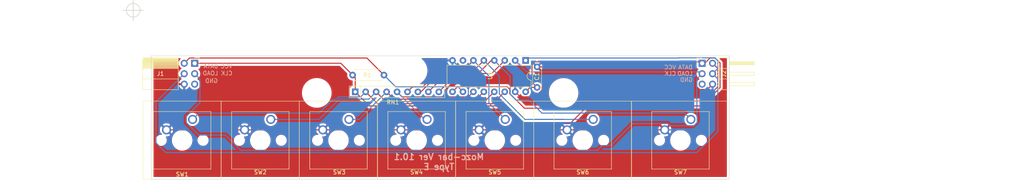
<source format=kicad_pcb>
(kicad_pcb (version 20171130) (host pcbnew 5.1.12)

  (general
    (thickness 1.6)
    (drawings 44)
    (tracks 159)
    (zones 0)
    (modules 16)
    (nets 15)
  )

  (page A4)
  (layers
    (0 F.Cu signal)
    (31 B.Cu signal)
    (32 B.Adhes user)
    (33 F.Adhes user)
    (34 B.Paste user)
    (35 F.Paste user)
    (36 B.SilkS user)
    (37 F.SilkS user)
    (38 B.Mask user)
    (39 F.Mask user)
    (40 Dwgs.User user)
    (41 Cmts.User user)
    (42 Eco1.User user)
    (43 Eco2.User user)
    (44 Edge.Cuts user)
    (45 Margin user)
    (46 B.CrtYd user)
    (47 F.CrtYd user)
    (48 B.Fab user)
    (49 F.Fab user)
  )

  (setup
    (last_trace_width 0.25)
    (user_trace_width 0.2)
    (trace_clearance 0.3)
    (zone_clearance 0.508)
    (zone_45_only no)
    (trace_min 0.2)
    (via_size 0.6)
    (via_drill 0.4)
    (via_min_size 0.4)
    (via_min_drill 0.3)
    (uvia_size 0.3)
    (uvia_drill 0.1)
    (uvias_allowed no)
    (uvia_min_size 0.2)
    (uvia_min_drill 0.1)
    (edge_width 0.15)
    (segment_width 0.2)
    (pcb_text_width 0.3)
    (pcb_text_size 1.5 1.5)
    (mod_edge_width 0.15)
    (mod_text_size 1 1)
    (mod_text_width 0.15)
    (pad_size 3.2 3.2)
    (pad_drill 3.2)
    (pad_to_mask_clearance 0)
    (solder_mask_min_width 0.25)
    (aux_axis_origin 33 54)
    (grid_origin 117.93 61.17)
    (visible_elements 7FFFEFFF)
    (pcbplotparams
      (layerselection 0x010fc_ffffffff)
      (usegerberextensions true)
      (usegerberattributes false)
      (usegerberadvancedattributes false)
      (creategerberjobfile false)
      (excludeedgelayer true)
      (linewidth 0.100000)
      (plotframeref false)
      (viasonmask false)
      (mode 1)
      (useauxorigin false)
      (hpglpennumber 1)
      (hpglpenspeed 20)
      (hpglpendiameter 15.000000)
      (psnegative false)
      (psa4output false)
      (plotreference true)
      (plotvalue true)
      (plotinvisibletext false)
      (padsonsilk false)
      (subtractmaskfromsilk false)
      (outputformat 1)
      (mirror false)
      (drillshape 0)
      (scaleselection 1)
      (outputdirectory "gerber/"))
  )

  (net 0 "")
  (net 1 VCC)
  (net 2 GND)
  (net 3 SW1)
  (net 4 SW2)
  (net 5 SW3)
  (net 6 SW4)
  (net 7 SW5)
  (net 8 SW6)
  (net 9 SW7)
  (net 10 SW8)
  (net 11 /DATA_IN)
  (net 12 /DATA_OUT)
  (net 13 /CLK_IN)
  (net 14 /LOAD_IN)

  (net_class Default "これは標準のネット クラスです。"
    (clearance 0.3)
    (trace_width 0.25)
    (via_dia 0.6)
    (via_drill 0.4)
    (uvia_dia 0.3)
    (uvia_drill 0.1)
    (add_net /CLK_IN)
    (add_net /DATA_IN)
    (add_net /DATA_OUT)
    (add_net /LOAD_IN)
    (add_net SW1)
    (add_net SW2)
    (add_net SW3)
    (add_net SW4)
    (add_net SW5)
    (add_net SW6)
    (add_net SW7)
    (add_net SW8)
  )

  (net_class "power line" ""
    (clearance 0.3)
    (trace_width 0.25)
    (via_dia 0.6)
    (via_drill 0.4)
    (uvia_dia 0.3)
    (uvia_drill 0.1)
    (add_net GND)
    (add_net VCC)
  )

  (module MountingHole:MountingHole_3.2mm_M3 (layer F.Cu) (tedit 62D430F8) (tstamp 62D43107)
    (at 130 69)
    (descr "Mounting Hole 3.2mm, no annular, M3")
    (tags "mounting hole 3.2mm no annular m3")
    (path /618CEE47)
    (attr virtual)
    (fp_text reference H102 (at 0 -4.2) (layer F.SilkS) hide
      (effects (font (size 1 1) (thickness 0.15)))
    )
    (fp_text value MountingHole (at 0 4.2) (layer F.Fab)
      (effects (font (size 1 1) (thickness 0.15)))
    )
    (fp_circle (center 0 0) (end 3.2 0) (layer Cmts.User) (width 0.15))
    (fp_circle (center 0 0) (end 3.45 0) (layer F.CrtYd) (width 0.05))
    (fp_text user %R (at 0.3 0) (layer F.Fab)
      (effects (font (size 1 1) (thickness 0.15)))
    )
    (pad "" np_thru_hole circle (at 0 0) (size 3.2 3.2) (drill 3.2) (layers *.Cu *.Mask)
      (clearance 2))
  )

  (module MountingHole:MountingHole_3.2mm_M3 (layer F.Cu) (tedit 62D430EA) (tstamp 62D43107)
    (at 70 69)
    (descr "Mounting Hole 3.2mm, no annular, M3")
    (tags "mounting hole 3.2mm no annular m3")
    (path /618CEE47)
    (attr virtual)
    (fp_text reference H101 (at 0 -4.2) (layer F.SilkS) hide
      (effects (font (size 1 1) (thickness 0.15)))
    )
    (fp_text value MountingHole (at 0 4.2) (layer F.Fab)
      (effects (font (size 1 1) (thickness 0.15)))
    )
    (fp_circle (center 0 0) (end 3.2 0) (layer Cmts.User) (width 0.15))
    (fp_circle (center 0 0) (end 3.45 0) (layer F.CrtYd) (width 0.05))
    (fp_text user %R (at 0.3 0) (layer F.Fab)
      (effects (font (size 1 1) (thickness 0.15)))
    )
    (pad "" np_thru_hole circle (at 0 0) (size 3.2 3.2) (drill 3.2) (layers *.Cu *.Mask)
      (clearance 2))
  )

  (module Package_DIP:DIP-16_W7.62mm (layer F.Cu) (tedit 5A02E8C5) (tstamp 618C4ABA)
    (at 120.77 61.11 270)
    (descr "16-lead though-hole mounted DIP package, row spacing 7.62 mm (300 mils)")
    (tags "THT DIP DIL PDIP 2.54mm 7.62mm 300mil")
    (path /5FB03AD0)
    (fp_text reference U1 (at 3.683 8.636 90) (layer F.SilkS)
      (effects (font (size 1 1) (thickness 0.15)))
    )
    (fp_text value 74HC165 (at 3.81 20.11 90) (layer F.Fab)
      (effects (font (size 1 1) (thickness 0.15)))
    )
    (fp_line (start 8.7 -1.55) (end -1.1 -1.55) (layer F.CrtYd) (width 0.05))
    (fp_line (start 8.7 19.3) (end 8.7 -1.55) (layer F.CrtYd) (width 0.05))
    (fp_line (start -1.1 19.3) (end 8.7 19.3) (layer F.CrtYd) (width 0.05))
    (fp_line (start -1.1 -1.55) (end -1.1 19.3) (layer F.CrtYd) (width 0.05))
    (fp_line (start 6.46 -1.33) (end 4.81 -1.33) (layer F.SilkS) (width 0.12))
    (fp_line (start 6.46 19.11) (end 6.46 -1.33) (layer F.SilkS) (width 0.12))
    (fp_line (start 1.16 19.11) (end 6.46 19.11) (layer F.SilkS) (width 0.12))
    (fp_line (start 1.16 -1.33) (end 1.16 19.11) (layer F.SilkS) (width 0.12))
    (fp_line (start 2.81 -1.33) (end 1.16 -1.33) (layer F.SilkS) (width 0.12))
    (fp_line (start 0.635 -0.27) (end 1.635 -1.27) (layer F.Fab) (width 0.1))
    (fp_line (start 0.635 19.05) (end 0.635 -0.27) (layer F.Fab) (width 0.1))
    (fp_line (start 6.985 19.05) (end 0.635 19.05) (layer F.Fab) (width 0.1))
    (fp_line (start 6.985 -1.27) (end 6.985 19.05) (layer F.Fab) (width 0.1))
    (fp_line (start 1.635 -1.27) (end 6.985 -1.27) (layer F.Fab) (width 0.1))
    (fp_arc (start 3.81 -1.33) (end 2.81 -1.33) (angle -180) (layer F.SilkS) (width 0.12))
    (fp_text user %R (at 3.81 8.89 90) (layer F.Fab)
      (effects (font (size 1 1) (thickness 0.15)))
    )
    (pad 1 thru_hole rect (at 0 0 270) (size 1.6 1.6) (drill 0.8) (layers *.Cu *.Mask)
      (net 14 /LOAD_IN))
    (pad 9 thru_hole oval (at 7.62 17.78 270) (size 1.6 1.6) (drill 0.8) (layers *.Cu *.Mask)
      (net 12 /DATA_OUT))
    (pad 2 thru_hole oval (at 0 2.54 270) (size 1.6 1.6) (drill 0.8) (layers *.Cu *.Mask)
      (net 13 /CLK_IN))
    (pad 10 thru_hole oval (at 7.62 15.24 270) (size 1.6 1.6) (drill 0.8) (layers *.Cu *.Mask)
      (net 11 /DATA_IN))
    (pad 3 thru_hole oval (at 0 5.08 270) (size 1.6 1.6) (drill 0.8) (layers *.Cu *.Mask)
      (net 7 SW5))
    (pad 11 thru_hole oval (at 7.62 12.7 270) (size 1.6 1.6) (drill 0.8) (layers *.Cu *.Mask)
      (net 3 SW1))
    (pad 4 thru_hole oval (at 0 7.62 270) (size 1.6 1.6) (drill 0.8) (layers *.Cu *.Mask)
      (net 8 SW6))
    (pad 12 thru_hole oval (at 7.62 10.16 270) (size 1.6 1.6) (drill 0.8) (layers *.Cu *.Mask)
      (net 4 SW2))
    (pad 5 thru_hole oval (at 0 10.16 270) (size 1.6 1.6) (drill 0.8) (layers *.Cu *.Mask)
      (net 9 SW7))
    (pad 13 thru_hole oval (at 7.62 7.62 270) (size 1.6 1.6) (drill 0.8) (layers *.Cu *.Mask)
      (net 5 SW3))
    (pad 6 thru_hole oval (at 0 12.7 270) (size 1.6 1.6) (drill 0.8) (layers *.Cu *.Mask)
      (net 10 SW8))
    (pad 14 thru_hole oval (at 7.62 5.08 270) (size 1.6 1.6) (drill 0.8) (layers *.Cu *.Mask)
      (net 6 SW4))
    (pad 7 thru_hole oval (at 0 15.24 270) (size 1.6 1.6) (drill 0.8) (layers *.Cu *.Mask))
    (pad 15 thru_hole oval (at 7.62 2.54 270) (size 1.6 1.6) (drill 0.8) (layers *.Cu *.Mask)
      (net 2 GND))
    (pad 8 thru_hole oval (at 0 17.78 270) (size 1.6 1.6) (drill 0.8) (layers *.Cu *.Mask)
      (net 2 GND))
    (pad 16 thru_hole oval (at 7.62 0 270) (size 1.6 1.6) (drill 0.8) (layers *.Cu *.Mask)
      (net 1 VCC))
    (model ${KISYS3DMOD}/Package_DIP.3dshapes/DIP-16_W7.62mm.wrl
      (at (xyz 0 0 0))
      (scale (xyz 1 1 1))
      (rotate (xyz 0 0 0))
    )
  )

  (module Button_Switch_Keyboard:SW_Cherry_MX_1.00u_PCB (layer F.Cu) (tedit 5A02FE24) (tstamp 618C4A48)
    (at 115.815 75.445)
    (descr "Cherry MX keyswitch, 1.00u, PCB mount, http://cherryamericas.com/wp-content/uploads/2014/12/mx_cat.pdf")
    (tags "Cherry MX keyswitch 1.00u PCB")
    (path /5FC0255B)
    (fp_text reference SW5 (at -2.54 12.845) (layer F.SilkS)
      (effects (font (size 1 1) (thickness 0.15)))
    )
    (fp_text value SW_Push (at -2.54 12.954) (layer F.Fab)
      (effects (font (size 1 1) (thickness 0.15)))
    )
    (fp_line (start -8.89 -1.27) (end 3.81 -1.27) (layer F.Fab) (width 0.1))
    (fp_line (start 3.81 -1.27) (end 3.81 11.43) (layer F.Fab) (width 0.1))
    (fp_line (start 3.81 11.43) (end -8.89 11.43) (layer F.Fab) (width 0.1))
    (fp_line (start -8.89 11.43) (end -8.89 -1.27) (layer F.Fab) (width 0.1))
    (fp_line (start -9.14 11.68) (end -9.14 -1.52) (layer F.CrtYd) (width 0.05))
    (fp_line (start 4.06 11.68) (end -9.14 11.68) (layer F.CrtYd) (width 0.05))
    (fp_line (start 4.06 -1.52) (end 4.06 11.68) (layer F.CrtYd) (width 0.05))
    (fp_line (start -9.14 -1.52) (end 4.06 -1.52) (layer F.CrtYd) (width 0.05))
    (fp_line (start -12.065 -4.445) (end 6.985 -4.445) (layer Dwgs.User) (width 0.15))
    (fp_line (start 6.985 -4.445) (end 6.985 14.605) (layer Dwgs.User) (width 0.15))
    (fp_line (start 6.985 14.605) (end -12.065 14.605) (layer Dwgs.User) (width 0.15))
    (fp_line (start -12.065 14.605) (end -12.065 -4.445) (layer Dwgs.User) (width 0.15))
    (fp_line (start -9.525 -1.905) (end 4.445 -1.905) (layer F.SilkS) (width 0.12))
    (fp_line (start 4.445 -1.905) (end 4.445 12.065) (layer F.SilkS) (width 0.12))
    (fp_line (start 4.445 12.065) (end -9.525 12.065) (layer F.SilkS) (width 0.12))
    (fp_line (start -9.525 12.065) (end -9.525 -1.905) (layer F.SilkS) (width 0.12))
    (fp_text user %R (at -2.54 -2.794) (layer F.Fab)
      (effects (font (size 1 1) (thickness 0.15)))
    )
    (pad "" np_thru_hole circle (at 2.54 5.08) (size 1.7 1.7) (drill 1.7) (layers *.Cu *.Mask))
    (pad "" np_thru_hole circle (at -7.62 5.08) (size 1.7 1.7) (drill 1.7) (layers *.Cu *.Mask))
    (pad "" np_thru_hole circle (at -2.54 5.08) (size 4 4) (drill 4) (layers *.Cu *.Mask))
    (pad 2 thru_hole circle (at -6.35 2.54) (size 2.2 2.2) (drill 1.5) (layers *.Cu *.Mask)
      (net 2 GND))
    (pad 1 thru_hole circle (at 0 0) (size 2.2 2.2) (drill 1.5) (layers *.Cu *.Mask)
      (net 10 SW8))
    (model ${KISYS3DMOD}/Button_Switch_Keyboard.3dshapes/SW_Cherry_MX_1.00u_PCB.wrl
      (at (xyz 0 0 0))
      (scale (xyz 1 1 1))
      (rotate (xyz 0 0 0))
    )
  )

  (module Button_Switch_Keyboard:SW_Cherry_MX_1.00u_PCB (layer F.Cu) (tedit 5A02FE24) (tstamp 618C4A2E)
    (at 96.815 75.445)
    (descr "Cherry MX keyswitch, 1.00u, PCB mount, http://cherryamericas.com/wp-content/uploads/2014/12/mx_cat.pdf")
    (tags "Cherry MX keyswitch 1.00u PCB")
    (path /5FC02175)
    (fp_text reference SW4 (at -2.55 12.845) (layer F.SilkS)
      (effects (font (size 1 1) (thickness 0.15)))
    )
    (fp_text value SW_Push (at -2.54 12.954) (layer F.Fab)
      (effects (font (size 1 1) (thickness 0.15)))
    )
    (fp_line (start -9.525 12.065) (end -9.525 -1.905) (layer F.SilkS) (width 0.12))
    (fp_line (start 4.445 12.065) (end -9.525 12.065) (layer F.SilkS) (width 0.12))
    (fp_line (start 4.445 -1.905) (end 4.445 12.065) (layer F.SilkS) (width 0.12))
    (fp_line (start -9.525 -1.905) (end 4.445 -1.905) (layer F.SilkS) (width 0.12))
    (fp_line (start -12.065 14.605) (end -12.065 -4.445) (layer Dwgs.User) (width 0.15))
    (fp_line (start 6.985 14.605) (end -12.065 14.605) (layer Dwgs.User) (width 0.15))
    (fp_line (start 6.985 -4.445) (end 6.985 14.605) (layer Dwgs.User) (width 0.15))
    (fp_line (start -12.065 -4.445) (end 6.985 -4.445) (layer Dwgs.User) (width 0.15))
    (fp_line (start -9.14 -1.52) (end 4.06 -1.52) (layer F.CrtYd) (width 0.05))
    (fp_line (start 4.06 -1.52) (end 4.06 11.68) (layer F.CrtYd) (width 0.05))
    (fp_line (start 4.06 11.68) (end -9.14 11.68) (layer F.CrtYd) (width 0.05))
    (fp_line (start -9.14 11.68) (end -9.14 -1.52) (layer F.CrtYd) (width 0.05))
    (fp_line (start -8.89 11.43) (end -8.89 -1.27) (layer F.Fab) (width 0.1))
    (fp_line (start 3.81 11.43) (end -8.89 11.43) (layer F.Fab) (width 0.1))
    (fp_line (start 3.81 -1.27) (end 3.81 11.43) (layer F.Fab) (width 0.1))
    (fp_line (start -8.89 -1.27) (end 3.81 -1.27) (layer F.Fab) (width 0.1))
    (fp_text user %R (at -2.54 -2.794) (layer F.Fab)
      (effects (font (size 1 1) (thickness 0.15)))
    )
    (pad 1 thru_hole circle (at 0 0) (size 2.2 2.2) (drill 1.5) (layers *.Cu *.Mask)
      (net 3 SW1))
    (pad 2 thru_hole circle (at -6.35 2.54) (size 2.2 2.2) (drill 1.5) (layers *.Cu *.Mask)
      (net 2 GND))
    (pad "" np_thru_hole circle (at -2.54 5.08) (size 4 4) (drill 4) (layers *.Cu *.Mask))
    (pad "" np_thru_hole circle (at -7.62 5.08) (size 1.7 1.7) (drill 1.7) (layers *.Cu *.Mask))
    (pad "" np_thru_hole circle (at 2.54 5.08) (size 1.7 1.7) (drill 1.7) (layers *.Cu *.Mask))
    (model ${KISYS3DMOD}/Button_Switch_Keyboard.3dshapes/SW_Cherry_MX_1.00u_PCB.wrl
      (at (xyz 0 0 0))
      (scale (xyz 1 1 1))
      (rotate (xyz 0 0 0))
    )
  )

  (module Capacitor_THT:C_Disc_D4.3mm_W1.9mm_P5.00mm (layer F.Cu) (tedit 5AE50EF0) (tstamp 618C4860)
    (at 123.56 67.67 90)
    (descr "C, Disc series, Radial, pin pitch=5.00mm, , diameter*width=4.3*1.9mm^2, Capacitor, http://www.vishay.com/docs/45233/krseries.pdf")
    (tags "C Disc series Radial pin pitch 5.00mm  diameter 4.3mm width 1.9mm Capacitor")
    (path /5F9B0C77)
    (fp_text reference C1 (at 2.668 -0.038 90) (layer F.SilkS)
      (effects (font (size 1 1) (thickness 0.15)))
    )
    (fp_text value C (at 2.5 2.2 90) (layer F.Fab)
      (effects (font (size 1 1) (thickness 0.15)))
    )
    (fp_line (start 6.05 -1.2) (end -1.05 -1.2) (layer F.CrtYd) (width 0.05))
    (fp_line (start 6.05 1.2) (end 6.05 -1.2) (layer F.CrtYd) (width 0.05))
    (fp_line (start -1.05 1.2) (end 6.05 1.2) (layer F.CrtYd) (width 0.05))
    (fp_line (start -1.05 -1.2) (end -1.05 1.2) (layer F.CrtYd) (width 0.05))
    (fp_line (start 4.77 1.055) (end 4.77 1.07) (layer F.SilkS) (width 0.12))
    (fp_line (start 4.77 -1.07) (end 4.77 -1.055) (layer F.SilkS) (width 0.12))
    (fp_line (start 0.23 1.055) (end 0.23 1.07) (layer F.SilkS) (width 0.12))
    (fp_line (start 0.23 -1.07) (end 0.23 -1.055) (layer F.SilkS) (width 0.12))
    (fp_line (start 0.23 1.07) (end 4.77 1.07) (layer F.SilkS) (width 0.12))
    (fp_line (start 0.23 -1.07) (end 4.77 -1.07) (layer F.SilkS) (width 0.12))
    (fp_line (start 4.65 -0.95) (end 0.35 -0.95) (layer F.Fab) (width 0.1))
    (fp_line (start 4.65 0.95) (end 4.65 -0.95) (layer F.Fab) (width 0.1))
    (fp_line (start 0.35 0.95) (end 4.65 0.95) (layer F.Fab) (width 0.1))
    (fp_line (start 0.35 -0.95) (end 0.35 0.95) (layer F.Fab) (width 0.1))
    (fp_text user %R (at 2.5 0 90) (layer F.Fab)
      (effects (font (size 0.86 0.86) (thickness 0.129)))
    )
    (pad 1 thru_hole circle (at 0 0 90) (size 1.6 1.6) (drill 0.8) (layers *.Cu *.Mask)
      (net 1 VCC))
    (pad 2 thru_hole circle (at 5 0 90) (size 1.6 1.6) (drill 0.8) (layers *.Cu *.Mask)
      (net 2 GND))
    (model ${KISYS3DMOD}/Capacitor_THT.3dshapes/C_Disc_D4.3mm_W1.9mm_P5.00mm.wrl
      (at (xyz 0 0 0))
      (scale (xyz 1 1 1))
      (rotate (xyz 0 0 0))
    )
  )

  (module Resistor_THT:R_Axial_DIN0207_L6.3mm_D2.5mm_P7.62mm_Horizontal (layer F.Cu) (tedit 5AE5139B) (tstamp 618C497C)
    (at 86.32952 64.6684 180)
    (descr "Resistor, Axial_DIN0207 series, Axial, Horizontal, pin pitch=7.62mm, 0.25W = 1/4W, length*diameter=6.3*2.5mm^2, http://cdn-reichelt.de/documents/datenblatt/B400/1_4W%23YAG.pdf")
    (tags "Resistor Axial_DIN0207 series Axial Horizontal pin pitch 7.62mm 0.25W = 1/4W length 6.3mm diameter 2.5mm")
    (path /5FBC6DCE)
    (fp_text reference R1 (at 4.064 0 180) (layer F.SilkS)
      (effects (font (size 1 1) (thickness 0.15)))
    )
    (fp_text value 100k (at 3.81 2.37 180) (layer F.Fab)
      (effects (font (size 1 1) (thickness 0.15)))
    )
    (fp_line (start 8.67 -1.5) (end -1.05 -1.5) (layer F.CrtYd) (width 0.05))
    (fp_line (start 8.67 1.5) (end 8.67 -1.5) (layer F.CrtYd) (width 0.05))
    (fp_line (start -1.05 1.5) (end 8.67 1.5) (layer F.CrtYd) (width 0.05))
    (fp_line (start -1.05 -1.5) (end -1.05 1.5) (layer F.CrtYd) (width 0.05))
    (fp_line (start 7.08 1.37) (end 7.08 1.04) (layer F.SilkS) (width 0.12))
    (fp_line (start 0.54 1.37) (end 7.08 1.37) (layer F.SilkS) (width 0.12))
    (fp_line (start 0.54 1.04) (end 0.54 1.37) (layer F.SilkS) (width 0.12))
    (fp_line (start 7.08 -1.37) (end 7.08 -1.04) (layer F.SilkS) (width 0.12))
    (fp_line (start 0.54 -1.37) (end 7.08 -1.37) (layer F.SilkS) (width 0.12))
    (fp_line (start 0.54 -1.04) (end 0.54 -1.37) (layer F.SilkS) (width 0.12))
    (fp_line (start 7.62 0) (end 6.96 0) (layer F.Fab) (width 0.1))
    (fp_line (start 0 0) (end 0.66 0) (layer F.Fab) (width 0.1))
    (fp_line (start 6.96 -1.25) (end 0.66 -1.25) (layer F.Fab) (width 0.1))
    (fp_line (start 6.96 1.25) (end 6.96 -1.25) (layer F.Fab) (width 0.1))
    (fp_line (start 0.66 1.25) (end 6.96 1.25) (layer F.Fab) (width 0.1))
    (fp_line (start 0.66 -1.25) (end 0.66 1.25) (layer F.Fab) (width 0.1))
    (fp_text user %R (at 3.81 0 180) (layer F.Fab)
      (effects (font (size 1 1) (thickness 0.15)))
    )
    (pad 1 thru_hole circle (at 0 0 180) (size 1.6 1.6) (drill 0.8) (layers *.Cu *.Mask)
      (net 11 /DATA_IN))
    (pad 2 thru_hole oval (at 7.62 0 180) (size 1.6 1.6) (drill 0.8) (layers *.Cu *.Mask)
      (net 1 VCC))
    (model ${KISYS3DMOD}/Resistor_THT.3dshapes/R_Axial_DIN0207_L6.3mm_D2.5mm_P7.62mm_Horizontal.wrl
      (at (xyz 0 0 0))
      (scale (xyz 1 1 1))
      (rotate (xyz 0 0 0))
    )
  )

  (module Resistor_THT:R_Array_SIP9 (layer F.Cu) (tedit 5A14249F) (tstamp 618C49C6)
    (at 79.34706 68.7451)
    (descr "9-pin Resistor SIP pack")
    (tags R)
    (path /5FC139AE)
    (fp_text reference RN1 (at 9.144 2.54) (layer F.SilkS)
      (effects (font (size 1 1) (thickness 0.15)))
    )
    (fp_text value 100k (at 11.43 3.708) (layer F.Fab)
      (effects (font (size 1 1) (thickness 0.15)))
    )
    (fp_line (start 22.05 -1.65) (end -1.7 -1.65) (layer F.CrtYd) (width 0.05))
    (fp_line (start 22.05 1.65) (end 22.05 -1.65) (layer F.CrtYd) (width 0.05))
    (fp_line (start -1.7 1.65) (end 22.05 1.65) (layer F.CrtYd) (width 0.05))
    (fp_line (start -1.7 -1.65) (end -1.7 1.65) (layer F.CrtYd) (width 0.05))
    (fp_line (start 1.27 -1.4) (end 1.27 1.4) (layer F.SilkS) (width 0.12))
    (fp_line (start 21.76 -1.4) (end -1.44 -1.4) (layer F.SilkS) (width 0.12))
    (fp_line (start 21.76 1.4) (end 21.76 -1.4) (layer F.SilkS) (width 0.12))
    (fp_line (start -1.44 1.4) (end 21.76 1.4) (layer F.SilkS) (width 0.12))
    (fp_line (start -1.44 -1.4) (end -1.44 1.4) (layer F.SilkS) (width 0.12))
    (fp_line (start 1.27 -1.25) (end 1.27 1.25) (layer F.Fab) (width 0.1))
    (fp_line (start 21.61 -1.25) (end -1.29 -1.25) (layer F.Fab) (width 0.1))
    (fp_line (start 21.61 1.25) (end 21.61 -1.25) (layer F.Fab) (width 0.1))
    (fp_line (start -1.29 1.25) (end 21.61 1.25) (layer F.Fab) (width 0.1))
    (fp_line (start -1.29 -1.25) (end -1.29 1.25) (layer F.Fab) (width 0.1))
    (fp_text user %R (at 10.16 0) (layer F.Fab)
      (effects (font (size 1 1) (thickness 0.15)))
    )
    (pad 1 thru_hole rect (at 0 0) (size 1.6 1.6) (drill 0.8) (layers *.Cu *.Mask)
      (net 1 VCC))
    (pad 2 thru_hole oval (at 2.54 0) (size 1.6 1.6) (drill 0.8) (layers *.Cu *.Mask)
      (net 6 SW4))
    (pad 3 thru_hole oval (at 5.08 0) (size 1.6 1.6) (drill 0.8) (layers *.Cu *.Mask)
      (net 5 SW3))
    (pad 4 thru_hole oval (at 7.62 0) (size 1.6 1.6) (drill 0.8) (layers *.Cu *.Mask)
      (net 4 SW2))
    (pad 5 thru_hole oval (at 10.16 0) (size 1.6 1.6) (drill 0.8) (layers *.Cu *.Mask)
      (net 3 SW1))
    (pad 6 thru_hole oval (at 12.7 0) (size 1.6 1.6) (drill 0.8) (layers *.Cu *.Mask)
      (net 10 SW8))
    (pad 7 thru_hole oval (at 15.24 0) (size 1.6 1.6) (drill 0.8) (layers *.Cu *.Mask)
      (net 9 SW7))
    (pad 8 thru_hole oval (at 17.78 0) (size 1.6 1.6) (drill 0.8) (layers *.Cu *.Mask)
      (net 8 SW6))
    (pad 9 thru_hole oval (at 20.32 0) (size 1.6 1.6) (drill 0.8) (layers *.Cu *.Mask)
      (net 7 SW5))
    (model ${KISYS3DMOD}/Resistor_THT.3dshapes/R_Array_SIP9.wrl
      (at (xyz 0 0 0))
      (scale (xyz 1 1 1))
      (rotate (xyz 0 0 0))
    )
  )

  (module Button_Switch_Keyboard:SW_Cherry_MX_1.00u_PCB (layer F.Cu) (tedit 5A02FE24) (tstamp 618C49E0)
    (at 39.815 75.445)
    (descr "Cherry MX keyswitch, 1.00u, PCB mount, http://cherryamericas.com/wp-content/uploads/2014/12/mx_cat.pdf")
    (tags "Cherry MX keyswitch 1.00u PCB")
    (path /5FC00348)
    (fp_text reference SW1 (at -2.54 13.353) (layer F.SilkS)
      (effects (font (size 1 1) (thickness 0.15)))
    )
    (fp_text value SW_Push (at -2.54 12.954) (layer F.Fab)
      (effects (font (size 1 1) (thickness 0.15)))
    )
    (fp_line (start -8.89 -1.27) (end 3.81 -1.27) (layer F.Fab) (width 0.1))
    (fp_line (start 3.81 -1.27) (end 3.81 11.43) (layer F.Fab) (width 0.1))
    (fp_line (start 3.81 11.43) (end -8.89 11.43) (layer F.Fab) (width 0.1))
    (fp_line (start -8.89 11.43) (end -8.89 -1.27) (layer F.Fab) (width 0.1))
    (fp_line (start -9.14 11.68) (end -9.14 -1.52) (layer F.CrtYd) (width 0.05))
    (fp_line (start 4.06 11.68) (end -9.14 11.68) (layer F.CrtYd) (width 0.05))
    (fp_line (start 4.06 -1.52) (end 4.06 11.68) (layer F.CrtYd) (width 0.05))
    (fp_line (start -9.14 -1.52) (end 4.06 -1.52) (layer F.CrtYd) (width 0.05))
    (fp_line (start -12.065 -4.445) (end 6.985 -4.445) (layer Dwgs.User) (width 0.15))
    (fp_line (start 6.985 -4.445) (end 6.985 14.605) (layer Dwgs.User) (width 0.15))
    (fp_line (start 6.985 14.605) (end -12.065 14.605) (layer Dwgs.User) (width 0.15))
    (fp_line (start -12.065 14.605) (end -12.065 -4.445) (layer Dwgs.User) (width 0.15))
    (fp_line (start -9.525 -1.905) (end 4.445 -1.905) (layer F.SilkS) (width 0.12))
    (fp_line (start 4.445 -1.905) (end 4.445 12.065) (layer F.SilkS) (width 0.12))
    (fp_line (start 4.445 12.065) (end -9.525 12.065) (layer F.SilkS) (width 0.12))
    (fp_line (start -9.525 12.065) (end -9.525 -1.905) (layer F.SilkS) (width 0.12))
    (fp_text user %R (at -2.54 -2.794) (layer F.Fab)
      (effects (font (size 1 1) (thickness 0.15)))
    )
    (pad "" np_thru_hole circle (at 2.54 5.08) (size 1.7 1.7) (drill 1.7) (layers *.Cu *.Mask))
    (pad "" np_thru_hole circle (at -7.62 5.08) (size 1.7 1.7) (drill 1.7) (layers *.Cu *.Mask))
    (pad "" np_thru_hole circle (at -2.54 5.08) (size 4 4) (drill 4) (layers *.Cu *.Mask))
    (pad 2 thru_hole circle (at -6.35 2.54) (size 2.2 2.2) (drill 1.5) (layers *.Cu *.Mask)
      (net 2 GND))
    (pad 1 thru_hole circle (at 0 0) (size 2.2 2.2) (drill 1.5) (layers *.Cu *.Mask)
      (net 6 SW4))
    (model ${KISYS3DMOD}/Button_Switch_Keyboard.3dshapes/SW_Cherry_MX_1.00u_PCB.wrl
      (at (xyz 0 0 0))
      (scale (xyz 1 1 1))
      (rotate (xyz 0 0 0))
    )
  )

  (module Button_Switch_Keyboard:SW_Cherry_MX_1.00u_PCB (layer F.Cu) (tedit 5A02FE24) (tstamp 618C49FA)
    (at 58.815 75.445)
    (descr "Cherry MX keyswitch, 1.00u, PCB mount, http://cherryamericas.com/wp-content/uploads/2014/12/mx_cat.pdf")
    (tags "Cherry MX keyswitch 1.00u PCB")
    (path /5FC01AC9)
    (fp_text reference SW2 (at -2.54 12.845) (layer F.SilkS)
      (effects (font (size 1 1) (thickness 0.15)))
    )
    (fp_text value SW_Push (at -2.54 12.954) (layer F.Fab)
      (effects (font (size 1 1) (thickness 0.15)))
    )
    (fp_line (start -9.525 12.065) (end -9.525 -1.905) (layer F.SilkS) (width 0.12))
    (fp_line (start 4.445 12.065) (end -9.525 12.065) (layer F.SilkS) (width 0.12))
    (fp_line (start 4.445 -1.905) (end 4.445 12.065) (layer F.SilkS) (width 0.12))
    (fp_line (start -9.525 -1.905) (end 4.445 -1.905) (layer F.SilkS) (width 0.12))
    (fp_line (start -12.065 14.605) (end -12.065 -4.445) (layer Dwgs.User) (width 0.15))
    (fp_line (start 6.985 14.605) (end -12.065 14.605) (layer Dwgs.User) (width 0.15))
    (fp_line (start 6.985 -4.445) (end 6.985 14.605) (layer Dwgs.User) (width 0.15))
    (fp_line (start -12.065 -4.445) (end 6.985 -4.445) (layer Dwgs.User) (width 0.15))
    (fp_line (start -9.14 -1.52) (end 4.06 -1.52) (layer F.CrtYd) (width 0.05))
    (fp_line (start 4.06 -1.52) (end 4.06 11.68) (layer F.CrtYd) (width 0.05))
    (fp_line (start 4.06 11.68) (end -9.14 11.68) (layer F.CrtYd) (width 0.05))
    (fp_line (start -9.14 11.68) (end -9.14 -1.52) (layer F.CrtYd) (width 0.05))
    (fp_line (start -8.89 11.43) (end -8.89 -1.27) (layer F.Fab) (width 0.1))
    (fp_line (start 3.81 11.43) (end -8.89 11.43) (layer F.Fab) (width 0.1))
    (fp_line (start 3.81 -1.27) (end 3.81 11.43) (layer F.Fab) (width 0.1))
    (fp_line (start -8.89 -1.27) (end 3.81 -1.27) (layer F.Fab) (width 0.1))
    (fp_text user %R (at -2.54 -2.794) (layer F.Fab)
      (effects (font (size 1 1) (thickness 0.15)))
    )
    (pad 1 thru_hole circle (at 0 0) (size 2.2 2.2) (drill 1.5) (layers *.Cu *.Mask)
      (net 5 SW3))
    (pad 2 thru_hole circle (at -6.35 2.54) (size 2.2 2.2) (drill 1.5) (layers *.Cu *.Mask)
      (net 2 GND))
    (pad "" np_thru_hole circle (at -2.54 5.08) (size 4 4) (drill 4) (layers *.Cu *.Mask))
    (pad "" np_thru_hole circle (at -7.62 5.08) (size 1.7 1.7) (drill 1.7) (layers *.Cu *.Mask))
    (pad "" np_thru_hole circle (at 2.54 5.08) (size 1.7 1.7) (drill 1.7) (layers *.Cu *.Mask))
    (model ${KISYS3DMOD}/Button_Switch_Keyboard.3dshapes/SW_Cherry_MX_1.00u_PCB.wrl
      (at (xyz 0 0 0))
      (scale (xyz 1 1 1))
      (rotate (xyz 0 0 0))
    )
  )

  (module Button_Switch_Keyboard:SW_Cherry_MX_1.00u_PCB (layer F.Cu) (tedit 5A02FE24) (tstamp 618C4A14)
    (at 77.815 75.445)
    (descr "Cherry MX keyswitch, 1.00u, PCB mount, http://cherryamericas.com/wp-content/uploads/2014/12/mx_cat.pdf")
    (tags "Cherry MX keyswitch 1.00u PCB")
    (path /5FC01D44)
    (fp_text reference SW3 (at -2.346 12.845) (layer F.SilkS)
      (effects (font (size 1 1) (thickness 0.15)))
    )
    (fp_text value SW_Push (at -2.54 12.954) (layer F.Fab)
      (effects (font (size 1 1) (thickness 0.15)))
    )
    (fp_line (start -8.89 -1.27) (end 3.81 -1.27) (layer F.Fab) (width 0.1))
    (fp_line (start 3.81 -1.27) (end 3.81 11.43) (layer F.Fab) (width 0.1))
    (fp_line (start 3.81 11.43) (end -8.89 11.43) (layer F.Fab) (width 0.1))
    (fp_line (start -8.89 11.43) (end -8.89 -1.27) (layer F.Fab) (width 0.1))
    (fp_line (start -9.14 11.68) (end -9.14 -1.52) (layer F.CrtYd) (width 0.05))
    (fp_line (start 4.06 11.68) (end -9.14 11.68) (layer F.CrtYd) (width 0.05))
    (fp_line (start 4.06 -1.52) (end 4.06 11.68) (layer F.CrtYd) (width 0.05))
    (fp_line (start -9.14 -1.52) (end 4.06 -1.52) (layer F.CrtYd) (width 0.05))
    (fp_line (start -12.065 -4.445) (end 6.985 -4.445) (layer Dwgs.User) (width 0.15))
    (fp_line (start 6.985 -4.445) (end 6.985 14.605) (layer Dwgs.User) (width 0.15))
    (fp_line (start 6.985 14.605) (end -12.065 14.605) (layer Dwgs.User) (width 0.15))
    (fp_line (start -12.065 14.605) (end -12.065 -4.445) (layer Dwgs.User) (width 0.15))
    (fp_line (start -9.525 -1.905) (end 4.445 -1.905) (layer F.SilkS) (width 0.12))
    (fp_line (start 4.445 -1.905) (end 4.445 12.065) (layer F.SilkS) (width 0.12))
    (fp_line (start 4.445 12.065) (end -9.525 12.065) (layer F.SilkS) (width 0.12))
    (fp_line (start -9.525 12.065) (end -9.525 -1.905) (layer F.SilkS) (width 0.12))
    (fp_text user %R (at -2.54 -2.794) (layer F.Fab)
      (effects (font (size 1 1) (thickness 0.15)))
    )
    (pad "" np_thru_hole circle (at 2.54 5.08) (size 1.7 1.7) (drill 1.7) (layers *.Cu *.Mask))
    (pad "" np_thru_hole circle (at -7.62 5.08) (size 1.7 1.7) (drill 1.7) (layers *.Cu *.Mask))
    (pad "" np_thru_hole circle (at -2.54 5.08) (size 4 4) (drill 4) (layers *.Cu *.Mask))
    (pad 2 thru_hole circle (at -6.35 2.54) (size 2.2 2.2) (drill 1.5) (layers *.Cu *.Mask)
      (net 2 GND))
    (pad 1 thru_hole circle (at 0 0) (size 2.2 2.2) (drill 1.5) (layers *.Cu *.Mask)
      (net 4 SW2))
    (model ${KISYS3DMOD}/Button_Switch_Keyboard.3dshapes/SW_Cherry_MX_1.00u_PCB.wrl
      (at (xyz 0 0 0))
      (scale (xyz 1 1 1))
      (rotate (xyz 0 0 0))
    )
  )

  (module Button_Switch_Keyboard:SW_Cherry_MX_1.00u_PCB (layer F.Cu) (tedit 5A02FE24) (tstamp 618C4A62)
    (at 137.19 75.445)
    (descr "Cherry MX keyswitch, 1.00u, PCB mount, http://cherryamericas.com/wp-content/uploads/2014/12/mx_cat.pdf")
    (tags "Cherry MX keyswitch 1.00u PCB")
    (path /5FC02807)
    (fp_text reference SW6 (at -2.54 12.845) (layer F.SilkS)
      (effects (font (size 1 1) (thickness 0.15)))
    )
    (fp_text value SW_Push (at -2.54 12.954) (layer F.Fab)
      (effects (font (size 1 1) (thickness 0.15)))
    )
    (fp_line (start -9.525 12.065) (end -9.525 -1.905) (layer F.SilkS) (width 0.12))
    (fp_line (start 4.445 12.065) (end -9.525 12.065) (layer F.SilkS) (width 0.12))
    (fp_line (start 4.445 -1.905) (end 4.445 12.065) (layer F.SilkS) (width 0.12))
    (fp_line (start -9.525 -1.905) (end 4.445 -1.905) (layer F.SilkS) (width 0.12))
    (fp_line (start -12.065 14.605) (end -12.065 -4.445) (layer Dwgs.User) (width 0.15))
    (fp_line (start 6.985 14.605) (end -12.065 14.605) (layer Dwgs.User) (width 0.15))
    (fp_line (start 6.985 -4.445) (end 6.985 14.605) (layer Dwgs.User) (width 0.15))
    (fp_line (start -12.065 -4.445) (end 6.985 -4.445) (layer Dwgs.User) (width 0.15))
    (fp_line (start -9.14 -1.52) (end 4.06 -1.52) (layer F.CrtYd) (width 0.05))
    (fp_line (start 4.06 -1.52) (end 4.06 11.68) (layer F.CrtYd) (width 0.05))
    (fp_line (start 4.06 11.68) (end -9.14 11.68) (layer F.CrtYd) (width 0.05))
    (fp_line (start -9.14 11.68) (end -9.14 -1.52) (layer F.CrtYd) (width 0.05))
    (fp_line (start -8.89 11.43) (end -8.89 -1.27) (layer F.Fab) (width 0.1))
    (fp_line (start 3.81 11.43) (end -8.89 11.43) (layer F.Fab) (width 0.1))
    (fp_line (start 3.81 -1.27) (end 3.81 11.43) (layer F.Fab) (width 0.1))
    (fp_line (start -8.89 -1.27) (end 3.81 -1.27) (layer F.Fab) (width 0.1))
    (fp_text user %R (at -2.54 -2.794) (layer F.Fab)
      (effects (font (size 1 1) (thickness 0.15)))
    )
    (pad 1 thru_hole circle (at 0 0) (size 2.2 2.2) (drill 1.5) (layers *.Cu *.Mask)
      (net 9 SW7))
    (pad 2 thru_hole circle (at -6.35 2.54) (size 2.2 2.2) (drill 1.5) (layers *.Cu *.Mask)
      (net 2 GND))
    (pad "" np_thru_hole circle (at -2.54 5.08) (size 4 4) (drill 4) (layers *.Cu *.Mask))
    (pad "" np_thru_hole circle (at -7.62 5.08) (size 1.7 1.7) (drill 1.7) (layers *.Cu *.Mask))
    (pad "" np_thru_hole circle (at 2.54 5.08) (size 1.7 1.7) (drill 1.7) (layers *.Cu *.Mask))
    (model ${KISYS3DMOD}/Button_Switch_Keyboard.3dshapes/SW_Cherry_MX_1.00u_PCB.wrl
      (at (xyz 0 0 0))
      (scale (xyz 1 1 1))
      (rotate (xyz 0 0 0))
    )
  )

  (module Button_Switch_Keyboard:SW_Cherry_MX_1.00u_PCB (layer F.Cu) (tedit 5A02FE24) (tstamp 618C4A7C)
    (at 160.94 75.445)
    (descr "Cherry MX keyswitch, 1.00u, PCB mount, http://cherryamericas.com/wp-content/uploads/2014/12/mx_cat.pdf")
    (tags "Cherry MX keyswitch 1.00u PCB")
    (path /5FC02A93)
    (fp_text reference SW7 (at -2.54 12.845) (layer F.SilkS)
      (effects (font (size 1 1) (thickness 0.15)))
    )
    (fp_text value SW_Push (at -2.54 12.954) (layer F.Fab)
      (effects (font (size 1 1) (thickness 0.15)))
    )
    (fp_line (start -8.89 -1.27) (end 3.81 -1.27) (layer F.Fab) (width 0.1))
    (fp_line (start 3.81 -1.27) (end 3.81 11.43) (layer F.Fab) (width 0.1))
    (fp_line (start 3.81 11.43) (end -8.89 11.43) (layer F.Fab) (width 0.1))
    (fp_line (start -8.89 11.43) (end -8.89 -1.27) (layer F.Fab) (width 0.1))
    (fp_line (start -9.14 11.68) (end -9.14 -1.52) (layer F.CrtYd) (width 0.05))
    (fp_line (start 4.06 11.68) (end -9.14 11.68) (layer F.CrtYd) (width 0.05))
    (fp_line (start 4.06 -1.52) (end 4.06 11.68) (layer F.CrtYd) (width 0.05))
    (fp_line (start -9.14 -1.52) (end 4.06 -1.52) (layer F.CrtYd) (width 0.05))
    (fp_line (start -12.065 -4.445) (end 6.985 -4.445) (layer Dwgs.User) (width 0.15))
    (fp_line (start 6.985 -4.445) (end 6.985 14.605) (layer Dwgs.User) (width 0.15))
    (fp_line (start 6.985 14.605) (end -12.065 14.605) (layer Dwgs.User) (width 0.15))
    (fp_line (start -12.065 14.605) (end -12.065 -4.445) (layer Dwgs.User) (width 0.15))
    (fp_line (start -9.525 -1.905) (end 4.445 -1.905) (layer F.SilkS) (width 0.12))
    (fp_line (start 4.445 -1.905) (end 4.445 12.065) (layer F.SilkS) (width 0.12))
    (fp_line (start 4.445 12.065) (end -9.525 12.065) (layer F.SilkS) (width 0.12))
    (fp_line (start -9.525 12.065) (end -9.525 -1.905) (layer F.SilkS) (width 0.12))
    (fp_text user %R (at -2.54 -2.794) (layer F.Fab)
      (effects (font (size 1 1) (thickness 0.15)))
    )
    (pad "" np_thru_hole circle (at 2.54 5.08) (size 1.7 1.7) (drill 1.7) (layers *.Cu *.Mask))
    (pad "" np_thru_hole circle (at -7.62 5.08) (size 1.7 1.7) (drill 1.7) (layers *.Cu *.Mask))
    (pad "" np_thru_hole circle (at -2.54 5.08) (size 4 4) (drill 4) (layers *.Cu *.Mask))
    (pad 2 thru_hole circle (at -6.35 2.54) (size 2.2 2.2) (drill 1.5) (layers *.Cu *.Mask)
      (net 2 GND))
    (pad 1 thru_hole circle (at 0 0) (size 2.2 2.2) (drill 1.5) (layers *.Cu *.Mask)
      (net 8 SW6))
    (model ${KISYS3DMOD}/Button_Switch_Keyboard.3dshapes/SW_Cherry_MX_1.00u_PCB.wrl
      (at (xyz 0 0 0))
      (scale (xyz 1 1 1))
      (rotate (xyz 0 0 0))
    )
  )

  (module Connector_PinSocket_2.54mm:PinSocket_2x03_P2.54mm_Horizontal (layer F.Cu) (tedit 5A19A431) (tstamp 62CDF02A)
    (at 40.32 61.8)
    (descr "Through hole angled socket strip, 2x03, 2.54mm pitch, 8.51mm socket length, double cols (from Kicad 4.0.7), script generated")
    (tags "Through hole angled socket strip THT 2x03 2.54mm double row")
    (path /5FD9930E)
    (fp_text reference J1 (at -8.31 2.54) (layer F.SilkS)
      (effects (font (size 1 1) (thickness 0.15)))
    )
    (fp_text value Conn_01x06_Female (at -5.65 7.85) (layer F.Fab)
      (effects (font (size 1 1) (thickness 0.15)))
    )
    (fp_line (start -12.57 -1.27) (end -5.03 -1.27) (layer F.Fab) (width 0.1))
    (fp_line (start -5.03 -1.27) (end -4.06 -0.3) (layer F.Fab) (width 0.1))
    (fp_line (start -4.06 -0.3) (end -4.06 6.35) (layer F.Fab) (width 0.1))
    (fp_line (start -4.06 6.35) (end -12.57 6.35) (layer F.Fab) (width 0.1))
    (fp_line (start -12.57 6.35) (end -12.57 -1.27) (layer F.Fab) (width 0.1))
    (fp_line (start 0 -0.3) (end -4.06 -0.3) (layer F.Fab) (width 0.1))
    (fp_line (start -4.06 0.3) (end 0 0.3) (layer F.Fab) (width 0.1))
    (fp_line (start 0 0.3) (end 0 -0.3) (layer F.Fab) (width 0.1))
    (fp_line (start 0 2.24) (end -4.06 2.24) (layer F.Fab) (width 0.1))
    (fp_line (start -4.06 2.84) (end 0 2.84) (layer F.Fab) (width 0.1))
    (fp_line (start 0 2.84) (end 0 2.24) (layer F.Fab) (width 0.1))
    (fp_line (start 0 4.78) (end -4.06 4.78) (layer F.Fab) (width 0.1))
    (fp_line (start -4.06 5.38) (end 0 5.38) (layer F.Fab) (width 0.1))
    (fp_line (start 0 5.38) (end 0 4.78) (layer F.Fab) (width 0.1))
    (fp_line (start -12.63 -1.21) (end -4 -1.21) (layer F.SilkS) (width 0.12))
    (fp_line (start -12.63 -1.091905) (end -4 -1.091905) (layer F.SilkS) (width 0.12))
    (fp_line (start -12.63 -0.97381) (end -4 -0.97381) (layer F.SilkS) (width 0.12))
    (fp_line (start -12.63 -0.855715) (end -4 -0.855715) (layer F.SilkS) (width 0.12))
    (fp_line (start -12.63 -0.73762) (end -4 -0.73762) (layer F.SilkS) (width 0.12))
    (fp_line (start -12.63 -0.619525) (end -4 -0.619525) (layer F.SilkS) (width 0.12))
    (fp_line (start -12.63 -0.50143) (end -4 -0.50143) (layer F.SilkS) (width 0.12))
    (fp_line (start -12.63 -0.383335) (end -4 -0.383335) (layer F.SilkS) (width 0.12))
    (fp_line (start -12.63 -0.26524) (end -4 -0.26524) (layer F.SilkS) (width 0.12))
    (fp_line (start -12.63 -0.147145) (end -4 -0.147145) (layer F.SilkS) (width 0.12))
    (fp_line (start -12.63 -0.02905) (end -4 -0.02905) (layer F.SilkS) (width 0.12))
    (fp_line (start -12.63 0.089045) (end -4 0.089045) (layer F.SilkS) (width 0.12))
    (fp_line (start -12.63 0.20714) (end -4 0.20714) (layer F.SilkS) (width 0.12))
    (fp_line (start -12.63 0.325235) (end -4 0.325235) (layer F.SilkS) (width 0.12))
    (fp_line (start -12.63 0.44333) (end -4 0.44333) (layer F.SilkS) (width 0.12))
    (fp_line (start -12.63 0.561425) (end -4 0.561425) (layer F.SilkS) (width 0.12))
    (fp_line (start -12.63 0.67952) (end -4 0.67952) (layer F.SilkS) (width 0.12))
    (fp_line (start -12.63 0.797615) (end -4 0.797615) (layer F.SilkS) (width 0.12))
    (fp_line (start -12.63 0.91571) (end -4 0.91571) (layer F.SilkS) (width 0.12))
    (fp_line (start -12.63 1.033805) (end -4 1.033805) (layer F.SilkS) (width 0.12))
    (fp_line (start -12.63 1.1519) (end -4 1.1519) (layer F.SilkS) (width 0.12))
    (fp_line (start -4 -0.36) (end -3.59 -0.36) (layer F.SilkS) (width 0.12))
    (fp_line (start -1.49 -0.36) (end -1.11 -0.36) (layer F.SilkS) (width 0.12))
    (fp_line (start -4 0.36) (end -3.59 0.36) (layer F.SilkS) (width 0.12))
    (fp_line (start -1.49 0.36) (end -1.11 0.36) (layer F.SilkS) (width 0.12))
    (fp_line (start -4 2.18) (end -3.59 2.18) (layer F.SilkS) (width 0.12))
    (fp_line (start -1.49 2.18) (end -1.05 2.18) (layer F.SilkS) (width 0.12))
    (fp_line (start -4 2.9) (end -3.59 2.9) (layer F.SilkS) (width 0.12))
    (fp_line (start -1.49 2.9) (end -1.05 2.9) (layer F.SilkS) (width 0.12))
    (fp_line (start -4 4.72) (end -3.59 4.72) (layer F.SilkS) (width 0.12))
    (fp_line (start -1.49 4.72) (end -1.05 4.72) (layer F.SilkS) (width 0.12))
    (fp_line (start -4 5.44) (end -3.59 5.44) (layer F.SilkS) (width 0.12))
    (fp_line (start -1.49 5.44) (end -1.05 5.44) (layer F.SilkS) (width 0.12))
    (fp_line (start -12.63 1.27) (end -4 1.27) (layer F.SilkS) (width 0.12))
    (fp_line (start -12.63 3.81) (end -4 3.81) (layer F.SilkS) (width 0.12))
    (fp_line (start -12.63 -1.33) (end -4 -1.33) (layer F.SilkS) (width 0.12))
    (fp_line (start -4 -1.33) (end -4 6.41) (layer F.SilkS) (width 0.12))
    (fp_line (start -12.63 6.41) (end -4 6.41) (layer F.SilkS) (width 0.12))
    (fp_line (start -12.63 -1.33) (end -12.63 6.41) (layer F.SilkS) (width 0.12))
    (fp_line (start 1.11 -1.33) (end 1.11 0) (layer F.SilkS) (width 0.12))
    (fp_line (start 0 -1.33) (end 1.11 -1.33) (layer F.SilkS) (width 0.12))
    (fp_line (start 1.8 -1.8) (end -13.05 -1.8) (layer F.CrtYd) (width 0.05))
    (fp_line (start -13.05 -1.8) (end -13.05 6.85) (layer F.CrtYd) (width 0.05))
    (fp_line (start -13.05 6.85) (end 1.8 6.85) (layer F.CrtYd) (width 0.05))
    (fp_line (start 1.8 6.85) (end 1.8 -1.8) (layer F.CrtYd) (width 0.05))
    (fp_text user %R (at -8.315 2.54) (layer F.Fab)
      (effects (font (size 1 1) (thickness 0.15)))
    )
    (pad 1 thru_hole rect (at 0 0) (size 1.7 1.7) (drill 1) (layers *.Cu *.Mask)
      (net 1 VCC))
    (pad 2 thru_hole oval (at -2.54 0) (size 1.7 1.7) (drill 1) (layers *.Cu *.Mask)
      (net 11 /DATA_IN))
    (pad 3 thru_hole oval (at 0 2.54) (size 1.7 1.7) (drill 1) (layers *.Cu *.Mask)
      (net 13 /CLK_IN))
    (pad 4 thru_hole oval (at -2.54 2.54) (size 1.7 1.7) (drill 1) (layers *.Cu *.Mask)
      (net 14 /LOAD_IN))
    (pad 5 thru_hole oval (at 0 5.08) (size 1.7 1.7) (drill 1) (layers *.Cu *.Mask))
    (pad 6 thru_hole oval (at -2.54 5.08) (size 1.7 1.7) (drill 1) (layers *.Cu *.Mask)
      (net 2 GND))
    (model ${KISYS3DMOD}/Connector_PinSocket_2.54mm.3dshapes/PinSocket_2x03_P2.54mm_Horizontal.wrl
      (at (xyz 0 0 0))
      (scale (xyz 1 1 1))
      (rotate (xyz 0 0 0))
    )
  )

  (module Connector_PinHeader_2.54mm:PinHeader_2x03_P2.54mm_Horizontal (layer F.Cu) (tedit 59FED5CB) (tstamp 62CDF06F)
    (at 163.67 61.8)
    (descr "Through hole angled pin header, 2x03, 2.54mm pitch, 6mm pin length, double rows")
    (tags "Through hole angled pin header THT 2x03 2.54mm double row")
    (path /5FD981C4)
    (fp_text reference J2 (at 5.26 2.54 90) (layer F.SilkS)
      (effects (font (size 1 1) (thickness 0.15)))
    )
    (fp_text value Conn_01x06_Male (at 5.655 7.35) (layer F.Fab)
      (effects (font (size 1 1) (thickness 0.15)))
    )
    (fp_line (start 4.675 -1.27) (end 6.58 -1.27) (layer F.Fab) (width 0.1))
    (fp_line (start 6.58 -1.27) (end 6.58 6.35) (layer F.Fab) (width 0.1))
    (fp_line (start 6.58 6.35) (end 4.04 6.35) (layer F.Fab) (width 0.1))
    (fp_line (start 4.04 6.35) (end 4.04 -0.635) (layer F.Fab) (width 0.1))
    (fp_line (start 4.04 -0.635) (end 4.675 -1.27) (layer F.Fab) (width 0.1))
    (fp_line (start -0.32 -0.32) (end 4.04 -0.32) (layer F.Fab) (width 0.1))
    (fp_line (start -0.32 -0.32) (end -0.32 0.32) (layer F.Fab) (width 0.1))
    (fp_line (start -0.32 0.32) (end 4.04 0.32) (layer F.Fab) (width 0.1))
    (fp_line (start 6.58 -0.32) (end 12.58 -0.32) (layer F.Fab) (width 0.1))
    (fp_line (start 12.58 -0.32) (end 12.58 0.32) (layer F.Fab) (width 0.1))
    (fp_line (start 6.58 0.32) (end 12.58 0.32) (layer F.Fab) (width 0.1))
    (fp_line (start -0.32 2.22) (end 4.04 2.22) (layer F.Fab) (width 0.1))
    (fp_line (start -0.32 2.22) (end -0.32 2.86) (layer F.Fab) (width 0.1))
    (fp_line (start -0.32 2.86) (end 4.04 2.86) (layer F.Fab) (width 0.1))
    (fp_line (start 6.58 2.22) (end 12.58 2.22) (layer F.Fab) (width 0.1))
    (fp_line (start 12.58 2.22) (end 12.58 2.86) (layer F.Fab) (width 0.1))
    (fp_line (start 6.58 2.86) (end 12.58 2.86) (layer F.Fab) (width 0.1))
    (fp_line (start -0.32 4.76) (end 4.04 4.76) (layer F.Fab) (width 0.1))
    (fp_line (start -0.32 4.76) (end -0.32 5.4) (layer F.Fab) (width 0.1))
    (fp_line (start -0.32 5.4) (end 4.04 5.4) (layer F.Fab) (width 0.1))
    (fp_line (start 6.58 4.76) (end 12.58 4.76) (layer F.Fab) (width 0.1))
    (fp_line (start 12.58 4.76) (end 12.58 5.4) (layer F.Fab) (width 0.1))
    (fp_line (start 6.58 5.4) (end 12.58 5.4) (layer F.Fab) (width 0.1))
    (fp_line (start 3.98 -1.33) (end 3.98 6.41) (layer F.SilkS) (width 0.12))
    (fp_line (start 3.98 6.41) (end 6.64 6.41) (layer F.SilkS) (width 0.12))
    (fp_line (start 6.64 6.41) (end 6.64 -1.33) (layer F.SilkS) (width 0.12))
    (fp_line (start 6.64 -1.33) (end 3.98 -1.33) (layer F.SilkS) (width 0.12))
    (fp_line (start 6.64 -0.38) (end 12.64 -0.38) (layer F.SilkS) (width 0.12))
    (fp_line (start 12.64 -0.38) (end 12.64 0.38) (layer F.SilkS) (width 0.12))
    (fp_line (start 12.64 0.38) (end 6.64 0.38) (layer F.SilkS) (width 0.12))
    (fp_line (start 6.64 -0.32) (end 12.64 -0.32) (layer F.SilkS) (width 0.12))
    (fp_line (start 6.64 -0.2) (end 12.64 -0.2) (layer F.SilkS) (width 0.12))
    (fp_line (start 6.64 -0.08) (end 12.64 -0.08) (layer F.SilkS) (width 0.12))
    (fp_line (start 6.64 0.04) (end 12.64 0.04) (layer F.SilkS) (width 0.12))
    (fp_line (start 6.64 0.16) (end 12.64 0.16) (layer F.SilkS) (width 0.12))
    (fp_line (start 6.64 0.28) (end 12.64 0.28) (layer F.SilkS) (width 0.12))
    (fp_line (start 3.582929 -0.38) (end 3.98 -0.38) (layer F.SilkS) (width 0.12))
    (fp_line (start 3.582929 0.38) (end 3.98 0.38) (layer F.SilkS) (width 0.12))
    (fp_line (start 1.11 -0.38) (end 1.497071 -0.38) (layer F.SilkS) (width 0.12))
    (fp_line (start 1.11 0.38) (end 1.497071 0.38) (layer F.SilkS) (width 0.12))
    (fp_line (start 3.98 1.27) (end 6.64 1.27) (layer F.SilkS) (width 0.12))
    (fp_line (start 6.64 2.16) (end 12.64 2.16) (layer F.SilkS) (width 0.12))
    (fp_line (start 12.64 2.16) (end 12.64 2.92) (layer F.SilkS) (width 0.12))
    (fp_line (start 12.64 2.92) (end 6.64 2.92) (layer F.SilkS) (width 0.12))
    (fp_line (start 3.582929 2.16) (end 3.98 2.16) (layer F.SilkS) (width 0.12))
    (fp_line (start 3.582929 2.92) (end 3.98 2.92) (layer F.SilkS) (width 0.12))
    (fp_line (start 1.042929 2.16) (end 1.497071 2.16) (layer F.SilkS) (width 0.12))
    (fp_line (start 1.042929 2.92) (end 1.497071 2.92) (layer F.SilkS) (width 0.12))
    (fp_line (start 3.98 3.81) (end 6.64 3.81) (layer F.SilkS) (width 0.12))
    (fp_line (start 6.64 4.7) (end 12.64 4.7) (layer F.SilkS) (width 0.12))
    (fp_line (start 12.64 4.7) (end 12.64 5.46) (layer F.SilkS) (width 0.12))
    (fp_line (start 12.64 5.46) (end 6.64 5.46) (layer F.SilkS) (width 0.12))
    (fp_line (start 3.582929 4.7) (end 3.98 4.7) (layer F.SilkS) (width 0.12))
    (fp_line (start 3.582929 5.46) (end 3.98 5.46) (layer F.SilkS) (width 0.12))
    (fp_line (start 1.042929 4.7) (end 1.497071 4.7) (layer F.SilkS) (width 0.12))
    (fp_line (start 1.042929 5.46) (end 1.497071 5.46) (layer F.SilkS) (width 0.12))
    (fp_line (start -1.27 0) (end -1.27 -1.27) (layer F.SilkS) (width 0.12))
    (fp_line (start -1.27 -1.27) (end 0 -1.27) (layer F.SilkS) (width 0.12))
    (fp_line (start -1.8 -1.8) (end -1.8 6.85) (layer F.CrtYd) (width 0.05))
    (fp_line (start -1.8 6.85) (end 13.1 6.85) (layer F.CrtYd) (width 0.05))
    (fp_line (start 13.1 6.85) (end 13.1 -1.8) (layer F.CrtYd) (width 0.05))
    (fp_line (start 13.1 -1.8) (end -1.8 -1.8) (layer F.CrtYd) (width 0.05))
    (fp_text user %R (at 5.31 2.54 90) (layer F.Fab)
      (effects (font (size 1 1) (thickness 0.15)))
    )
    (pad 1 thru_hole rect (at 0 0) (size 1.7 1.7) (drill 1) (layers *.Cu *.Mask)
      (net 1 VCC))
    (pad 2 thru_hole oval (at 2.54 0) (size 1.7 1.7) (drill 1) (layers *.Cu *.Mask)
      (net 12 /DATA_OUT))
    (pad 3 thru_hole oval (at 0 2.54) (size 1.7 1.7) (drill 1) (layers *.Cu *.Mask)
      (net 13 /CLK_IN))
    (pad 4 thru_hole oval (at 2.54 2.54) (size 1.7 1.7) (drill 1) (layers *.Cu *.Mask)
      (net 14 /LOAD_IN))
    (pad 5 thru_hole oval (at 0 5.08) (size 1.7 1.7) (drill 1) (layers *.Cu *.Mask))
    (pad 6 thru_hole oval (at 2.54 5.08) (size 1.7 1.7) (drill 1) (layers *.Cu *.Mask)
      (net 2 GND))
    (model ${KISYS3DMOD}/Connector_PinHeader_2.54mm.3dshapes/PinHeader_2x03_P2.54mm_Horizontal.wrl
      (at (xyz 0 0 0))
      (scale (xyz 1 1 1))
      (rotate (xyz 0 0 0))
    )
  )

  (module MountingHole:MountingHole_3.2mm_M3 (layer F.Cu) (tedit 62CEDF7C) (tstamp 62DB63B0)
    (at 93.3 63.6)
    (descr "Mounting Hole 3.2mm, no annular, M3")
    (tags "mounting hole 3.2mm no annular m3")
    (path /618CEE47)
    (attr virtual)
    (fp_text reference H1 (at 0 -4.2) (layer F.SilkS) hide
      (effects (font (size 1 1) (thickness 0.15)))
    )
    (fp_text value MountingHole (at 0 4.2) (layer F.Fab)
      (effects (font (size 1 1) (thickness 0.15)))
    )
    (fp_circle (center 0 0) (end 3.45 0) (layer F.CrtYd) (width 0.05))
    (fp_circle (center 0 0) (end 3.2 0) (layer Cmts.User) (width 0.15))
    (fp_text user %R (at 0.3 0) (layer F.Fab)
      (effects (font (size 1 1) (thickness 0.15)))
    )
    (pad "" np_thru_hole circle (at 0 0) (size 3.2 3.2) (drill 3.2) (layers *.Cu *.Mask)
      (clearance 2))
  )

  (gr_line (start 146.5 90) (end 146.5 71) (layer F.SilkS) (width 0.1))
  (gr_line (start 170.25 90) (end 146.5 90) (layer F.SilkS) (width 0.1))
  (gr_line (start 170.25 71) (end 170.25 90) (layer F.SilkS) (width 0.1))
  (gr_line (start 146.5 71) (end 170.25 71) (layer F.SilkS) (width 0.1))
  (gr_line (start 122.75 90) (end 122.75 71) (layer F.SilkS) (width 0.1))
  (gr_line (start 146.5 90) (end 122.75 90) (layer F.SilkS) (width 0.1))
  (gr_line (start 146.5 71) (end 146.5 90) (layer F.SilkS) (width 0.1))
  (gr_line (start 122.75 71) (end 146.5 71) (layer F.SilkS) (width 0.1))
  (gr_line (start 103.75 90) (end 103.75 71) (layer F.SilkS) (width 0.1))
  (gr_line (start 122.75 90) (end 103.75 90) (layer F.SilkS) (width 0.1))
  (gr_line (start 122.75 71) (end 122.75 90) (layer F.SilkS) (width 0.1))
  (gr_line (start 103.75 71) (end 122.75 71) (layer F.SilkS) (width 0.1))
  (gr_line (start 84.75 90) (end 84.75 71) (layer F.SilkS) (width 0.1))
  (gr_line (start 103.75 90) (end 84.75 90) (layer F.SilkS) (width 0.1))
  (gr_line (start 103.75 71) (end 103.75 90) (layer F.SilkS) (width 0.1))
  (gr_line (start 84.75 71) (end 103.75 71) (layer F.SilkS) (width 0.1))
  (gr_line (start 65.75 90) (end 65.75 71) (layer F.SilkS) (width 0.1))
  (gr_line (start 84.75 90) (end 65.75 90) (layer F.SilkS) (width 0.1))
  (gr_line (start 84.75 71) (end 84.75 90) (layer F.SilkS) (width 0.1))
  (gr_line (start 65.75 71) (end 84.75 71) (layer F.SilkS) (width 0.1))
  (gr_line (start 46.75 90) (end 46.75 71) (layer F.SilkS) (width 0.1))
  (gr_line (start 65.75 90) (end 46.75 90) (layer F.SilkS) (width 0.1))
  (gr_line (start 65.75 71) (end 65.75 90) (layer F.SilkS) (width 0.1))
  (gr_line (start 46.75 71) (end 65.75 71) (layer F.SilkS) (width 0.1))
  (gr_line (start 27.75 90) (end 27.75 71) (layer F.SilkS) (width 0.1))
  (gr_line (start 46.75 90) (end 27.75 90) (layer F.SilkS) (width 0.1))
  (gr_line (start 46.75 71) (end 46.75 90) (layer F.SilkS) (width 0.1))
  (gr_line (start 27.75 71) (end 46.75 71) (layer F.SilkS) (width 0.1))
  (gr_line (start 29.75 90) (end 29.75 60) (layer Edge.Cuts) (width 0.1))
  (gr_line (start 170.25 90) (end 29.75 90) (layer Edge.Cuts) (width 0.1))
  (gr_line (start 170.25 60) (end 170.25 90) (layer Edge.Cuts) (width 0.1))
  (gr_line (start 29.75 60) (end 170.25 60) (layer Edge.Cuts) (width 0.1))
  (target plus (at 25.38 48.92) (size 5) (width 0.15) (layer Edge.Cuts))
  (gr_text LOAD (at 161.461 64.304) (layer B.SilkS) (tstamp 618BE9D8)
    (effects (font (size 1 1) (thickness 0.15)) (justify left mirror))
  )
  (gr_text DATA (at 161.461 62.78) (layer B.SilkS) (tstamp 618BE9D7)
    (effects (font (size 1 1) (thickness 0.15)) (justify left mirror))
  )
  (gr_text GND (at 161.461 65.828) (layer B.SilkS) (tstamp 618BE9D6)
    (effects (font (size 1 1) (thickness 0.15)) (justify left mirror))
  )
  (gr_text CLK (at 157.397 64.304) (layer B.SilkS) (tstamp 618BE9D5)
    (effects (font (size 1 1) (thickness 0.15)) (justify left mirror))
  )
  (gr_text VCC (at 157.397 62.78) (layer B.SilkS) (tstamp 618BE9D4)
    (effects (font (size 1 1) (thickness 0.15)) (justify left mirror))
  )
  (gr_text GND (at 46.027 66.066) (layer B.SilkS)
    (effects (font (size 1 1) (thickness 0.15)) (justify left mirror))
  )
  (gr_text LOAD (at 46.102577 64.222495) (layer B.SilkS)
    (effects (font (size 1 1) (thickness 0.15)) (justify left mirror))
  )
  (gr_text CLK (at 49.583 64.222495) (layer B.SilkS)
    (effects (font (size 1 1) (thickness 0.15)) (justify left mirror))
  )
  (gr_text DATA (at 46.102577 62.51) (layer B.SilkS)
    (effects (font (size 1 1) (thickness 0.15)) (justify left mirror))
  )
  (gr_text VCC (at 49.583 62.51) (layer B.SilkS)
    (effects (font (size 1 1) (thickness 0.15)) (justify left mirror))
  )
  (gr_text "Mozc-bar Ver 10.1\nType E" (at 99.675 85.75) (layer B.SilkS)
    (effects (font (size 1.5 1.5) (thickness 0.3)) (justify mirror))
  )

  (segment (start 79.34706 65.30594) (end 78.70952 64.6684) (width 0.25) (layer F.Cu) (net 1) (status 30))
  (segment (start 79.34706 68.7451) (end 79.34706 65.30594) (width 0.25) (layer F.Cu) (net 1) (status 30))
  (segment (start 121.83 67.67) (end 120.77 68.73) (width 0.25) (layer F.Cu) (net 1) (status 20))
  (segment (start 123.56 67.67) (end 121.83 67.67) (width 0.25) (layer F.Cu) (net 1) (status 10))
  (segment (start 75.84112 61.8) (end 78.70952 64.6684) (width 0.25) (layer F.Cu) (net 1))
  (segment (start 40.32 61.8) (end 75.84112 61.8) (width 0.25) (layer F.Cu) (net 1))
  (segment (start 122.334999 66.444999) (end 123.56 67.67) (width 0.25) (layer F.Cu) (net 1))
  (segment (start 122.334999 62.081999) (end 122.334999 66.444999) (width 0.25) (layer F.Cu) (net 1))
  (segment (start 122.971999 61.444999) (end 122.334999 62.081999) (width 0.25) (layer F.Cu) (net 1))
  (segment (start 163.314999 61.444999) (end 122.971999 61.444999) (width 0.25) (layer F.Cu) (net 1))
  (segment (start 163.67 61.8) (end 163.314999 61.444999) (width 0.25) (layer F.Cu) (net 1))
  (segment (start 119.087001 76.459999) (end 114.797143 72.170141) (width 0.25) (layer F.Cu) (net 1))
  (segment (start 114.797143 72.170141) (end 82.772101 72.170141) (width 0.25) (layer F.Cu) (net 1))
  (segment (start 168.035011 67.719822) (end 163.584692 72.170141) (width 0.25) (layer F.Cu) (net 1))
  (segment (start 135.700141 72.170141) (end 135.700141 72.331859) (width 0.25) (layer F.Cu) (net 1))
  (segment (start 168.035011 61.738009) (end 168.035011 67.719822) (width 0.25) (layer F.Cu) (net 1))
  (segment (start 163.584692 72.170141) (end 135.700141 72.170141) (width 0.25) (layer F.Cu) (net 1))
  (segment (start 166.822001 60.524999) (end 168.035011 61.738009) (width 0.25) (layer F.Cu) (net 1))
  (segment (start 131.572001 76.459999) (end 119.087001 76.459999) (width 0.25) (layer F.Cu) (net 1))
  (segment (start 165.597999 60.524999) (end 166.822001 60.524999) (width 0.25) (layer F.Cu) (net 1))
  (segment (start 82.772101 72.170141) (end 79.34706 68.7451) (width 0.25) (layer F.Cu) (net 1))
  (segment (start 164.322998 61.8) (end 165.597999 60.524999) (width 0.25) (layer F.Cu) (net 1))
  (segment (start 135.700141 72.331859) (end 131.572001 76.459999) (width 0.25) (layer F.Cu) (net 1))
  (segment (start 163.67 61.8) (end 164.322998 61.8) (width 0.25) (layer F.Cu) (net 1))
  (segment (start 119.455001 69.955001) (end 118.23 68.73) (width 0.25) (layer F.Cu) (net 2) (status 20))
  (segment (start 124.785001 68.258001) (end 123.088001 69.955001) (width 0.25) (layer F.Cu) (net 2))
  (segment (start 124.785001 63.895001) (end 124.785001 68.258001) (width 0.25) (layer F.Cu) (net 2))
  (segment (start 123.088001 69.955001) (end 119.455001 69.955001) (width 0.25) (layer F.Cu) (net 2))
  (segment (start 123.56 62.67) (end 124.785001 63.895001) (width 0.25) (layer F.Cu) (net 2) (status 10))
  (segment (start 37.78 73.67) (end 33.465 77.985) (width 0.25) (layer F.Cu) (net 2))
  (segment (start 37.78 66.88) (end 37.78 73.67) (width 0.25) (layer F.Cu) (net 2))
  (segment (start 33.465 77.985) (end 154.59 77.985) (width 0.25) (layer F.Cu) (net 2))
  (segment (start 106.844999 75.364999) (end 109.465 77.985) (width 0.25) (layer B.Cu) (net 2))
  (segment (start 106.844999 64.964999) (end 106.844999 75.364999) (width 0.25) (layer B.Cu) (net 2))
  (segment (start 102.99 61.11) (end 106.844999 64.964999) (width 0.25) (layer B.Cu) (net 2))
  (segment (start 166.21 73.209832) (end 166.21 66.88) (width 0.25) (layer B.Cu) (net 2))
  (segment (start 161.434832 77.985) (end 166.21 73.209832) (width 0.25) (layer B.Cu) (net 2))
  (segment (start 154.59 77.985) (end 161.434832 77.985) (width 0.25) (layer B.Cu) (net 2))
  (segment (start 164.934999 68.155001) (end 166.21 66.88) (width 0.25) (layer F.Cu) (net 2))
  (segment (start 163.057999 68.155001) (end 164.934999 68.155001) (width 0.25) (layer F.Cu) (net 2))
  (segment (start 157.572998 62.67) (end 163.057999 68.155001) (width 0.25) (layer F.Cu) (net 2))
  (segment (start 123.56 62.67) (end 157.572998 62.67) (width 0.25) (layer F.Cu) (net 2))
  (segment (start 106.829899 69.970101) (end 90.732061 69.970101) (width 0.25) (layer F.Cu) (net 3))
  (segment (start 90.732061 69.970101) (end 90.307059 69.545099) (width 0.25) (layer F.Cu) (net 3))
  (segment (start 90.307059 69.545099) (end 89.50706 68.7451) (width 0.25) (layer F.Cu) (net 3))
  (segment (start 108.07 68.73) (end 106.829899 69.970101) (width 0.25) (layer F.Cu) (net 3))
  (segment (start 96.20696 75.445) (end 96.815 75.445) (width 0.25) (layer B.Cu) (net 3))
  (segment (start 89.50706 68.7451) (end 96.20696 75.445) (width 0.25) (layer B.Cu) (net 3))
  (segment (start 110.61 68.73) (end 108.819889 70.520111) (width 0.25) (layer F.Cu) (net 4))
  (segment (start 108.819889 70.520111) (end 88.742071 70.520111) (width 0.25) (layer F.Cu) (net 4))
  (segment (start 88.742071 70.520111) (end 87.767059 69.545099) (width 0.25) (layer F.Cu) (net 4))
  (segment (start 87.767059 69.545099) (end 86.96706 68.7451) (width 0.25) (layer F.Cu) (net 4))
  (segment (start 80.26716 75.445) (end 77.815 75.445) (width 0.25) (layer B.Cu) (net 4))
  (segment (start 86.96706 68.7451) (end 80.26716 75.445) (width 0.25) (layer B.Cu) (net 4))
  (segment (start 86.752081 71.070121) (end 85.227059 69.545099) (width 0.25) (layer F.Cu) (net 5))
  (segment (start 110.809879 71.070121) (end 86.752081 71.070121) (width 0.25) (layer F.Cu) (net 5))
  (segment (start 85.227059 69.545099) (end 84.42706 68.7451) (width 0.25) (layer F.Cu) (net 5))
  (segment (start 113.15 68.73) (end 110.809879 71.070121) (width 0.25) (layer F.Cu) (net 5))
  (segment (start 84.42706 68.7451) (end 82.652049 70.520111) (width 0.25) (layer B.Cu) (net 5))
  (segment (start 70.565222 75.445) (end 58.815 75.445) (width 0.25) (layer B.Cu) (net 5))
  (segment (start 75.490111 70.520111) (end 70.565222 75.445) (width 0.25) (layer B.Cu) (net 5))
  (segment (start 82.652049 70.520111) (end 75.490111 70.520111) (width 0.25) (layer B.Cu) (net 5))
  (segment (start 82.687059 69.545099) (end 81.88706 68.7451) (width 0.25) (layer F.Cu) (net 6))
  (segment (start 84.762091 71.620131) (end 82.687059 69.545099) (width 0.25) (layer F.Cu) (net 6))
  (segment (start 112.799869 71.620131) (end 84.762091 71.620131) (width 0.25) (layer F.Cu) (net 6))
  (segment (start 115.69 68.73) (end 112.799869 71.620131) (width 0.25) (layer F.Cu) (net 6))
  (segment (start 75.262291 69.970101) (end 80.662059 69.970101) (width 0.25) (layer B.Cu) (net 6))
  (segment (start 74.610891 70.621501) (end 75.262291 69.970101) (width 0.25) (layer B.Cu) (net 6))
  (segment (start 73.891501 70.621501) (end 74.610891 70.621501) (width 0.25) (layer B.Cu) (net 6))
  (segment (start 80.662059 69.970101) (end 81.88706 68.7451) (width 0.25) (layer B.Cu) (net 6))
  (segment (start 70.593003 73.919999) (end 73.891501 70.621501) (width 0.25) (layer B.Cu) (net 6))
  (segment (start 41.340001 73.919999) (end 70.593003 73.919999) (width 0.25) (layer B.Cu) (net 6))
  (segment (start 39.815 75.445) (end 41.340001 73.919999) (width 0.25) (layer B.Cu) (net 6))
  (segment (start 104.11948 64.29268) (end 99.66706 68.7451) (width 0.25) (layer F.Cu) (net 7))
  (segment (start 115.69 61.11) (end 112.50732 64.29268) (width 0.25) (layer F.Cu) (net 7))
  (segment (start 112.50732 64.29268) (end 104.11948 64.29268) (width 0.25) (layer F.Cu) (net 7))
  (segment (start 102.12949 63.74267) (end 97.12706 68.7451) (width 0.25) (layer F.Cu) (net 8))
  (segment (start 109.790332 63.74267) (end 102.12949 63.74267) (width 0.25) (layer F.Cu) (net 8))
  (segment (start 113.15 61.11) (end 112.423002 61.11) (width 0.25) (layer F.Cu) (net 8))
  (segment (start 112.423002 61.11) (end 109.790332 63.74267) (width 0.25) (layer F.Cu) (net 8))
  (segment (start 117.004999 64.964999) (end 113.15 61.11) (width 0.25) (layer B.Cu) (net 8))
  (segment (start 117.004999 69.318001) (end 117.004999 64.964999) (width 0.25) (layer B.Cu) (net 8))
  (segment (start 159.414999 73.919999) (end 160.94 75.445) (width 0.25) (layer B.Cu) (net 8))
  (segment (start 124.729999 73.919999) (end 159.414999 73.919999) (width 0.25) (layer B.Cu) (net 8))
  (segment (start 121.551501 70.741501) (end 124.729999 73.919999) (width 0.25) (layer B.Cu) (net 8))
  (segment (start 118.428499 70.741501) (end 121.551501 70.741501) (width 0.25) (layer B.Cu) (net 8))
  (segment (start 118.428499 70.741501) (end 117.004999 69.318001) (width 0.25) (layer B.Cu) (net 8))
  (segment (start 110.61 61.11) (end 108.52734 63.19266) (width 0.25) (layer F.Cu) (net 9))
  (segment (start 100.866498 63.19266) (end 95.314058 68.7451) (width 0.25) (layer F.Cu) (net 9))
  (segment (start 95.314058 68.7451) (end 94.58706 68.7451) (width 0.25) (layer F.Cu) (net 9))
  (segment (start 108.52734 63.19266) (end 100.866498 63.19266) (width 0.25) (layer F.Cu) (net 9))
  (segment (start 114.375001 69.228003) (end 120.591998 75.445) (width 0.25) (layer B.Cu) (net 9))
  (segment (start 114.375001 64.875001) (end 114.375001 69.228003) (width 0.25) (layer B.Cu) (net 9))
  (segment (start 110.61 61.11) (end 114.375001 64.875001) (width 0.25) (layer B.Cu) (net 9))
  (segment (start 137.19 75.445) (end 123.085 75.445) (width 0.25) (layer B.Cu) (net 9))
  (segment (start 123.085 75.445) (end 130.065 75.445) (width 0.25) (layer B.Cu) (net 9))
  (segment (start 120.591998 75.445) (end 123.085 75.445) (width 0.25) (layer B.Cu) (net 9))
  (segment (start 106.844999 62.335001) (end 108.07 61.11) (width 0.25) (layer F.Cu) (net 10))
  (segment (start 95.761229 67.520099) (end 100.946327 62.335001) (width 0.25) (layer F.Cu) (net 10))
  (segment (start 93.272061 67.520099) (end 95.761229 67.520099) (width 0.25) (layer F.Cu) (net 10))
  (segment (start 100.946327 62.335001) (end 106.844999 62.335001) (width 0.25) (layer F.Cu) (net 10))
  (segment (start 92.04706 68.7451) (end 93.272061 67.520099) (width 0.25) (layer F.Cu) (net 10))
  (segment (start 111.835001 71.465001) (end 115.815 75.445) (width 0.25) (layer B.Cu) (net 10))
  (segment (start 111.835001 64.875001) (end 111.835001 71.465001) (width 0.25) (layer B.Cu) (net 10))
  (segment (start 108.07 61.11) (end 111.835001 64.875001) (width 0.25) (layer B.Cu) (net 10))
  (segment (start 86.32952 64.6684) (end 82.186119 60.524999) (width 0.25) (layer F.Cu) (net 11) (status 10))
  (segment (start 89.166119 67.504999) (end 86.32952 64.6684) (width 0.25) (layer B.Cu) (net 11))
  (segment (start 104.304999 67.504999) (end 89.166119 67.504999) (width 0.25) (layer B.Cu) (net 11))
  (segment (start 105.53 68.73) (end 104.304999 67.504999) (width 0.25) (layer B.Cu) (net 11))
  (segment (start 39.055001 60.524999) (end 40.265001 60.524999) (width 0.25) (layer F.Cu) (net 11))
  (segment (start 37.78 61.8) (end 39.055001 60.524999) (width 0.25) (layer F.Cu) (net 11))
  (segment (start 82.186119 60.524999) (end 40.265001 60.524999) (width 0.25) (layer F.Cu) (net 11))
  (segment (start 116.278001 67.504999) (end 104.215001 67.504999) (width 0.25) (layer F.Cu) (net 12))
  (segment (start 116.915001 68.141999) (end 116.278001 67.504999) (width 0.25) (layer F.Cu) (net 12))
  (segment (start 120.465001 72.725001) (end 116.915001 69.175001) (width 0.25) (layer F.Cu) (net 12))
  (segment (start 104.215001 67.504999) (end 102.99 68.73) (width 0.25) (layer F.Cu) (net 12))
  (segment (start 163.967002 71.01) (end 134.99 71.01) (width 0.25) (layer F.Cu) (net 12))
  (segment (start 167.485001 67.492001) (end 163.967002 71.01) (width 0.25) (layer F.Cu) (net 12))
  (segment (start 116.915001 69.175001) (end 116.915001 68.141999) (width 0.25) (layer F.Cu) (net 12))
  (segment (start 167.485001 63.075001) (end 167.485001 67.492001) (width 0.25) (layer F.Cu) (net 12))
  (segment (start 133.274999 72.725001) (end 120.465001 72.725001) (width 0.25) (layer F.Cu) (net 12))
  (segment (start 134.99 71.01) (end 133.274999 72.725001) (width 0.25) (layer F.Cu) (net 12))
  (segment (start 166.21 61.8) (end 167.485001 63.075001) (width 0.25) (layer F.Cu) (net 12))
  (segment (start 47.809997 79.249999) (end 51.509999 82.950001) (width 0.25) (layer B.Cu) (net 13))
  (segment (start 41.319999 79.249999) (end 47.809997 79.249999) (width 0.25) (layer B.Cu) (net 13))
  (segment (start 38.289999 76.219999) (end 41.319999 79.249999) (width 0.25) (layer B.Cu) (net 13))
  (segment (start 38.289999 74.712999) (end 38.289999 76.219999) (width 0.25) (layer B.Cu) (net 13))
  (segment (start 41.595001 71.407997) (end 38.289999 74.712999) (width 0.25) (layer B.Cu) (net 13))
  (segment (start 41.595001 65.615001) (end 41.595001 71.407997) (width 0.25) (layer B.Cu) (net 13))
  (segment (start 40.32 64.34) (end 41.595001 65.615001) (width 0.25) (layer B.Cu) (net 13))
  (segment (start 155.322001 76.459999) (end 146.810001 76.459999) (width 0.25) (layer B.Cu) (net 13))
  (segment (start 155.832003 76.970001) (end 155.322001 76.459999) (width 0.25) (layer B.Cu) (net 13))
  (segment (start 161.672001 76.970001) (end 155.832003 76.970001) (width 0.25) (layer B.Cu) (net 13))
  (segment (start 162.465001 76.177001) (end 161.672001 76.970001) (width 0.25) (layer B.Cu) (net 13))
  (segment (start 162.465001 74.712999) (end 162.465001 76.177001) (width 0.25) (layer B.Cu) (net 13))
  (segment (start 162.394999 74.642997) (end 162.465001 74.712999) (width 0.25) (layer B.Cu) (net 13))
  (segment (start 162.394999 65.615001) (end 162.394999 74.642997) (width 0.25) (layer B.Cu) (net 13))
  (segment (start 163.67 64.34) (end 162.394999 65.615001) (width 0.25) (layer B.Cu) (net 13))
  (segment (start 139.399999 81.800001) (end 138.249999 82.950001) (width 0.25) (layer B.Cu) (net 13))
  (segment (start 141.469999 81.800001) (end 139.399999 81.800001) (width 0.25) (layer B.Cu) (net 13))
  (segment (start 146.810001 76.459999) (end 141.469999 81.800001) (width 0.25) (layer B.Cu) (net 13))
  (segment (start 51.509999 82.950001) (end 138.249999 82.950001) (width 0.25) (layer B.Cu) (net 13))
  (segment (start 163.225001 63.895001) (end 163.67 64.34) (width 0.25) (layer B.Cu) (net 13))
  (segment (start 121.015001 63.895001) (end 163.225001 63.895001) (width 0.25) (layer B.Cu) (net 13))
  (segment (start 118.23 61.11) (end 121.015001 63.895001) (width 0.25) (layer B.Cu) (net 13))
  (segment (start 121.355001 60.524999) (end 157.974999 60.524999) (width 0.25) (layer B.Cu) (net 14))
  (segment (start 167.485001 63.064999) (end 167.485001 61.187999) (width 0.25) (layer B.Cu) (net 14))
  (segment (start 167.485001 61.187999) (end 166.772012 60.47501) (width 0.25) (layer B.Cu) (net 14))
  (segment (start 166.21 64.34) (end 167.485001 63.064999) (width 0.25) (layer B.Cu) (net 14))
  (segment (start 158.024988 60.47501) (end 157.974999 60.524999) (width 0.25) (layer B.Cu) (net 14))
  (segment (start 166.772012 60.47501) (end 158.024988 60.47501) (width 0.25) (layer B.Cu) (net 14))
  (segment (start 120.77 61.11) (end 121.355001 60.524999) (width 0.25) (layer B.Cu) (net 14) (status 30))
  (segment (start 167.485001 78.407001) (end 162.391991 83.500011) (width 0.25) (layer B.Cu) (net 14))
  (segment (start 167.485001 65.615001) (end 167.485001 78.407001) (width 0.25) (layer B.Cu) (net 14))
  (segment (start 166.21 64.34) (end 167.485001 65.615001) (width 0.25) (layer B.Cu) (net 14))
  (segment (start 30.919999 81.137001) (end 30.919999 71.200001) (width 0.25) (layer B.Cu) (net 14))
  (segment (start 33.283009 83.500011) (end 30.919999 81.137001) (width 0.25) (layer B.Cu) (net 14))
  (segment (start 30.919999 71.200001) (end 37.78 64.34) (width 0.25) (layer B.Cu) (net 14))
  (segment (start 162.391991 83.500011) (end 33.283009 83.500011) (width 0.25) (layer B.Cu) (net 14))

  (zone (net 2) (net_name GND) (layer F.Cu) (tstamp 618E626C) (hatch edge 0.508)
    (connect_pads (clearance 0.508))
    (min_thickness 0.254)
    (fill yes (arc_segments 16) (thermal_gap 0.508) (thermal_bridge_width 0.508))
    (polygon
      (pts
        (xy -4.465 47.65) (xy 241.915 47.65) (xy 241.915 93.37) (xy -7.005 93.37) (xy -7.005 47.65)
      )
    )
    (filled_polygon
      (pts
        (xy 36.626525 60.853368) (xy 36.46401 61.096589) (xy 36.352068 61.366842) (xy 36.295 61.65374) (xy 36.295 61.94626)
        (xy 36.352068 62.233158) (xy 36.46401 62.503411) (xy 36.626525 62.746632) (xy 36.833368 62.953475) (xy 37.00776 63.07)
        (xy 36.833368 63.186525) (xy 36.626525 63.393368) (xy 36.46401 63.636589) (xy 36.352068 63.906842) (xy 36.295 64.19374)
        (xy 36.295 64.48626) (xy 36.352068 64.773158) (xy 36.46401 65.043411) (xy 36.626525 65.286632) (xy 36.833368 65.493475)
        (xy 37.015534 65.615195) (xy 36.898645 65.684822) (xy 36.682412 65.879731) (xy 36.508359 66.11308) (xy 36.383175 66.375901)
        (xy 36.338524 66.52311) (xy 36.459845 66.753) (xy 37.653 66.753) (xy 37.653 66.733) (xy 37.907 66.733)
        (xy 37.907 66.753) (xy 37.927 66.753) (xy 37.927 67.007) (xy 37.907 67.007) (xy 37.907 68.200814)
        (xy 38.136891 68.321481) (xy 38.411252 68.224157) (xy 38.661355 68.075178) (xy 38.877588 67.880269) (xy 39.0489 67.650594)
        (xy 39.166525 67.826632) (xy 39.373368 68.033475) (xy 39.616589 68.19599) (xy 39.886842 68.307932) (xy 40.17374 68.365)
        (xy 40.46626 68.365) (xy 40.753158 68.307932) (xy 41.023411 68.19599) (xy 41.266632 68.033475) (xy 41.473475 67.826632)
        (xy 41.63599 67.583411) (xy 41.747932 67.313158) (xy 41.805 67.02626) (xy 41.805 66.73374) (xy 41.747932 66.446842)
        (xy 41.63599 66.176589) (xy 41.473475 65.933368) (xy 41.266632 65.726525) (xy 41.09224 65.61) (xy 41.266632 65.493475)
        (xy 41.473475 65.286632) (xy 41.63599 65.043411) (xy 41.747932 64.773158) (xy 41.805 64.48626) (xy 41.805 64.19374)
        (xy 41.747932 63.906842) (xy 41.63599 63.636589) (xy 41.473475 63.393368) (xy 41.34162 63.261513) (xy 41.41418 63.239502)
        (xy 41.524494 63.180537) (xy 41.621185 63.101185) (xy 41.700537 63.004494) (xy 41.759502 62.89418) (xy 41.795812 62.774482)
        (xy 41.808072 62.65) (xy 41.808072 62.56) (xy 75.526319 62.56) (xy 77.310832 64.344514) (xy 77.27452 64.527065)
        (xy 77.27452 64.809735) (xy 77.329667 65.086974) (xy 77.43784 65.348127) (xy 77.594883 65.583159) (xy 77.794761 65.783037)
        (xy 78.029793 65.94008) (xy 78.290946 66.048253) (xy 78.568185 66.1034) (xy 78.587061 66.1034) (xy 78.58706 67.307028)
        (xy 78.54706 67.307028) (xy 78.422578 67.319288) (xy 78.30288 67.355598) (xy 78.192566 67.414563) (xy 78.095875 67.493915)
        (xy 78.016523 67.590606) (xy 77.957558 67.70092) (xy 77.921248 67.820618) (xy 77.908988 67.9451) (xy 77.908988 69.5451)
        (xy 77.921248 69.669582) (xy 77.957558 69.78928) (xy 78.016523 69.899594) (xy 78.095875 69.996285) (xy 78.192566 70.075637)
        (xy 78.30288 70.134602) (xy 78.422578 70.170912) (xy 78.54706 70.183172) (xy 79.71033 70.183172) (xy 82.208306 72.681149)
        (xy 82.2321 72.710142) (xy 82.261093 72.733936) (xy 82.261097 72.73394) (xy 82.331786 72.791952) (xy 82.347825 72.805115)
        (xy 82.479854 72.875687) (xy 82.623115 72.919144) (xy 82.734768 72.930141) (xy 82.734777 72.930141) (xy 82.7721 72.933817)
        (xy 82.809423 72.930141) (xy 114.482342 72.930141) (xy 115.325565 73.773364) (xy 115.308919 73.776675) (xy 114.993169 73.907463)
        (xy 114.709002 74.097337) (xy 114.467337 74.339002) (xy 114.277463 74.623169) (xy 114.146675 74.938919) (xy 114.08 75.274117)
        (xy 114.08 75.615883) (xy 114.146675 75.951081) (xy 114.277463 76.266831) (xy 114.467337 76.550998) (xy 114.709002 76.792663)
        (xy 114.993169 76.982537) (xy 115.308919 77.113325) (xy 115.644117 77.18) (xy 115.985883 77.18) (xy 116.321081 77.113325)
        (xy 116.636831 76.982537) (xy 116.920998 76.792663) (xy 117.162663 76.550998) (xy 117.352537 76.266831) (xy 117.483325 75.951081)
        (xy 117.486636 75.934436) (xy 118.523202 76.971002) (xy 118.547 77) (xy 118.662725 77.094973) (xy 118.794754 77.165545)
        (xy 118.938015 77.209002) (xy 119.049668 77.219999) (xy 119.049677 77.219999) (xy 119.087 77.223675) (xy 119.124323 77.219999)
        (xy 129.282759 77.219999) (xy 129.207784 77.372384) (xy 129.119631 77.702585) (xy 129.097591 78.043639) (xy 129.142511 78.382439)
        (xy 129.252664 78.705966) (xy 129.358662 78.904274) (xy 129.633286 79.012106) (xy 129.605392 79.04) (xy 129.42374 79.04)
        (xy 129.136842 79.097068) (xy 128.866589 79.20901) (xy 128.623368 79.371525) (xy 128.416525 79.578368) (xy 128.25401 79.821589)
        (xy 128.142068 80.091842) (xy 128.085 80.37874) (xy 128.085 80.67126) (xy 128.142068 80.958158) (xy 128.25401 81.228411)
        (xy 128.416525 81.471632) (xy 128.623368 81.678475) (xy 128.866589 81.84099) (xy 129.136842 81.952932) (xy 129.42374 82.01)
        (xy 129.71626 82.01) (xy 130.003158 81.952932) (xy 130.273411 81.84099) (xy 130.516632 81.678475) (xy 130.723475 81.471632)
        (xy 130.88599 81.228411) (xy 130.997932 80.958158) (xy 131.055 80.67126) (xy 131.055 80.37874) (xy 131.032471 80.265475)
        (xy 132.015 80.265475) (xy 132.015 80.784525) (xy 132.116261 81.293601) (xy 132.314893 81.773141) (xy 132.603262 82.204715)
        (xy 132.970285 82.571738) (xy 133.401859 82.860107) (xy 133.881399 83.058739) (xy 134.390475 83.16) (xy 134.909525 83.16)
        (xy 135.418601 83.058739) (xy 135.898141 82.860107) (xy 136.329715 82.571738) (xy 136.696738 82.204715) (xy 136.985107 81.773141)
        (xy 137.183739 81.293601) (xy 137.285 80.784525) (xy 137.285 80.37874) (xy 138.245 80.37874) (xy 138.245 80.67126)
        (xy 138.302068 80.958158) (xy 138.41401 81.228411) (xy 138.576525 81.471632) (xy 138.783368 81.678475) (xy 139.026589 81.84099)
        (xy 139.296842 81.952932) (xy 139.58374 82.01) (xy 139.87626 82.01) (xy 140.163158 81.952932) (xy 140.433411 81.84099)
        (xy 140.676632 81.678475) (xy 140.883475 81.471632) (xy 141.04599 81.228411) (xy 141.157932 80.958158) (xy 141.215 80.67126)
        (xy 141.215 80.37874) (xy 151.835 80.37874) (xy 151.835 80.67126) (xy 151.892068 80.958158) (xy 152.00401 81.228411)
        (xy 152.166525 81.471632) (xy 152.373368 81.678475) (xy 152.616589 81.84099) (xy 152.886842 81.952932) (xy 153.17374 82.01)
        (xy 153.46626 82.01) (xy 153.753158 81.952932) (xy 154.023411 81.84099) (xy 154.266632 81.678475) (xy 154.473475 81.471632)
        (xy 154.63599 81.228411) (xy 154.747932 80.958158) (xy 154.805 80.67126) (xy 154.805 80.37874) (xy 154.782471 80.265475)
        (xy 155.765 80.265475) (xy 155.765 80.784525) (xy 155.866261 81.293601) (xy 156.064893 81.773141) (xy 156.353262 82.204715)
        (xy 156.720285 82.571738) (xy 157.151859 82.860107) (xy 157.631399 83.058739) (xy 158.140475 83.16) (xy 158.659525 83.16)
        (xy 159.168601 83.058739) (xy 159.648141 82.860107) (xy 160.079715 82.571738) (xy 160.446738 82.204715) (xy 160.735107 81.773141)
        (xy 160.933739 81.293601) (xy 161.035 80.784525) (xy 161.035 80.37874) (xy 161.995 80.37874) (xy 161.995 80.67126)
        (xy 162.052068 80.958158) (xy 162.16401 81.228411) (xy 162.326525 81.471632) (xy 162.533368 81.678475) (xy 162.776589 81.84099)
        (xy 163.046842 81.952932) (xy 163.33374 82.01) (xy 163.62626 82.01) (xy 163.913158 81.952932) (xy 164.183411 81.84099)
        (xy 164.426632 81.678475) (xy 164.633475 81.471632) (xy 164.79599 81.228411) (xy 164.907932 80.958158) (xy 164.965 80.67126)
        (xy 164.965 80.37874) (xy 164.907932 80.091842) (xy 164.79599 79.821589) (xy 164.633475 79.578368) (xy 164.426632 79.371525)
        (xy 164.183411 79.20901) (xy 163.913158 79.097068) (xy 163.62626 79.04) (xy 163.33374 79.04) (xy 163.046842 79.097068)
        (xy 162.776589 79.20901) (xy 162.533368 79.371525) (xy 162.326525 79.578368) (xy 162.16401 79.821589) (xy 162.052068 80.091842)
        (xy 161.995 80.37874) (xy 161.035 80.37874) (xy 161.035 80.265475) (xy 160.933739 79.756399) (xy 160.735107 79.276859)
        (xy 160.446738 78.845285) (xy 160.079715 78.478262) (xy 159.648141 78.189893) (xy 159.168601 77.991261) (xy 158.659525 77.89)
        (xy 158.140475 77.89) (xy 157.631399 77.991261) (xy 157.151859 78.189893) (xy 156.720285 78.478262) (xy 156.353262 78.845285)
        (xy 156.064893 79.276859) (xy 155.866261 79.756399) (xy 155.765 80.265475) (xy 154.782471 80.265475) (xy 154.747932 80.091842)
        (xy 154.63599 79.821589) (xy 154.56965 79.722304) (xy 154.648639 79.727409) (xy 154.987439 79.682489) (xy 155.310966 79.572336)
        (xy 155.509274 79.466338) (xy 155.617107 79.191712) (xy 154.59 78.164605) (xy 154.575858 78.178748) (xy 154.396253 77.999143)
        (xy 154.410395 77.985) (xy 154.769605 77.985) (xy 155.796712 79.012107) (xy 156.071338 78.904274) (xy 156.222216 78.597616)
        (xy 156.310369 78.267415) (xy 156.332409 77.926361) (xy 156.287489 77.587561) (xy 156.177336 77.264034) (xy 156.071338 77.065726)
        (xy 155.796712 76.957893) (xy 154.769605 77.985) (xy 154.410395 77.985) (xy 153.383288 76.957893) (xy 153.108662 77.065726)
        (xy 152.957784 77.372384) (xy 152.869631 77.702585) (xy 152.847591 78.043639) (xy 152.892511 78.382439) (xy 153.002664 78.705966)
        (xy 153.108662 78.904274) (xy 153.383286 79.012106) (xy 153.355392 79.04) (xy 153.17374 79.04) (xy 152.886842 79.097068)
        (xy 152.616589 79.20901) (xy 152.373368 79.371525) (xy 152.166525 79.578368) (xy 152.00401 79.821589) (xy 151.892068 80.091842)
        (xy 151.835 80.37874) (xy 141.215 80.37874) (xy 141.157932 80.091842) (xy 141.04599 79.821589) (xy 140.883475 79.578368)
        (xy 140.676632 79.371525) (xy 140.433411 79.20901) (xy 140.163158 79.097068) (xy 139.87626 79.04) (xy 139.58374 79.04)
        (xy 139.296842 79.097068) (xy 139.026589 79.20901) (xy 138.783368 79.371525) (xy 138.576525 79.578368) (xy 138.41401 79.821589)
        (xy 138.302068 80.091842) (xy 138.245 80.37874) (xy 137.285 80.37874) (xy 137.285 80.265475) (xy 137.183739 79.756399)
        (xy 136.985107 79.276859) (xy 136.696738 78.845285) (xy 136.329715 78.478262) (xy 135.898141 78.189893) (xy 135.418601 77.991261)
        (xy 134.909525 77.89) (xy 134.390475 77.89) (xy 133.881399 77.991261) (xy 133.401859 78.189893) (xy 132.970285 78.478262)
        (xy 132.603262 78.845285) (xy 132.314893 79.276859) (xy 132.116261 79.756399) (xy 132.015 80.265475) (xy 131.032471 80.265475)
        (xy 130.997932 80.091842) (xy 130.88599 79.821589) (xy 130.81965 79.722304) (xy 130.898639 79.727409) (xy 131.237439 79.682489)
        (xy 131.560966 79.572336) (xy 131.759274 79.466338) (xy 131.867107 79.191712) (xy 130.84 78.164605) (xy 130.825858 78.178748)
        (xy 130.646253 77.999143) (xy 130.660395 77.985) (xy 130.646253 77.970858) (xy 130.825858 77.791253) (xy 130.84 77.805395)
        (xy 130.854143 77.791253) (xy 131.033748 77.970858) (xy 131.019605 77.985) (xy 132.046712 79.012107) (xy 132.321338 78.904274)
        (xy 132.472216 78.597616) (xy 132.560369 78.267415) (xy 132.582409 77.926361) (xy 132.537489 77.587561) (xy 132.427336 77.264034)
        (xy 132.321338 77.065726) (xy 132.122225 76.987543) (xy 132.135805 76.970996) (xy 133.832684 75.274117) (xy 135.455 75.274117)
        (xy 135.455 75.615883) (xy 135.521675 75.951081) (xy 135.652463 76.266831) (xy 135.842337 76.550998) (xy 136.084002 76.792663)
        (xy 136.368169 76.982537) (xy 136.683919 77.113325) (xy 137.019117 77.18) (xy 137.360883 77.18) (xy 137.696081 77.113325)
        (xy 138.011831 76.982537) (xy 138.295998 76.792663) (xy 138.310373 76.778288) (xy 153.562893 76.778288) (xy 154.59 77.805395)
        (xy 155.617107 76.778288) (xy 155.509274 76.503662) (xy 155.202616 76.352784) (xy 154.872415 76.264631) (xy 154.531361 76.242591)
        (xy 154.192561 76.287511) (xy 153.869034 76.397664) (xy 153.670726 76.503662) (xy 153.562893 76.778288) (xy 138.310373 76.778288)
        (xy 138.537663 76.550998) (xy 138.727537 76.266831) (xy 138.858325 75.951081) (xy 138.925 75.615883) (xy 138.925 75.274117)
        (xy 159.205 75.274117) (xy 159.205 75.615883) (xy 159.271675 75.951081) (xy 159.402463 76.266831) (xy 159.592337 76.550998)
        (xy 159.834002 76.792663) (xy 160.118169 76.982537) (xy 160.433919 77.113325) (xy 160.769117 77.18) (xy 161.110883 77.18)
        (xy 161.446081 77.113325) (xy 161.761831 76.982537) (xy 162.045998 76.792663) (xy 162.287663 76.550998) (xy 162.477537 76.266831)
        (xy 162.608325 75.951081) (xy 162.675 75.615883) (xy 162.675 75.274117) (xy 162.608325 74.938919) (xy 162.477537 74.623169)
        (xy 162.287663 74.339002) (xy 162.045998 74.097337) (xy 161.761831 73.907463) (xy 161.446081 73.776675) (xy 161.110883 73.71)
        (xy 160.769117 73.71) (xy 160.433919 73.776675) (xy 160.118169 73.907463) (xy 159.834002 74.097337) (xy 159.592337 74.339002)
        (xy 159.402463 74.623169) (xy 159.271675 74.938919) (xy 159.205 75.274117) (xy 138.925 75.274117) (xy 138.858325 74.938919)
        (xy 138.727537 74.623169) (xy 138.537663 74.339002) (xy 138.295998 74.097337) (xy 138.011831 73.907463) (xy 137.696081 73.776675)
        (xy 137.360883 73.71) (xy 137.019117 73.71) (xy 136.683919 73.776675) (xy 136.368169 73.907463) (xy 136.084002 74.097337)
        (xy 135.842337 74.339002) (xy 135.652463 74.623169) (xy 135.521675 74.938919) (xy 135.455 75.274117) (xy 133.832684 75.274117)
        (xy 136.176661 72.930141) (xy 163.54737 72.930141) (xy 163.584692 72.933817) (xy 163.622014 72.930141) (xy 163.622025 72.930141)
        (xy 163.733678 72.919144) (xy 163.876939 72.875687) (xy 164.008968 72.805115) (xy 164.124693 72.710142) (xy 164.148496 72.681138)
        (xy 168.546019 68.283617) (xy 168.575012 68.259823) (xy 168.598806 68.23083) (xy 168.59881 68.230826) (xy 168.669984 68.144099)
        (xy 168.671107 68.141998) (xy 168.740557 68.012069) (xy 168.784014 67.868808) (xy 168.795011 67.757155) (xy 168.795011 67.757146)
        (xy 168.798687 67.719823) (xy 168.795011 67.6825) (xy 168.795011 61.775331) (xy 168.798687 61.738008) (xy 168.795011 61.700685)
        (xy 168.795011 61.700676) (xy 168.784014 61.589023) (xy 168.740557 61.445762) (xy 168.669985 61.313733) (xy 168.575012 61.198008)
        (xy 168.546015 61.174211) (xy 168.056804 60.685) (xy 169.565 60.685) (xy 169.565001 89.315) (xy 30.435 89.315)
        (xy 30.435 80.37874) (xy 30.71 80.37874) (xy 30.71 80.67126) (xy 30.767068 80.958158) (xy 30.87901 81.228411)
        (xy 31.041525 81.471632) (xy 31.248368 81.678475) (xy 31.491589 81.84099) (xy 31.761842 81.952932) (xy 32.04874 82.01)
        (xy 32.34126 82.01) (xy 32.628158 81.952932) (xy 32.898411 81.84099) (xy 33.141632 81.678475) (xy 33.348475 81.471632)
        (xy 33.51099 81.228411) (xy 33.622932 80.958158) (xy 33.68 80.67126) (xy 33.68 80.37874) (xy 33.657471 80.265475)
        (xy 34.64 80.265475) (xy 34.64 80.784525) (xy 34.741261 81.293601) (xy 34.939893 81.773141) (xy 35.228262 82.204715)
        (xy 35.595285 82.571738) (xy 36.026859 82.860107) (xy 36.506399 83.058739) (xy 37.015475 83.16) (xy 37.534525 83.16)
        (xy 38.043601 83.058739) (xy 38.523141 82.860107) (xy 38.954715 82.571738) (xy 39.321738 82.204715) (xy 39.610107 81.773141)
        (xy 39.808739 81.293601) (xy 39.91 80.784525) (xy 39.91 80.37874) (xy 40.87 80.37874) (xy 40.87 80.67126)
        (xy 40.927068 80.958158) (xy 41.03901 81.228411) (xy 41.201525 81.471632) (xy 41.408368 81.678475) (xy 41.651589 81.84099)
        (xy 41.921842 81.952932) (xy 42.20874 82.01) (xy 42.50126 82.01) (xy 42.788158 81.952932) (xy 43.058411 81.84099)
        (xy 43.301632 81.678475) (xy 43.508475 81.471632) (xy 43.67099 81.228411) (xy 43.782932 80.958158) (xy 43.84 80.67126)
        (xy 43.84 80.37874) (xy 49.71 80.37874) (xy 49.71 80.67126) (xy 49.767068 80.958158) (xy 49.87901 81.228411)
        (xy 50.041525 81.471632) (xy 50.248368 81.678475) (xy 50.491589 81.84099) (xy 50.761842 81.952932) (xy 51.04874 82.01)
        (xy 51.34126 82.01) (xy 51.628158 81.952932) (xy 51.898411 81.84099) (xy 52.141632 81.678475) (xy 52.348475 81.471632)
        (xy 52.51099 81.228411) (xy 52.622932 80.958158) (xy 52.68 80.67126) (xy 52.68 80.37874) (xy 52.657471 80.265475)
        (xy 53.64 80.265475) (xy 53.64 80.784525) (xy 53.741261 81.293601) (xy 53.939893 81.773141) (xy 54.228262 82.204715)
        (xy 54.595285 82.571738) (xy 55.026859 82.860107) (xy 55.506399 83.058739) (xy 56.015475 83.16) (xy 56.534525 83.16)
        (xy 57.043601 83.058739) (xy 57.523141 82.860107) (xy 57.954715 82.571738) (xy 58.321738 82.204715) (xy 58.610107 81.773141)
        (xy 58.808739 81.293601) (xy 58.91 80.784525) (xy 58.91 80.37874) (xy 59.87 80.37874) (xy 59.87 80.67126)
        (xy 59.927068 80.958158) (xy 60.03901 81.228411) (xy 60.201525 81.471632) (xy 60.408368 81.678475) (xy 60.651589 81.84099)
        (xy 60.921842 81.952932) (xy 61.20874 82.01) (xy 61.50126 82.01) (xy 61.788158 81.952932) (xy 62.058411 81.84099)
        (xy 62.301632 81.678475) (xy 62.508475 81.471632) (xy 62.67099 81.228411) (xy 62.782932 80.958158) (xy 62.84 80.67126)
        (xy 62.84 80.37874) (xy 68.71 80.37874) (xy 68.71 80.67126) (xy 68.767068 80.958158) (xy 68.87901 81.228411)
        (xy 69.041525 81.471632) (xy 69.248368 81.678475) (xy 69.491589 81.84099) (xy 69.761842 81.952932) (xy 70.04874 82.01)
        (xy 70.34126 82.01) (xy 70.628158 81.952932) (xy 70.898411 81.84099) (xy 71.141632 81.678475) (xy 71.348475 81.471632)
        (xy 71.51099 81.228411) (xy 71.622932 80.958158) (xy 71.68 80.67126) (xy 71.68 80.37874) (xy 71.657471 80.265475)
        (xy 72.64 80.265475) (xy 72.64 80.784525) (xy 72.741261 81.293601) (xy 72.939893 81.773141) (xy 73.228262 82.204715)
        (xy 73.595285 82.571738) (xy 74.026859 82.860107) (xy 74.506399 83.058739) (xy 75.015475 83.16) (xy 75.534525 83.16)
        (xy 76.043601 83.058739) (xy 76.523141 82.860107) (xy 76.954715 82.571738) (xy 77.321738 82.204715) (xy 77.610107 81.773141)
        (xy 77.808739 81.293601) (xy 77.91 80.784525) (xy 77.91 80.37874) (xy 78.87 80.37874) (xy 78.87 80.67126)
        (xy 78.927068 80.958158) (xy 79.03901 81.228411) (xy 79.201525 81.471632) (xy 79.408368 81.678475) (xy 79.651589 81.84099)
        (xy 79.921842 81.952932) (xy 80.20874 82.01) (xy 80.50126 82.01) (xy 80.788158 81.952932) (xy 81.058411 81.84099)
        (xy 81.301632 81.678475) (xy 81.508475 81.471632) (xy 81.67099 81.228411) (xy 81.782932 80.958158) (xy 81.84 80.67126)
        (xy 81.84 80.37874) (xy 87.71 80.37874) (xy 87.71 80.67126) (xy 87.767068 80.958158) (xy 87.87901 81.228411)
        (xy 88.041525 81.471632) (xy 88.248368 81.678475) (xy 88.491589 81.84099) (xy 88.761842 81.952932) (xy 89.04874 82.01)
        (xy 89.34126 82.01) (xy 89.628158 81.952932) (xy 89.898411 81.84099) (xy 90.141632 81.678475) (xy 90.348475 81.471632)
        (xy 90.51099 81.228411) (xy 90.622932 80.958158) (xy 90.68 80.67126) (xy 90.68 80.37874) (xy 90.657471 80.265475)
        (xy 91.64 80.265475) (xy 91.64 80.784525) (xy 91.741261 81.293601) (xy 91.939893 81.773141) (xy 92.228262 82.204715)
        (xy 92.595285 82.571738) (xy 93.026859 82.860107) (xy 93.506399 83.058739) (xy 94.015475 83.16) (xy 94.534525 83.16)
        (xy 95.043601 83.058739) (xy 95.523141 82.860107) (xy 95.954715 82.571738) (xy 96.321738 82.204715) (xy 96.610107 81.773141)
        (xy 96.808739 81.293601) (xy 96.91 80.784525) (xy 96.91 80.37874) (xy 97.87 80.37874) (xy 97.87 80.67126)
        (xy 97.927068 80.958158) (xy 98.03901 81.228411) (xy 98.201525 81.471632) (xy 98.408368 81.678475) (xy 98.651589 81.84099)
        (xy 98.921842 81.952932) (xy 99.20874 82.01) (xy 99.50126 82.01) (xy 99.788158 81.952932) (xy 100.058411 81.84099)
        (xy 100.301632 81.678475) (xy 100.508475 81.471632) (xy 100.67099 81.228411) (xy 100.782932 80.958158) (xy 100.84 80.67126)
        (xy 100.84 80.37874) (xy 106.71 80.37874) (xy 106.71 80.67126) (xy 106.767068 80.958158) (xy 106.87901 81.228411)
        (xy 107.041525 81.471632) (xy 107.248368 81.678475) (xy 107.491589 81.84099) (xy 107.761842 81.952932) (xy 108.04874 82.01)
        (xy 108.34126 82.01) (xy 108.628158 81.952932) (xy 108.898411 81.84099) (xy 109.141632 81.678475) (xy 109.348475 81.471632)
        (xy 109.51099 81.228411) (xy 109.622932 80.958158) (xy 109.68 80.67126) (xy 109.68 80.37874) (xy 109.657471 80.265475)
        (xy 110.64 80.265475) (xy 110.64 80.784525) (xy 110.741261 81.293601) (xy 110.939893 81.773141) (xy 111.228262 82.204715)
        (xy 111.595285 82.571738) (xy 112.026859 82.860107) (xy 112.506399 83.058739) (xy 113.015475 83.16) (xy 113.534525 83.16)
        (xy 114.043601 83.058739) (xy 114.523141 82.860107) (xy 114.954715 82.571738) (xy 115.321738 82.204715) (xy 115.610107 81.773141)
        (xy 115.808739 81.293601) (xy 115.91 80.784525) (xy 115.91 80.37874) (xy 116.87 80.37874) (xy 116.87 80.67126)
        (xy 116.927068 80.958158) (xy 117.03901 81.228411) (xy 117.201525 81.471632) (xy 117.408368 81.678475) (xy 117.651589 81.84099)
        (xy 117.921842 81.952932) (xy 118.20874 82.01) (xy 118.50126 82.01) (xy 118.788158 81.952932) (xy 119.058411 81.84099)
        (xy 119.301632 81.678475) (xy 119.508475 81.471632) (xy 119.67099 81.228411) (xy 119.782932 80.958158) (xy 119.84 80.67126)
        (xy 119.84 80.37874) (xy 119.782932 80.091842) (xy 119.67099 79.821589) (xy 119.508475 79.578368) (xy 119.301632 79.371525)
        (xy 119.058411 79.20901) (xy 118.788158 79.097068) (xy 118.50126 79.04) (xy 118.20874 79.04) (xy 117.921842 79.097068)
        (xy 117.651589 79.20901) (xy 117.408368 79.371525) (xy 117.201525 79.578368) (xy 117.03901 79.821589) (xy 116.927068 80.091842)
        (xy 116.87 80.37874) (xy 115.91 80.37874) (xy 115.91 80.265475) (xy 115.808739 79.756399) (xy 115.610107 79.276859)
        (xy 115.321738 78.845285) (xy 114.954715 78.478262) (xy 114.523141 78.189893) (xy 114.043601 77.991261) (xy 113.534525 77.89)
        (xy 113.015475 77.89) (xy 112.506399 77.991261) (xy 112.026859 78.189893) (xy 111.595285 78.478262) (xy 111.228262 78.845285)
        (xy 110.939893 79.276859) (xy 110.741261 79.756399) (xy 110.64 80.265475) (xy 109.657471 80.265475) (xy 109.622932 80.091842)
        (xy 109.51099 79.821589) (xy 109.44465 79.722304) (xy 109.523639 79.727409) (xy 109.862439 79.682489) (xy 110.185966 79.572336)
        (xy 110.384274 79.466338) (xy 110.492107 79.191712) (xy 109.465 78.164605) (xy 109.450858 78.178748) (xy 109.271253 77.999143)
        (xy 109.285395 77.985) (xy 109.644605 77.985) (xy 110.671712 79.012107) (xy 110.946338 78.904274) (xy 111.097216 78.597616)
        (xy 111.185369 78.267415) (xy 111.207409 77.926361) (xy 111.162489 77.587561) (xy 111.052336 77.264034) (xy 110.946338 77.065726)
        (xy 110.671712 76.957893) (xy 109.644605 77.985) (xy 109.285395 77.985) (xy 108.258288 76.957893) (xy 107.983662 77.065726)
        (xy 107.832784 77.372384) (xy 107.744631 77.702585) (xy 107.722591 78.043639) (xy 107.767511 78.382439) (xy 107.877664 78.705966)
        (xy 107.983662 78.904274) (xy 108.258286 79.012106) (xy 108.230392 79.04) (xy 108.04874 79.04) (xy 107.761842 79.097068)
        (xy 107.491589 79.20901) (xy 107.248368 79.371525) (xy 107.041525 79.578368) (xy 106.87901 79.821589) (xy 106.767068 80.091842)
        (xy 106.71 80.37874) (xy 100.84 80.37874) (xy 100.782932 80.091842) (xy 100.67099 79.821589) (xy 100.508475 79.578368)
        (xy 100.301632 79.371525) (xy 100.058411 79.20901) (xy 99.788158 79.097068) (xy 99.50126 79.04) (xy 99.20874 79.04)
        (xy 98.921842 79.097068) (xy 98.651589 79.20901) (xy 98.408368 79.371525) (xy 98.201525 79.578368) (xy 98.03901 79.821589)
        (xy 97.927068 80.091842) (xy 97.87 80.37874) (xy 96.91 80.37874) (xy 96.91 80.265475) (xy 96.808739 79.756399)
        (xy 96.610107 79.276859) (xy 96.321738 78.845285) (xy 95.954715 78.478262) (xy 95.523141 78.189893) (xy 95.043601 77.991261)
        (xy 94.534525 77.89) (xy 94.015475 77.89) (xy 93.506399 77.991261) (xy 93.026859 78.189893) (xy 92.595285 78.478262)
        (xy 92.228262 78.845285) (xy 91.939893 79.276859) (xy 91.741261 79.756399) (xy 91.64 80.265475) (xy 90.657471 80.265475)
        (xy 90.622932 80.091842) (xy 90.51099 79.821589) (xy 90.44465 79.722304) (xy 90.523639 79.727409) (xy 90.862439 79.682489)
        (xy 91.185966 79.572336) (xy 91.384274 79.466338) (xy 91.492107 79.191712) (xy 90.465 78.164605) (xy 90.450858 78.178748)
        (xy 90.271253 77.999143) (xy 90.285395 77.985) (xy 90.644605 77.985) (xy 91.671712 79.012107) (xy 91.946338 78.904274)
        (xy 92.097216 78.597616) (xy 92.185369 78.267415) (xy 92.207409 77.926361) (xy 92.162489 77.587561) (xy 92.052336 77.264034)
        (xy 91.946338 77.065726) (xy 91.671712 76.957893) (xy 90.644605 77.985) (xy 90.285395 77.985) (xy 89.258288 76.957893)
        (xy 88.983662 77.065726) (xy 88.832784 77.372384) (xy 88.744631 77.702585) (xy 88.722591 78.043639) (xy 88.767511 78.382439)
        (xy 88.877664 78.705966) (xy 88.983662 78.904274) (xy 89.258286 79.012106) (xy 89.230392 79.04) (xy 89.04874 79.04)
        (xy 88.761842 79.097068) (xy 88.491589 79.20901) (xy 88.248368 79.371525) (xy 88.041525 79.578368) (xy 87.87901 79.821589)
        (xy 87.767068 80.091842) (xy 87.71 80.37874) (xy 81.84 80.37874) (xy 81.782932 80.091842) (xy 81.67099 79.821589)
        (xy 81.508475 79.578368) (xy 81.301632 79.371525) (xy 81.058411 79.20901) (xy 80.788158 79.097068) (xy 80.50126 79.04)
        (xy 80.20874 79.04) (xy 79.921842 79.097068) (xy 79.651589 79.20901) (xy 79.408368 79.371525) (xy 79.201525 79.578368)
        (xy 79.03901 79.821589) (xy 78.927068 80.091842) (xy 78.87 80.37874) (xy 77.91 80.37874) (xy 77.91 80.265475)
        (xy 77.808739 79.756399) (xy 77.610107 79.276859) (xy 77.321738 78.845285) (xy 76.954715 78.478262) (xy 76.523141 78.189893)
        (xy 76.043601 77.991261) (xy 75.534525 77.89) (xy 75.015475 77.89) (xy 74.506399 77.991261) (xy 74.026859 78.189893)
        (xy 73.595285 78.478262) (xy 73.228262 78.845285) (xy 72.939893 79.276859) (xy 72.741261 79.756399) (xy 72.64 80.265475)
        (xy 71.657471 80.265475) (xy 71.622932 80.091842) (xy 71.51099 79.821589) (xy 71.44465 79.722304) (xy 71.523639 79.727409)
        (xy 71.862439 79.682489) (xy 72.185966 79.572336) (xy 72.384274 79.466338) (xy 72.492107 79.191712) (xy 71.465 78.164605)
        (xy 71.450858 78.178748) (xy 71.271253 77.999143) (xy 71.285395 77.985) (xy 71.644605 77.985) (xy 72.671712 79.012107)
        (xy 72.946338 78.904274) (xy 73.097216 78.597616) (xy 73.185369 78.267415) (xy 73.207409 77.926361) (xy 73.162489 77.587561)
        (xy 73.052336 77.264034) (xy 72.946338 77.065726) (xy 72.671712 76.957893) (xy 71.644605 77.985) (xy 71.285395 77.985)
        (xy 70.258288 76.957893) (xy 69.983662 77.065726) (xy 69.832784 77.372384) (xy 69.744631 77.702585) (xy 69.722591 78.043639)
        (xy 69.767511 78.382439) (xy 69.877664 78.705966) (xy 69.983662 78.904274) (xy 70.258286 79.012106) (xy 70.230392 79.04)
        (xy 70.04874 79.04) (xy 69.761842 79.097068) (xy 69.491589 79.20901) (xy 69.248368 79.371525) (xy 69.041525 79.578368)
        (xy 68.87901 79.821589) (xy 68.767068 80.091842) (xy 68.71 80.37874) (xy 62.84 80.37874) (xy 62.782932 80.091842)
        (xy 62.67099 79.821589) (xy 62.508475 79.578368) (xy 62.301632 79.371525) (xy 62.058411 79.20901) (xy 61.788158 79.097068)
        (xy 61.50126 79.04) (xy 61.20874 79.04) (xy 60.921842 79.097068) (xy 60.651589 79.20901) (xy 60.408368 79.371525)
        (xy 60.201525 79.578368) (xy 60.03901 79.821589) (xy 59.927068 80.091842) (xy 59.87 80.37874) (xy 58.91 80.37874)
        (xy 58.91 80.265475) (xy 58.808739 79.756399) (xy 58.610107 79.276859) (xy 58.321738 78.845285) (xy 57.954715 78.478262)
        (xy 57.523141 78.189893) (xy 57.043601 77.991261) (xy 56.534525 77.89) (xy 56.015475 77.89) (xy 55.506399 77.991261)
        (xy 55.026859 78.189893) (xy 54.595285 78.478262) (xy 54.228262 78.845285) (xy 53.939893 79.276859) (xy 53.741261 79.756399)
        (xy 53.64 80.265475) (xy 52.657471 80.265475) (xy 52.622932 80.091842) (xy 52.51099 79.821589) (xy 52.44465 79.722304)
        (xy 52.523639 79.727409) (xy 52.862439 79.682489) (xy 53.185966 79.572336) (xy 53.384274 79.466338) (xy 53.492107 79.191712)
        (xy 52.465 78.164605) (xy 52.450858 78.178748) (xy 52.271253 77.999143) (xy 52.285395 77.985) (xy 52.644605 77.985)
        (xy 53.671712 79.012107) (xy 53.946338 78.904274) (xy 54.097216 78.597616) (xy 54.185369 78.267415) (xy 54.207409 77.926361)
        (xy 54.162489 77.587561) (xy 54.052336 77.264034) (xy 53.946338 77.065726) (xy 53.671712 76.957893) (xy 52.644605 77.985)
        (xy 52.285395 77.985) (xy 51.258288 76.957893) (xy 50.983662 77.065726) (xy 50.832784 77.372384) (xy 50.744631 77.702585)
        (xy 50.722591 78.043639) (xy 50.767511 78.382439) (xy 50.877664 78.705966) (xy 50.983662 78.904274) (xy 51.258286 79.012106)
        (xy 51.230392 79.04) (xy 51.04874 79.04) (xy 50.761842 79.097068) (xy 50.491589 79.20901) (xy 50.248368 79.371525)
        (xy 50.041525 79.578368) (xy 49.87901 79.821589) (xy 49.767068 80.091842) (xy 49.71 80.37874) (xy 43.84 80.37874)
        (xy 43.782932 80.091842) (xy 43.67099 79.821589) (xy 43.508475 79.578368) (xy 43.301632 79.371525) (xy 43.058411 79.20901)
        (xy 42.788158 79.097068) (xy 42.50126 79.04) (xy 42.20874 79.04) (xy 41.921842 79.097068) (xy 41.651589 79.20901)
        (xy 41.408368 79.371525) (xy 41.201525 79.578368) (xy 41.03901 79.821589) (xy 40.927068 80.091842) (xy 40.87 80.37874)
        (xy 39.91 80.37874) (xy 39.91 80.265475) (xy 39.808739 79.756399) (xy 39.610107 79.276859) (xy 39.321738 78.845285)
        (xy 38.954715 78.478262) (xy 38.523141 78.189893) (xy 38.043601 77.991261) (xy 37.534525 77.89) (xy 37.015475 77.89)
        (xy 36.506399 77.991261) (xy 36.026859 78.189893) (xy 35.595285 78.478262) (xy 35.228262 78.845285) (xy 34.939893 79.276859)
        (xy 34.741261 79.756399) (xy 34.64 80.265475) (xy 33.657471 80.265475) (xy 33.622932 80.091842) (xy 33.51099 79.821589)
        (xy 33.44465 79.722304) (xy 33.523639 79.727409) (xy 33.862439 79.682489) (xy 34.185966 79.572336) (xy 34.384274 79.466338)
        (xy 34.492107 79.191712) (xy 33.465 78.164605) (xy 33.450858 78.178748) (xy 33.271253 77.999143) (xy 33.285395 77.985)
        (xy 33.644605 77.985) (xy 34.671712 79.012107) (xy 34.946338 78.904274) (xy 35.097216 78.597616) (xy 35.185369 78.267415)
        (xy 35.207409 77.926361) (xy 35.162489 77.587561) (xy 35.052336 77.264034) (xy 34.946338 77.065726) (xy 34.671712 76.957893)
        (xy 33.644605 77.985) (xy 33.285395 77.985) (xy 32.258288 76.957893) (xy 31.983662 77.065726) (xy 31.832784 77.372384)
        (xy 31.744631 77.702585) (xy 31.722591 78.043639) (xy 31.767511 78.382439) (xy 31.877664 78.705966) (xy 31.983662 78.904274)
        (xy 32.258286 79.012106) (xy 32.230392 79.04) (xy 32.04874 79.04) (xy 31.761842 79.097068) (xy 31.491589 79.20901)
        (xy 31.248368 79.371525) (xy 31.041525 79.578368) (xy 30.87901 79.821589) (xy 30.767068 80.091842) (xy 30.71 80.37874)
        (xy 30.435 80.37874) (xy 30.435 76.778288) (xy 32.437893 76.778288) (xy 33.465 77.805395) (xy 34.492107 76.778288)
        (xy 34.384274 76.503662) (xy 34.077616 76.352784) (xy 33.747415 76.264631) (xy 33.406361 76.242591) (xy 33.067561 76.287511)
        (xy 32.744034 76.397664) (xy 32.545726 76.503662) (xy 32.437893 76.778288) (xy 30.435 76.778288) (xy 30.435 75.274117)
        (xy 38.08 75.274117) (xy 38.08 75.615883) (xy 38.146675 75.951081) (xy 38.277463 76.266831) (xy 38.467337 76.550998)
        (xy 38.709002 76.792663) (xy 38.993169 76.982537) (xy 39.308919 77.113325) (xy 39.644117 77.18) (xy 39.985883 77.18)
        (xy 40.321081 77.113325) (xy 40.636831 76.982537) (xy 40.920998 76.792663) (xy 40.935373 76.778288) (xy 51.437893 76.778288)
        (xy 52.465 77.805395) (xy 53.492107 76.778288) (xy 53.384274 76.503662) (xy 53.077616 76.352784) (xy 52.747415 76.264631)
        (xy 52.406361 76.242591) (xy 52.067561 76.287511) (xy 51.744034 76.397664) (xy 51.545726 76.503662) (xy 51.437893 76.778288)
        (xy 40.935373 76.778288) (xy 41.162663 76.550998) (xy 41.352537 76.266831) (xy 41.483325 75.951081) (xy 41.55 75.615883)
        (xy 41.55 75.274117) (xy 57.08 75.274117) (xy 57.08 75.615883) (xy 57.146675 75.951081) (xy 57.277463 76.266831)
        (xy 57.467337 76.550998) (xy 57.709002 76.792663) (xy 57.993169 76.982537) (xy 58.308919 77.113325) (xy 58.644117 77.18)
        (xy 58.985883 77.18) (xy 59.321081 77.113325) (xy 59.636831 76.982537) (xy 59.920998 76.792663) (xy 59.935373 76.778288)
        (xy 70.437893 76.778288) (xy 71.465 77.805395) (xy 72.492107 76.778288) (xy 72.384274 76.503662) (xy 72.077616 76.352784)
        (xy 71.747415 76.264631) (xy 71.406361 76.242591) (xy 71.067561 76.287511) (xy 70.744034 76.397664) (xy 70.545726 76.503662)
        (xy 70.437893 76.778288) (xy 59.935373 76.778288) (xy 60.162663 76.550998) (xy 60.352537 76.266831) (xy 60.483325 75.951081)
        (xy 60.55 75.615883) (xy 60.55 75.274117) (xy 76.08 75.274117) (xy 76.08 75.615883) (xy 76.146675 75.951081)
        (xy 76.277463 76.266831) (xy 76.467337 76.550998) (xy 76.709002 76.792663) (xy 76.993169 76.982537) (xy 77.308919 77.113325)
        (xy 77.644117 77.18) (xy 77.985883 77.18) (xy 78.321081 77.113325) (xy 78.636831 76.982537) (xy 78.920998 76.792663)
        (xy 78.935373 76.778288) (xy 89.437893 76.778288) (xy 90.465 77.805395) (xy 91.492107 76.778288) (xy 91.384274 76.503662)
        (xy 91.077616 76.352784) (xy 90.747415 76.264631) (xy 90.406361 76.242591) (xy 90.067561 76.287511) (xy 89.744034 76.397664)
        (xy 89.545726 76.503662) (xy 89.437893 76.778288) (xy 78.935373 76.778288) (xy 79.162663 76.550998) (xy 79.352537 76.266831)
        (xy 79.483325 75.951081) (xy 79.55 75.615883) (xy 79.55 75.274117) (xy 95.08 75.274117) (xy 95.08 75.615883)
        (xy 95.146675 75.951081) (xy 95.277463 76.266831) (xy 95.467337 76.550998) (xy 95.709002 76.792663) (xy 95.993169 76.982537)
        (xy 96.308919 77.113325) (xy 96.644117 77.18) (xy 96.985883 77.18) (xy 97.321081 77.113325) (xy 97.636831 76.982537)
        (xy 97.920998 76.792663) (xy 97.935373 76.778288) (xy 108.437893 76.778288) (xy 109.465 77.805395) (xy 110.492107 76.778288)
        (xy 110.384274 76.503662) (xy 110.077616 76.352784) (xy 109.747415 76.264631) (xy 109.406361 76.242591) (xy 109.067561 76.287511)
        (xy 108.744034 76.397664) (xy 108.545726 76.503662) (xy 108.437893 76.778288) (xy 97.935373 76.778288) (xy 98.162663 76.550998)
        (xy 98.352537 76.266831) (xy 98.483325 75.951081) (xy 98.55 75.615883) (xy 98.55 75.274117) (xy 98.483325 74.938919)
        (xy 98.352537 74.623169) (xy 98.162663 74.339002) (xy 97.920998 74.097337) (xy 97.636831 73.907463) (xy 97.321081 73.776675)
        (xy 96.985883 73.71) (xy 96.644117 73.71) (xy 96.308919 73.776675) (xy 95.993169 73.907463) (xy 95.709002 74.097337)
        (xy 95.467337 74.339002) (xy 95.277463 74.623169) (xy 95.146675 74.938919) (xy 95.08 75.274117) (xy 79.55 75.274117)
        (xy 79.483325 74.938919) (xy 79.352537 74.623169) (xy 79.162663 74.339002) (xy 78.920998 74.097337) (xy 78.636831 73.907463)
        (xy 78.321081 73.776675) (xy 77.985883 73.71) (xy 77.644117 73.71) (xy 77.308919 73.776675) (xy 76.993169 73.907463)
        (xy 76.709002 74.097337) (xy 76.467337 74.339002) (xy 76.277463 74.623169) (xy 76.146675 74.938919) (xy 76.08 75.274117)
        (xy 60.55 75.274117) (xy 60.483325 74.938919) (xy 60.352537 74.623169) (xy 60.162663 74.339002) (xy 59.920998 74.097337)
        (xy 59.636831 73.907463) (xy 59.321081 73.776675) (xy 58.985883 73.71) (xy 58.644117 73.71) (xy 58.308919 73.776675)
        (xy 57.993169 73.907463) (xy 57.709002 74.097337) (xy 57.467337 74.339002) (xy 57.277463 74.623169) (xy 57.146675 74.938919)
        (xy 57.08 75.274117) (xy 41.55 75.274117) (xy 41.483325 74.938919) (xy 41.352537 74.623169) (xy 41.162663 74.339002)
        (xy 40.920998 74.097337) (xy 40.636831 73.907463) (xy 40.321081 73.776675) (xy 39.985883 73.71) (xy 39.644117 73.71)
        (xy 39.308919 73.776675) (xy 38.993169 73.907463) (xy 38.709002 74.097337) (xy 38.467337 74.339002) (xy 38.277463 74.623169)
        (xy 38.146675 74.938919) (xy 38.08 75.274117) (xy 30.435 75.274117) (xy 30.435 68.632923) (xy 66.273 68.632923)
        (xy 66.273 69.367077) (xy 66.416227 70.087126) (xy 66.697176 70.765396) (xy 67.10505 71.375824) (xy 67.624176 71.89495)
        (xy 68.234604 72.302824) (xy 68.912874 72.583773) (xy 69.632923 72.727) (xy 70.367077 72.727) (xy 71.087126 72.583773)
        (xy 71.765396 72.302824) (xy 72.375824 71.89495) (xy 72.89495 71.375824) (xy 73.302824 70.765396) (xy 73.583773 70.087126)
        (xy 73.727 69.367077) (xy 73.727 68.632923) (xy 73.583773 67.912874) (xy 73.302824 67.234604) (xy 72.89495 66.624176)
        (xy 72.375824 66.10505) (xy 71.765396 65.697176) (xy 71.087126 65.416227) (xy 70.367077 65.273) (xy 69.632923 65.273)
        (xy 68.912874 65.416227) (xy 68.234604 65.697176) (xy 67.624176 66.10505) (xy 67.10505 66.624176) (xy 66.697176 67.234604)
        (xy 66.416227 67.912874) (xy 66.273 68.632923) (xy 30.435 68.632923) (xy 30.435 67.23689) (xy 36.338524 67.23689)
        (xy 36.383175 67.384099) (xy 36.508359 67.64692) (xy 36.682412 67.880269) (xy 36.898645 68.075178) (xy 37.148748 68.224157)
        (xy 37.423109 68.321481) (xy 37.653 68.200814) (xy 37.653 67.007) (xy 36.459845 67.007) (xy 36.338524 67.23689)
        (xy 30.435 67.23689) (xy 30.435 60.685) (xy 36.794893 60.685)
      )
    )
    (filled_polygon
      (pts
        (xy 162.181928 62.65) (xy 162.194188 62.774482) (xy 162.230498 62.89418) (xy 162.289463 63.004494) (xy 162.368815 63.101185)
        (xy 162.465506 63.180537) (xy 162.57582 63.239502) (xy 162.64838 63.261513) (xy 162.516525 63.393368) (xy 162.35401 63.636589)
        (xy 162.242068 63.906842) (xy 162.185 64.19374) (xy 162.185 64.48626) (xy 162.242068 64.773158) (xy 162.35401 65.043411)
        (xy 162.516525 65.286632) (xy 162.723368 65.493475) (xy 162.89776 65.61) (xy 162.723368 65.726525) (xy 162.516525 65.933368)
        (xy 162.35401 66.176589) (xy 162.242068 66.446842) (xy 162.185 66.73374) (xy 162.185 67.02626) (xy 162.242068 67.313158)
        (xy 162.35401 67.583411) (xy 162.516525 67.826632) (xy 162.723368 68.033475) (xy 162.966589 68.19599) (xy 163.236842 68.307932)
        (xy 163.52374 68.365) (xy 163.81626 68.365) (xy 164.103158 68.307932) (xy 164.373411 68.19599) (xy 164.616632 68.033475)
        (xy 164.823475 67.826632) (xy 164.9411 67.650594) (xy 165.112412 67.880269) (xy 165.328645 68.075178) (xy 165.578748 68.224157)
        (xy 165.652043 68.250157) (xy 163.652201 70.25) (xy 135.027325 70.25) (xy 134.99 70.246324) (xy 134.952675 70.25)
        (xy 134.952667 70.25) (xy 134.841014 70.260997) (xy 134.697753 70.304454) (xy 134.565724 70.375026) (xy 134.449999 70.469999)
        (xy 134.426201 70.498997) (xy 132.960198 71.965001) (xy 132.270985 71.965001) (xy 132.375824 71.89495) (xy 132.89495 71.375824)
        (xy 133.302824 70.765396) (xy 133.583773 70.087126) (xy 133.727 69.367077) (xy 133.727 68.632923) (xy 133.583773 67.912874)
        (xy 133.302824 67.234604) (xy 132.89495 66.624176) (xy 132.375824 66.10505) (xy 131.765396 65.697176) (xy 131.087126 65.416227)
        (xy 130.367077 65.273) (xy 129.632923 65.273) (xy 128.912874 65.416227) (xy 128.234604 65.697176) (xy 127.624176 66.10505)
        (xy 127.10505 66.624176) (xy 126.697176 67.234604) (xy 126.416227 67.912874) (xy 126.273 68.632923) (xy 126.273 69.367077)
        (xy 126.416227 70.087126) (xy 126.697176 70.765396) (xy 127.10505 71.375824) (xy 127.624176 71.89495) (xy 127.729015 71.965001)
        (xy 120.779803 71.965001) (xy 118.837326 70.022525) (xy 118.96742 69.961037) (xy 119.193414 69.793519) (xy 119.382385 69.585131)
        (xy 119.493933 69.399135) (xy 119.49832 69.409727) (xy 119.655363 69.644759) (xy 119.855241 69.844637) (xy 120.090273 70.00168)
        (xy 120.351426 70.109853) (xy 120.628665 70.165) (xy 120.911335 70.165) (xy 121.188574 70.109853) (xy 121.449727 70.00168)
        (xy 121.684759 69.844637) (xy 121.884637 69.644759) (xy 122.04168 69.409727) (xy 122.149853 69.148574) (xy 122.205 68.871335)
        (xy 122.205 68.588665) (xy 122.173439 68.43) (xy 122.341957 68.43) (xy 122.445363 68.584759) (xy 122.645241 68.784637)
        (xy 122.880273 68.94168) (xy 123.141426 69.049853) (xy 123.418665 69.105) (xy 123.701335 69.105) (xy 123.978574 69.049853)
        (xy 124.239727 68.94168) (xy 124.474759 68.784637) (xy 124.674637 68.584759) (xy 124.83168 68.349727) (xy 124.939853 68.088574)
        (xy 124.995 67.811335) (xy 124.995 67.528665) (xy 124.939853 67.251426) (xy 124.83168 66.990273) (xy 124.674637 66.755241)
        (xy 124.474759 66.555363) (xy 124.239727 66.39832) (xy 123.978574 66.290147) (xy 123.701335 66.235) (xy 123.418665 66.235)
        (xy 123.236114 66.271312) (xy 123.094999 66.130198) (xy 123.094999 64.032836) (xy 123.348184 64.0963) (xy 123.630512 64.110217)
        (xy 123.91013 64.068787) (xy 124.176292 63.973603) (xy 124.301514 63.906671) (xy 124.373097 63.662702) (xy 123.56 62.849605)
        (xy 123.545858 62.863748) (xy 123.366253 62.684143) (xy 123.380395 62.67) (xy 123.366253 62.655858) (xy 123.545858 62.476253)
        (xy 123.56 62.490395) (xy 123.574143 62.476253) (xy 123.753748 62.655858) (xy 123.739605 62.67) (xy 124.552702 63.483097)
        (xy 124.796671 63.411514) (xy 124.917571 63.156004) (xy 124.9863 62.881816) (xy 125.000217 62.599488) (xy 124.958787 62.31987)
        (xy 124.917707 62.204999) (xy 162.181928 62.204999)
      )
    )
    (filled_polygon
      (pts
        (xy 117.115363 62.024759) (xy 117.315241 62.224637) (xy 117.550273 62.38168) (xy 117.811426 62.489853) (xy 118.088665 62.545)
        (xy 118.371335 62.545) (xy 118.648574 62.489853) (xy 118.909727 62.38168) (xy 119.144759 62.224637) (xy 119.343357 62.026039)
        (xy 119.344188 62.034482) (xy 119.380498 62.15418) (xy 119.439463 62.264494) (xy 119.518815 62.361185) (xy 119.615506 62.440537)
        (xy 119.72582 62.499502) (xy 119.845518 62.535812) (xy 119.97 62.548072) (xy 121.57 62.548072) (xy 121.574999 62.54758)
        (xy 121.575 66.407667) (xy 121.571323 66.444999) (xy 121.585997 66.593984) (xy 121.629453 66.737245) (xy 121.700025 66.869275)
        (xy 121.737876 66.915396) (xy 121.681014 66.920997) (xy 121.537753 66.964454) (xy 121.405724 67.035026) (xy 121.405722 67.035027)
        (xy 121.405723 67.035027) (xy 121.318996 67.106201) (xy 121.318992 67.106205) (xy 121.289999 67.129999) (xy 121.266205 67.158992)
        (xy 121.093885 67.331312) (xy 120.911335 67.295) (xy 120.628665 67.295) (xy 120.351426 67.350147) (xy 120.090273 67.45832)
        (xy 119.855241 67.615363) (xy 119.655363 67.815241) (xy 119.49832 68.050273) (xy 119.493933 68.060865) (xy 119.382385 67.874869)
        (xy 119.193414 67.666481) (xy 118.96742 67.498963) (xy 118.713087 67.378754) (xy 118.579039 67.338096) (xy 118.357 67.460085)
        (xy 118.357 68.603) (xy 118.377 68.603) (xy 118.377 68.857) (xy 118.357 68.857) (xy 118.357 68.877)
        (xy 118.103 68.877) (xy 118.103 68.857) (xy 118.083 68.857) (xy 118.083 68.603) (xy 118.103 68.603)
        (xy 118.103 67.460085) (xy 117.880961 67.338096) (xy 117.746913 67.378754) (xy 117.49258 67.498963) (xy 117.40884 67.561036)
        (xy 116.841804 66.994001) (xy 116.818002 66.964998) (xy 116.702277 66.870025) (xy 116.570248 66.799453) (xy 116.426987 66.755996)
        (xy 116.315334 66.744999) (xy 116.315323 66.744999) (xy 116.278001 66.741323) (xy 116.240679 66.744999) (xy 104.252323 66.744999)
        (xy 104.215 66.741323) (xy 104.177677 66.744999) (xy 104.177668 66.744999) (xy 104.066015 66.755996) (xy 103.922754 66.799453)
        (xy 103.790724 66.870025) (xy 103.742015 66.91) (xy 103.675 66.964998) (xy 103.651202 66.993996) (xy 103.313886 67.331312)
        (xy 103.131335 67.295) (xy 102.848665 67.295) (xy 102.571426 67.350147) (xy 102.310273 67.45832) (xy 102.075241 67.615363)
        (xy 101.875363 67.815241) (xy 101.71832 68.050273) (xy 101.610147 68.311426) (xy 101.555 68.588665) (xy 101.555 68.871335)
        (xy 101.610147 69.148574) (xy 101.635632 69.210101) (xy 101.027682 69.210101) (xy 101.046913 69.163674) (xy 101.10206 68.886435)
        (xy 101.10206 68.603765) (xy 101.065748 68.421213) (xy 104.434282 65.05268) (xy 112.469998 65.05268) (xy 112.50732 65.056356)
        (xy 112.544642 65.05268) (xy 112.544653 65.05268) (xy 112.656306 65.041683) (xy 112.799567 64.998226) (xy 112.931596 64.927654)
        (xy 113.047321 64.832681) (xy 113.071124 64.803677) (xy 115.366114 62.508688) (xy 115.548665 62.545) (xy 115.831335 62.545)
        (xy 116.108574 62.489853) (xy 116.369727 62.38168) (xy 116.604759 62.224637) (xy 116.804637 62.024759) (xy 116.96 61.792241)
      )
    )
    (filled_polygon
      (pts
        (xy 166.337 66.753) (xy 166.357 66.753) (xy 166.357 67.007) (xy 166.337 67.007) (xy 166.337 67.027)
        (xy 166.083 67.027) (xy 166.083 67.007) (xy 166.063 67.007) (xy 166.063 66.753) (xy 166.083 66.753)
        (xy 166.083 66.733) (xy 166.337 66.733)
      )
    )
    (filled_polygon
      (pts
        (xy 101.598091 60.76096) (xy 101.719376 60.983) (xy 102.863 60.983) (xy 102.863 60.963) (xy 103.117 60.963)
        (xy 103.117 60.983) (xy 103.137 60.983) (xy 103.137 61.237) (xy 103.117 61.237) (xy 103.117 61.257)
        (xy 102.863 61.257) (xy 102.863 61.237) (xy 101.719376 61.237) (xy 101.598091 61.45904) (xy 101.639616 61.575001)
        (xy 100.98365 61.575001) (xy 100.946327 61.571325) (xy 100.909004 61.575001) (xy 100.908994 61.575001) (xy 100.797341 61.585998)
        (xy 100.65408 61.629455) (xy 100.52205 61.700027) (xy 100.476699 61.737246) (xy 100.406326 61.795) (xy 100.382528 61.823998)
        (xy 95.446428 66.760099) (xy 95.279 66.760099) (xy 95.675824 66.49495) (xy 96.19495 65.975824) (xy 96.602824 65.365396)
        (xy 96.883773 64.687126) (xy 97.027 63.967077) (xy 97.027 63.232923) (xy 96.883773 62.512874) (xy 96.602824 61.834604)
        (xy 96.19495 61.224176) (xy 95.675824 60.70505) (xy 95.645817 60.685) (xy 101.625292 60.685)
      )
    )
  )
  (zone (net 2) (net_name GND) (layer B.Cu) (tstamp 618E6269) (hatch edge 0.508)
    (connect_pads (clearance 0.508))
    (min_thickness 0.254)
    (fill yes (arc_segments 16) (thermal_gap 0.508) (thermal_bridge_width 0.508))
    (polygon
      (pts
        (xy -7.005 47.65) (xy 241.915 47.65) (xy 241.915 93.37) (xy -7.005 93.37)
      )
    )
    (filled_polygon
      (pts
        (xy 166.337 66.753) (xy 166.357 66.753) (xy 166.357 67.007) (xy 166.337 67.007) (xy 166.337 68.200814)
        (xy 166.566891 68.321481) (xy 166.725001 68.265395) (xy 166.725002 78.092198) (xy 164.854458 79.962743) (xy 164.79599 79.821589)
        (xy 164.633475 79.578368) (xy 164.426632 79.371525) (xy 164.183411 79.20901) (xy 163.913158 79.097068) (xy 163.62626 79.04)
        (xy 163.33374 79.04) (xy 163.046842 79.097068) (xy 162.776589 79.20901) (xy 162.533368 79.371525) (xy 162.326525 79.578368)
        (xy 162.16401 79.821589) (xy 162.052068 80.091842) (xy 161.995 80.37874) (xy 161.995 80.67126) (xy 162.052068 80.958158)
        (xy 162.16401 81.228411) (xy 162.326525 81.471632) (xy 162.533368 81.678475) (xy 162.776589 81.84099) (xy 162.917743 81.899458)
        (xy 162.07719 82.740011) (xy 159.827877 82.740011) (xy 160.079715 82.571738) (xy 160.446738 82.204715) (xy 160.735107 81.773141)
        (xy 160.933739 81.293601) (xy 161.035 80.784525) (xy 161.035 80.265475) (xy 160.933739 79.756399) (xy 160.735107 79.276859)
        (xy 160.446738 78.845285) (xy 160.079715 78.478262) (xy 159.648141 78.189893) (xy 159.168601 77.991261) (xy 158.659525 77.89)
        (xy 158.140475 77.89) (xy 157.631399 77.991261) (xy 157.151859 78.189893) (xy 156.720285 78.478262) (xy 156.353262 78.845285)
        (xy 156.064893 79.276859) (xy 155.866261 79.756399) (xy 155.765 80.265475) (xy 155.765 80.784525) (xy 155.866261 81.293601)
        (xy 156.064893 81.773141) (xy 156.353262 82.204715) (xy 156.720285 82.571738) (xy 156.972123 82.740011) (xy 139.534791 82.740011)
        (xy 139.714801 82.560001) (xy 141.432677 82.560001) (xy 141.469999 82.563677) (xy 141.507321 82.560001) (xy 141.507332 82.560001)
        (xy 141.618985 82.549004) (xy 141.762246 82.505547) (xy 141.894275 82.434975) (xy 142.01 82.340002) (xy 142.033803 82.310998)
        (xy 147.124803 77.219999) (xy 153.032759 77.219999) (xy 152.957784 77.372384) (xy 152.869631 77.702585) (xy 152.847591 78.043639)
        (xy 152.892511 78.382439) (xy 153.002664 78.705966) (xy 153.108662 78.904274) (xy 153.383286 79.012106) (xy 153.355392 79.04)
        (xy 153.17374 79.04) (xy 152.886842 79.097068) (xy 152.616589 79.20901) (xy 152.373368 79.371525) (xy 152.166525 79.578368)
        (xy 152.00401 79.821589) (xy 151.892068 80.091842) (xy 151.835 80.37874) (xy 151.835 80.67126) (xy 151.892068 80.958158)
        (xy 152.00401 81.228411) (xy 152.166525 81.471632) (xy 152.373368 81.678475) (xy 152.616589 81.84099) (xy 152.886842 81.952932)
        (xy 153.17374 82.01) (xy 153.46626 82.01) (xy 153.753158 81.952932) (xy 154.023411 81.84099) (xy 154.266632 81.678475)
        (xy 154.473475 81.471632) (xy 154.63599 81.228411) (xy 154.747932 80.958158) (xy 154.805 80.67126) (xy 154.805 80.37874)
        (xy 154.747932 80.091842) (xy 154.63599 79.821589) (xy 154.56965 79.722304) (xy 154.648639 79.727409) (xy 154.987439 79.682489)
        (xy 155.310966 79.572336) (xy 155.509274 79.466338) (xy 155.617107 79.191712) (xy 154.59 78.164605) (xy 154.575858 78.178748)
        (xy 154.396253 77.999143) (xy 154.410395 77.985) (xy 154.396253 77.970858) (xy 154.575858 77.791253) (xy 154.59 77.805395)
        (xy 154.604143 77.791253) (xy 154.783748 77.970858) (xy 154.769605 77.985) (xy 155.796712 79.012107) (xy 156.071338 78.904274)
        (xy 156.222216 78.597616) (xy 156.310369 78.267415) (xy 156.332409 77.926361) (xy 156.306374 77.730001) (xy 161.634679 77.730001)
        (xy 161.672001 77.733677) (xy 161.709323 77.730001) (xy 161.709334 77.730001) (xy 161.820987 77.719004) (xy 161.964248 77.675547)
        (xy 162.096277 77.604975) (xy 162.212002 77.510002) (xy 162.235804 77.480999) (xy 162.976003 76.7408) (xy 163.005002 76.717002)
        (xy 163.099975 76.601277) (xy 163.170547 76.469248) (xy 163.214004 76.325987) (xy 163.225001 76.214334) (xy 163.225001 76.214325)
        (xy 163.228677 76.177002) (xy 163.225001 76.139679) (xy 163.225001 74.750324) (xy 163.228677 74.712999) (xy 163.225001 74.675674)
        (xy 163.225001 74.675666) (xy 163.214004 74.564013) (xy 163.170547 74.420752) (xy 163.154999 74.391664) (xy 163.154999 68.274032)
        (xy 163.236842 68.307932) (xy 163.52374 68.365) (xy 163.81626 68.365) (xy 164.103158 68.307932) (xy 164.373411 68.19599)
        (xy 164.616632 68.033475) (xy 164.823475 67.826632) (xy 164.9411 67.650594) (xy 165.112412 67.880269) (xy 165.328645 68.075178)
        (xy 165.578748 68.224157) (xy 165.853109 68.321481) (xy 166.083 68.200814) (xy 166.083 67.007) (xy 166.063 67.007)
        (xy 166.063 66.753) (xy 166.083 66.753) (xy 166.083 66.733) (xy 166.337 66.733)
      )
    )
    (filled_polygon
      (pts
        (xy 37.907 66.753) (xy 37.927 66.753) (xy 37.927 67.007) (xy 37.907 67.007) (xy 37.907 68.200814)
        (xy 38.136891 68.321481) (xy 38.411252 68.224157) (xy 38.661355 68.075178) (xy 38.877588 67.880269) (xy 39.0489 67.650594)
        (xy 39.166525 67.826632) (xy 39.373368 68.033475) (xy 39.616589 68.19599) (xy 39.886842 68.307932) (xy 40.17374 68.365)
        (xy 40.46626 68.365) (xy 40.753158 68.307932) (xy 40.835001 68.274031) (xy 40.835002 71.093194) (xy 37.779002 74.149195)
        (xy 37.749998 74.172998) (xy 37.69487 74.240173) (xy 37.655025 74.288723) (xy 37.62815 74.339002) (xy 37.584453 74.420753)
        (xy 37.540996 74.564014) (xy 37.529999 74.675667) (xy 37.529999 74.675677) (xy 37.526323 74.712999) (xy 37.529999 74.750322)
        (xy 37.53 76.182667) (xy 37.526323 76.219999) (xy 37.540997 76.368984) (xy 37.584453 76.512245) (xy 37.655025 76.644275)
        (xy 37.682501 76.677754) (xy 37.749999 76.76) (xy 37.778997 76.783798) (xy 40.756199 79.761001) (xy 40.779998 79.79)
        (xy 40.808996 79.813798) (xy 40.895722 79.884973) (xy 40.991541 79.93619) (xy 40.927068 80.091842) (xy 40.87 80.37874)
        (xy 40.87 80.67126) (xy 40.927068 80.958158) (xy 41.03901 81.228411) (xy 41.201525 81.471632) (xy 41.408368 81.678475)
        (xy 41.651589 81.84099) (xy 41.921842 81.952932) (xy 42.20874 82.01) (xy 42.50126 82.01) (xy 42.788158 81.952932)
        (xy 43.058411 81.84099) (xy 43.301632 81.678475) (xy 43.508475 81.471632) (xy 43.67099 81.228411) (xy 43.782932 80.958158)
        (xy 43.84 80.67126) (xy 43.84 80.37874) (xy 43.782932 80.091842) (xy 43.749032 80.009999) (xy 47.495196 80.009999)
        (xy 50.225207 82.740011) (xy 38.702877 82.740011) (xy 38.954715 82.571738) (xy 39.321738 82.204715) (xy 39.610107 81.773141)
        (xy 39.808739 81.293601) (xy 39.91 80.784525) (xy 39.91 80.265475) (xy 39.808739 79.756399) (xy 39.610107 79.276859)
        (xy 39.321738 78.845285) (xy 38.954715 78.478262) (xy 38.523141 78.189893) (xy 38.043601 77.991261) (xy 37.534525 77.89)
        (xy 37.015475 77.89) (xy 36.506399 77.991261) (xy 36.026859 78.189893) (xy 35.595285 78.478262) (xy 35.228262 78.845285)
        (xy 34.939893 79.276859) (xy 34.741261 79.756399) (xy 34.64 80.265475) (xy 34.64 80.784525) (xy 34.741261 81.293601)
        (xy 34.939893 81.773141) (xy 35.228262 82.204715) (xy 35.595285 82.571738) (xy 35.847123 82.740011) (xy 33.597811 82.740011)
        (xy 32.757257 81.899458) (xy 32.898411 81.84099) (xy 33.141632 81.678475) (xy 33.348475 81.471632) (xy 33.51099 81.228411)
        (xy 33.622932 80.958158) (xy 33.68 80.67126) (xy 33.68 80.37874) (xy 33.622932 80.091842) (xy 33.51099 79.821589)
        (xy 33.44465 79.722304) (xy 33.523639 79.727409) (xy 33.862439 79.682489) (xy 34.185966 79.572336) (xy 34.384274 79.466338)
        (xy 34.492107 79.191712) (xy 33.465 78.164605) (xy 33.450858 78.178748) (xy 33.271253 77.999143) (xy 33.285395 77.985)
        (xy 33.644605 77.985) (xy 34.671712 79.012107) (xy 34.946338 78.904274) (xy 35.097216 78.597616) (xy 35.185369 78.267415)
        (xy 35.207409 77.926361) (xy 35.162489 77.587561) (xy 35.052336 77.264034) (xy 34.946338 77.065726) (xy 34.671712 76.957893)
        (xy 33.644605 77.985) (xy 33.285395 77.985) (xy 32.258288 76.957893) (xy 31.983662 77.065726) (xy 31.832784 77.372384)
        (xy 31.744631 77.702585) (xy 31.722591 78.043639) (xy 31.767511 78.382439) (xy 31.877664 78.705966) (xy 31.983662 78.904274)
        (xy 32.258286 79.012106) (xy 32.230392 79.04) (xy 32.04874 79.04) (xy 31.761842 79.097068) (xy 31.679999 79.130968)
        (xy 31.679999 76.778288) (xy 32.437893 76.778288) (xy 33.465 77.805395) (xy 34.492107 76.778288) (xy 34.384274 76.503662)
        (xy 34.077616 76.352784) (xy 33.747415 76.264631) (xy 33.406361 76.242591) (xy 33.067561 76.287511) (xy 32.744034 76.397664)
        (xy 32.545726 76.503662) (xy 32.437893 76.778288) (xy 31.679999 76.778288) (xy 31.679999 71.514802) (xy 36.295 66.899802)
        (xy 36.295 67.007002) (xy 36.459844 67.007002) (xy 36.338524 67.23689) (xy 36.383175 67.384099) (xy 36.508359 67.64692)
        (xy 36.682412 67.880269) (xy 36.898645 68.075178) (xy 37.148748 68.224157) (xy 37.423109 68.321481) (xy 37.653 68.200814)
        (xy 37.653 67.007) (xy 37.633 67.007) (xy 37.633 66.753) (xy 37.653 66.753) (xy 37.653 66.733)
        (xy 37.907 66.733)
      )
    )
    (filled_polygon
      (pts
        (xy 101.610147 68.311426) (xy 101.555 68.588665) (xy 101.555 68.871335) (xy 101.610147 69.148574) (xy 101.71832 69.409727)
        (xy 101.875363 69.644759) (xy 102.075241 69.844637) (xy 102.310273 70.00168) (xy 102.571426 70.109853) (xy 102.848665 70.165)
        (xy 103.131335 70.165) (xy 103.408574 70.109853) (xy 103.669727 70.00168) (xy 103.904759 69.844637) (xy 104.104637 69.644759)
        (xy 104.26 69.412241) (xy 104.415363 69.644759) (xy 104.615241 69.844637) (xy 104.850273 70.00168) (xy 105.111426 70.109853)
        (xy 105.388665 70.165) (xy 105.671335 70.165) (xy 105.948574 70.109853) (xy 106.209727 70.00168) (xy 106.444759 69.844637)
        (xy 106.644637 69.644759) (xy 106.8 69.412241) (xy 106.955363 69.644759) (xy 107.155241 69.844637) (xy 107.390273 70.00168)
        (xy 107.651426 70.109853) (xy 107.928665 70.165) (xy 108.211335 70.165) (xy 108.488574 70.109853) (xy 108.749727 70.00168)
        (xy 108.984759 69.844637) (xy 109.184637 69.644759) (xy 109.34 69.412241) (xy 109.495363 69.644759) (xy 109.695241 69.844637)
        (xy 109.930273 70.00168) (xy 110.191426 70.109853) (xy 110.468665 70.165) (xy 110.751335 70.165) (xy 111.028574 70.109853)
        (xy 111.075002 70.090622) (xy 111.075002 71.427669) (xy 111.071325 71.465001) (xy 111.075002 71.502334) (xy 111.085999 71.613987)
        (xy 111.099181 71.657443) (xy 111.129455 71.757247) (xy 111.200027 71.889277) (xy 111.261086 71.963677) (xy 111.295001 72.005002)
        (xy 111.323999 72.0288) (xy 114.172286 74.877088) (xy 114.146675 74.938919) (xy 114.08 75.274117) (xy 114.08 75.615883)
        (xy 114.146675 75.951081) (xy 114.277463 76.266831) (xy 114.467337 76.550998) (xy 114.709002 76.792663) (xy 114.993169 76.982537)
        (xy 115.308919 77.113325) (xy 115.644117 77.18) (xy 115.985883 77.18) (xy 116.321081 77.113325) (xy 116.636831 76.982537)
        (xy 116.920998 76.792663) (xy 116.935373 76.778288) (xy 129.812893 76.778288) (xy 130.84 77.805395) (xy 131.867107 76.778288)
        (xy 131.759274 76.503662) (xy 131.452616 76.352784) (xy 131.122415 76.264631) (xy 130.781361 76.242591) (xy 130.442561 76.287511)
        (xy 130.119034 76.397664) (xy 129.920726 76.503662) (xy 129.812893 76.778288) (xy 116.935373 76.778288) (xy 117.162663 76.550998)
        (xy 117.352537 76.266831) (xy 117.483325 75.951081) (xy 117.55 75.615883) (xy 117.55 75.274117) (xy 117.483325 74.938919)
        (xy 117.352537 74.623169) (xy 117.162663 74.339002) (xy 116.920998 74.097337) (xy 116.636831 73.907463) (xy 116.321081 73.776675)
        (xy 115.985883 73.71) (xy 115.644117 73.71) (xy 115.308919 73.776675) (xy 115.247088 73.802286) (xy 112.595001 71.1502)
        (xy 112.595001 70.053344) (xy 112.731426 70.109853) (xy 113.008665 70.165) (xy 113.291335 70.165) (xy 113.568574 70.109853)
        (xy 113.829727 70.00168) (xy 113.976084 69.903887) (xy 120.028203 75.956008) (xy 120.051997 75.985001) (xy 120.08099 76.008795)
        (xy 120.080994 76.008799) (xy 120.113803 76.035724) (xy 120.167722 76.079974) (xy 120.299751 76.150546) (xy 120.443012 76.194003)
        (xy 120.554665 76.205) (xy 120.554674 76.205) (xy 120.591997 76.208676) (xy 120.62932 76.205) (xy 135.626852 76.205)
        (xy 135.652463 76.266831) (xy 135.842337 76.550998) (xy 136.084002 76.792663) (xy 136.368169 76.982537) (xy 136.683919 77.113325)
        (xy 137.019117 77.18) (xy 137.360883 77.18) (xy 137.696081 77.113325) (xy 138.011831 76.982537) (xy 138.295998 76.792663)
        (xy 138.537663 76.550998) (xy 138.727537 76.266831) (xy 138.858325 75.951081) (xy 138.925 75.615883) (xy 138.925 75.274117)
        (xy 138.858325 74.938919) (xy 138.751077 74.679999) (xy 159.100198 74.679999) (xy 159.297286 74.877088) (xy 159.271675 74.938919)
        (xy 159.205 75.274117) (xy 159.205 75.615883) (xy 159.271675 75.951081) (xy 159.378923 76.210001) (xy 156.146804 76.210001)
        (xy 155.885805 75.949002) (xy 155.862002 75.919998) (xy 155.746277 75.825025) (xy 155.614248 75.754453) (xy 155.470987 75.710996)
        (xy 155.359334 75.699999) (xy 155.359323 75.699999) (xy 155.322001 75.696323) (xy 155.284679 75.699999) (xy 146.847323 75.699999)
        (xy 146.81 75.696323) (xy 146.772677 75.699999) (xy 146.772668 75.699999) (xy 146.661015 75.710996) (xy 146.517754 75.754453)
        (xy 146.385725 75.825025) (xy 146.27 75.919998) (xy 146.246202 75.948996) (xy 141.155198 81.040001) (xy 141.124032 81.040001)
        (xy 141.157932 80.958158) (xy 141.215 80.67126) (xy 141.215 80.37874) (xy 141.157932 80.091842) (xy 141.04599 79.821589)
        (xy 140.883475 79.578368) (xy 140.676632 79.371525) (xy 140.433411 79.20901) (xy 140.163158 79.097068) (xy 139.87626 79.04)
        (xy 139.58374 79.04) (xy 139.296842 79.097068) (xy 139.026589 79.20901) (xy 138.783368 79.371525) (xy 138.576525 79.578368)
        (xy 138.41401 79.821589) (xy 138.302068 80.091842) (xy 138.245 80.37874) (xy 138.245 80.67126) (xy 138.302068 80.958158)
        (xy 138.41401 81.228411) (xy 138.576525 81.471632) (xy 138.615046 81.510153) (xy 137.935198 82.190001) (xy 136.70657 82.190001)
        (xy 136.985107 81.773141) (xy 137.183739 81.293601) (xy 137.285 80.784525) (xy 137.285 80.265475) (xy 137.183739 79.756399)
        (xy 136.985107 79.276859) (xy 136.696738 78.845285) (xy 136.329715 78.478262) (xy 135.898141 78.189893) (xy 135.418601 77.991261)
        (xy 134.909525 77.89) (xy 134.390475 77.89) (xy 133.881399 77.991261) (xy 133.401859 78.189893) (xy 132.970285 78.478262)
        (xy 132.603262 78.845285) (xy 132.314893 79.276859) (xy 132.116261 79.756399) (xy 132.015 80.265475) (xy 132.015 80.784525)
        (xy 132.116261 81.293601) (xy 132.314893 81.773141) (xy 132.59343 82.190001) (xy 115.33157 82.190001) (xy 115.610107 81.773141)
        (xy 115.808739 81.293601) (xy 115.91 80.784525) (xy 115.91 80.37874) (xy 116.87 80.37874) (xy 116.87 80.67126)
        (xy 116.927068 80.958158) (xy 117.03901 81.228411) (xy 117.201525 81.471632) (xy 117.408368 81.678475) (xy 117.651589 81.84099)
        (xy 117.921842 81.952932) (xy 118.20874 82.01) (xy 118.50126 82.01) (xy 118.788158 81.952932) (xy 119.058411 81.84099)
        (xy 119.301632 81.678475) (xy 119.508475 81.471632) (xy 119.67099 81.228411) (xy 119.782932 80.958158) (xy 119.84 80.67126)
        (xy 119.84 80.37874) (xy 128.085 80.37874) (xy 128.085 80.67126) (xy 128.142068 80.958158) (xy 128.25401 81.228411)
        (xy 128.416525 81.471632) (xy 128.623368 81.678475) (xy 128.866589 81.84099) (xy 129.136842 81.952932) (xy 129.42374 82.01)
        (xy 129.71626 82.01) (xy 130.003158 81.952932) (xy 130.273411 81.84099) (xy 130.516632 81.678475) (xy 130.723475 81.471632)
        (xy 130.88599 81.228411) (xy 130.997932 80.958158) (xy 131.055 80.67126) (xy 131.055 80.37874) (xy 130.997932 80.091842)
        (xy 130.88599 79.821589) (xy 130.81965 79.722304) (xy 130.898639 79.727409) (xy 131.237439 79.682489) (xy 131.560966 79.572336)
        (xy 131.759274 79.466338) (xy 131.867107 79.191712) (xy 130.84 78.164605) (xy 130.825858 78.178748) (xy 130.646253 77.999143)
        (xy 130.660395 77.985) (xy 131.019605 77.985) (xy 132.046712 79.012107) (xy 132.321338 78.904274) (xy 132.472216 78.597616)
        (xy 132.560369 78.267415) (xy 132.582409 77.926361) (xy 132.537489 77.587561) (xy 132.427336 77.264034) (xy 132.321338 77.065726)
        (xy 132.046712 76.957893) (xy 131.019605 77.985) (xy 130.660395 77.985) (xy 129.633288 76.957893) (xy 129.358662 77.065726)
        (xy 129.207784 77.372384) (xy 129.119631 77.702585) (xy 129.097591 78.043639) (xy 129.142511 78.382439) (xy 129.252664 78.705966)
        (xy 129.358662 78.904274) (xy 129.633286 79.012106) (xy 129.605392 79.04) (xy 129.42374 79.04) (xy 129.136842 79.097068)
        (xy 128.866589 79.20901) (xy 128.623368 79.371525) (xy 128.416525 79.578368) (xy 128.25401 79.821589) (xy 128.142068 80.091842)
        (xy 128.085 80.37874) (xy 119.84 80.37874) (xy 119.782932 80.091842) (xy 119.67099 79.821589) (xy 119.508475 79.578368)
        (xy 119.301632 79.371525) (xy 119.058411 79.20901) (xy 118.788158 79.097068) (xy 118.50126 79.04) (xy 118.20874 79.04)
        (xy 117.921842 79.097068) (xy 117.651589 79.20901) (xy 117.408368 79.371525) (xy 117.201525 79.578368) (xy 117.03901 79.821589)
        (xy 116.927068 80.091842) (xy 116.87 80.37874) (xy 115.91 80.37874) (xy 115.91 80.265475) (xy 115.808739 79.756399)
        (xy 115.610107 79.276859) (xy 115.321738 78.845285) (xy 114.954715 78.478262) (xy 114.523141 78.189893) (xy 114.043601 77.991261)
        (xy 113.534525 77.89) (xy 113.015475 77.89) (xy 112.506399 77.991261) (xy 112.026859 78.189893) (xy 111.595285 78.478262)
        (xy 111.228262 78.845285) (xy 110.939893 79.276859) (xy 110.741261 79.756399) (xy 110.64 80.265475) (xy 110.64 80.784525)
        (xy 110.741261 81.293601) (xy 110.939893 81.773141) (xy 111.21843 82.190001) (xy 96.33157 82.190001) (xy 96.610107 81.773141)
        (xy 96.808739 81.293601) (xy 96.91 80.784525) (xy 96.91 80.37874) (xy 97.87 80.37874) (xy 97.87 80.67126)
        (xy 97.927068 80.958158) (xy 98.03901 81.228411) (xy 98.201525 81.471632) (xy 98.408368 81.678475) (xy 98.651589 81.84099)
        (xy 98.921842 81.952932) (xy 99.20874 82.01) (xy 99.50126 82.01) (xy 99.788158 81.952932) (xy 100.058411 81.84099)
        (xy 100.301632 81.678475) (xy 100.508475 81.471632) (xy 100.67099 81.228411) (xy 100.782932 80.958158) (xy 100.84 80.67126)
        (xy 100.84 80.37874) (xy 106.71 80.37874) (xy 106.71 80.67126) (xy 106.767068 80.958158) (xy 106.87901 81.228411)
        (xy 107.041525 81.471632) (xy 107.248368 81.678475) (xy 107.491589 81.84099) (xy 107.761842 81.952932) (xy 108.04874 82.01)
        (xy 108.34126 82.01) (xy 108.628158 81.952932) (xy 108.898411 81.84099) (xy 109.141632 81.678475) (xy 109.348475 81.471632)
        (xy 109.51099 81.228411) (xy 109.622932 80.958158) (xy 109.68 80.67126) (xy 109.68 80.37874) (xy 109.622932 80.091842)
        (xy 109.51099 79.821589) (xy 109.44465 79.722304) (xy 109.523639 79.727409) (xy 109.862439 79.682489) (xy 110.185966 79.572336)
        (xy 110.384274 79.466338) (xy 110.492107 79.191712) (xy 109.465 78.164605) (xy 109.450858 78.178748) (xy 109.271253 77.999143)
        (xy 109.285395 77.985) (xy 109.644605 77.985) (xy 110.671712 79.012107) (xy 110.946338 78.904274) (xy 111.097216 78.597616)
        (xy 111.185369 78.267415) (xy 111.207409 77.926361) (xy 111.162489 77.587561) (xy 111.052336 77.264034) (xy 110.946338 77.065726)
        (xy 110.671712 76.957893) (xy 109.644605 77.985) (xy 109.285395 77.985) (xy 108.258288 76.957893) (xy 107.983662 77.065726)
        (xy 107.832784 77.372384) (xy 107.744631 77.702585) (xy 107.722591 78.043639) (xy 107.767511 78.382439) (xy 107.877664 78.705966)
        (xy 107.983662 78.904274) (xy 108.258286 79.012106) (xy 108.230392 79.04) (xy 108.04874 79.04) (xy 107.761842 79.097068)
        (xy 107.491589 79.20901) (xy 107.248368 79.371525) (xy 107.041525 79.578368) (xy 106.87901 79.821589) (xy 106.767068 80.091842)
        (xy 106.71 80.37874) (xy 100.84 80.37874) (xy 100.782932 80.091842) (xy 100.67099 79.821589) (xy 100.508475 79.578368)
        (xy 100.301632 79.371525) (xy 100.058411 79.20901) (xy 99.788158 79.097068) (xy 99.50126 79.04) (xy 99.20874 79.04)
        (xy 98.921842 79.097068) (xy 98.651589 79.20901) (xy 98.408368 79.371525) (xy 98.201525 79.578368) (xy 98.03901 79.821589)
        (xy 97.927068 80.091842) (xy 97.87 80.37874) (xy 96.91 80.37874) (xy 96.91 80.265475) (xy 96.808739 79.756399)
        (xy 96.610107 79.276859) (xy 96.321738 78.845285) (xy 95.954715 78.478262) (xy 95.523141 78.189893) (xy 95.043601 77.991261)
        (xy 94.534525 77.89) (xy 94.015475 77.89) (xy 93.506399 77.991261) (xy 93.026859 78.189893) (xy 92.595285 78.478262)
        (xy 92.228262 78.845285) (xy 91.939893 79.276859) (xy 91.741261 79.756399) (xy 91.64 80.265475) (xy 91.64 80.784525)
        (xy 91.741261 81.293601) (xy 91.939893 81.773141) (xy 92.21843 82.190001) (xy 77.33157 82.190001) (xy 77.610107 81.773141)
        (xy 77.808739 81.293601) (xy 77.91 80.784525) (xy 77.91 80.37874) (xy 78.87 80.37874) (xy 78.87 80.67126)
        (xy 78.927068 80.958158) (xy 79.03901 81.228411) (xy 79.201525 81.471632) (xy 79.408368 81.678475) (xy 79.651589 81.84099)
        (xy 79.921842 81.952932) (xy 80.20874 82.01) (xy 80.50126 82.01) (xy 80.788158 81.952932) (xy 81.058411 81.84099)
        (xy 81.301632 81.678475) (xy 81.508475 81.471632) (xy 81.67099 81.228411) (xy 81.782932 80.958158) (xy 81.84 80.67126)
        (xy 81.84 80.37874) (xy 87.71 80.37874) (xy 87.71 80.67126) (xy 87.767068 80.958158) (xy 87.87901 81.228411)
        (xy 88.041525 81.471632) (xy 88.248368 81.678475) (xy 88.491589 81.84099) (xy 88.761842 81.952932) (xy 89.04874 82.01)
        (xy 89.34126 82.01) (xy 89.628158 81.952932) (xy 89.898411 81.84099) (xy 90.141632 81.678475) (xy 90.348475 81.471632)
        (xy 90.51099 81.228411) (xy 90.622932 80.958158) (xy 90.68 80.67126) (xy 90.68 80.37874) (xy 90.622932 80.091842)
        (xy 90.51099 79.821589) (xy 90.44465 79.722304) (xy 90.523639 79.727409) (xy 90.862439 79.682489) (xy 91.185966 79.572336)
        (xy 91.384274 79.466338) (xy 91.492107 79.191712) (xy 90.465 78.164605) (xy 90.450858 78.178748) (xy 90.271253 77.999143)
        (xy 90.285395 77.985) (xy 90.644605 77.985) (xy 91.671712 79.012107) (xy 91.946338 78.904274) (xy 92.097216 78.597616)
        (xy 92.185369 78.267415) (xy 92.207409 77.926361) (xy 92.162489 77.587561) (xy 92.052336 77.264034) (xy 91.946338 77.065726)
        (xy 91.671712 76.957893) (xy 90.644605 77.985) (xy 90.285395 77.985) (xy 89.258288 76.957893) (xy 88.983662 77.065726)
        (xy 88.832784 77.372384) (xy 88.744631 77.702585) (xy 88.722591 78.043639) (xy 88.767511 78.382439) (xy 88.877664 78.705966)
        (xy 88.983662 78.904274) (xy 89.258286 79.012106) (xy 89.230392 79.04) (xy 89.04874 79.04) (xy 88.761842 79.097068)
        (xy 88.491589 79.20901) (xy 88.248368 79.371525) (xy 88.041525 79.578368) (xy 87.87901 79.821589) (xy 87.767068 80.091842)
        (xy 87.71 80.37874) (xy 81.84 80.37874) (xy 81.782932 80.091842) (xy 81.67099 79.821589) (xy 81.508475 79.578368)
        (xy 81.301632 79.371525) (xy 81.058411 79.20901) (xy 80.788158 79.097068) (xy 80.50126 79.04) (xy 80.20874 79.04)
        (xy 79.921842 79.097068) (xy 79.651589 79.20901) (xy 79.408368 79.371525) (xy 79.201525 79.578368) (xy 79.03901 79.821589)
        (xy 78.927068 80.091842) (xy 78.87 80.37874) (xy 77.91 80.37874) (xy 77.91 80.265475) (xy 77.808739 79.756399)
        (xy 77.610107 79.276859) (xy 77.321738 78.845285) (xy 76.954715 78.478262) (xy 76.523141 78.189893) (xy 76.043601 77.991261)
        (xy 75.534525 77.89) (xy 75.015475 77.89) (xy 74.506399 77.991261) (xy 74.026859 78.189893) (xy 73.595285 78.478262)
        (xy 73.228262 78.845285) (xy 72.939893 79.276859) (xy 72.741261 79.756399) (xy 72.64 80.265475) (xy 72.64 80.784525)
        (xy 72.741261 81.293601) (xy 72.939893 81.773141) (xy 73.21843 82.190001) (xy 58.33157 82.190001) (xy 58.610107 81.773141)
        (xy 58.808739 81.293601) (xy 58.91 80.784525) (xy 58.91 80.37874) (xy 59.87 80.37874) (xy 59.87 80.67126)
        (xy 59.927068 80.958158) (xy 60.03901 81.228411) (xy 60.201525 81.471632) (xy 60.408368 81.678475) (xy 60.651589 81.84099)
        (xy 60.921842 81.952932) (xy 61.20874 82.01) (xy 61.50126 82.01) (xy 61.788158 81.952932) (xy 62.058411 81.84099)
        (xy 62.301632 81.678475) (xy 62.508475 81.471632) (xy 62.67099 81.228411) (xy 62.782932 80.958158) (xy 62.84 80.67126)
        (xy 62.84 80.37874) (xy 68.71 80.37874) (xy 68.71 80.67126) (xy 68.767068 80.958158) (xy 68.87901 81.228411)
        (xy 69.041525 81.471632) (xy 69.248368 81.678475) (xy 69.491589 81.84099) (xy 69.761842 81.952932) (xy 70.04874 82.01)
        (xy 70.34126 82.01) (xy 70.628158 81.952932) (xy 70.898411 81.84099) (xy 71.141632 81.678475) (xy 71.348475 81.471632)
        (xy 71.51099 81.228411) (xy 71.622932 80.958158) (xy 71.68 80.67126) (xy 71.68 80.37874) (xy 71.622932 80.091842)
        (xy 71.51099 79.821589) (xy 71.44465 79.722304) (xy 71.523639 79.727409) (xy 71.862439 79.682489) (xy 72.185966 79.572336)
        (xy 72.384274 79.466338) (xy 72.492107 79.191712) (xy 71.465 78.164605) (xy 71.450858 78.178748) (xy 71.271253 77.999143)
        (xy 71.285395 77.985) (xy 71.644605 77.985) (xy 72.671712 79.012107) (xy 72.946338 78.904274) (xy 73.097216 78.597616)
        (xy 73.185369 78.267415) (xy 73.207409 77.926361) (xy 73.162489 77.587561) (xy 73.052336 77.264034) (xy 72.946338 77.065726)
        (xy 72.671712 76.957893) (xy 71.644605 77.985) (xy 71.285395 77.985) (xy 70.258288 76.957893) (xy 69.983662 77.065726)
        (xy 69.832784 77.372384) (xy 69.744631 77.702585) (xy 69.722591 78.043639) (xy 69.767511 78.382439) (xy 69.877664 78.705966)
        (xy 69.983662 78.904274) (xy 70.258286 79.012106) (xy 70.230392 79.04) (xy 70.04874 79.04) (xy 69.761842 79.097068)
        (xy 69.491589 79.20901) (xy 69.248368 79.371525) (xy 69.041525 79.578368) (xy 68.87901 79.821589) (xy 68.767068 80.091842)
        (xy 68.71 80.37874) (xy 62.84 80.37874) (xy 62.782932 80.091842) (xy 62.67099 79.821589) (xy 62.508475 79.578368)
        (xy 62.301632 79.371525) (xy 62.058411 79.20901) (xy 61.788158 79.097068) (xy 61.50126 79.04) (xy 61.20874 79.04)
        (xy 60.921842 79.097068) (xy 60.651589 79.20901) (xy 60.408368 79.371525) (xy 60.201525 79.578368) (xy 60.03901 79.821589)
        (xy 59.927068 80.091842) (xy 59.87 80.37874) (xy 58.91 80.37874) (xy 58.91 80.265475) (xy 58.808739 79.756399)
        (xy 58.610107 79.276859) (xy 58.321738 78.845285) (xy 57.954715 78.478262) (xy 57.523141 78.189893) (xy 57.043601 77.991261)
        (xy 56.534525 77.89) (xy 56.015475 77.89) (xy 55.506399 77.991261) (xy 55.026859 78.189893) (xy 54.595285 78.478262)
        (xy 54.228262 78.845285) (xy 53.939893 79.276859) (xy 53.741261 79.756399) (xy 53.64 80.265475) (xy 53.64 80.784525)
        (xy 53.741261 81.293601) (xy 53.939893 81.773141) (xy 54.21843 82.190001) (xy 51.824801 82.190001) (xy 51.594439 81.959639)
        (xy 51.628158 81.952932) (xy 51.898411 81.84099) (xy 52.141632 81.678475) (xy 52.348475 81.471632) (xy 52.51099 81.228411)
        (xy 52.622932 80.958158) (xy 52.68 80.67126) (xy 52.68 80.37874) (xy 52.622932 80.091842) (xy 52.51099 79.821589)
        (xy 52.44465 79.722304) (xy 52.523639 79.727409) (xy 52.862439 79.682489) (xy 53.185966 79.572336) (xy 53.384274 79.466338)
        (xy 53.492107 79.191712) (xy 52.465 78.164605) (xy 52.450858 78.178748) (xy 52.271253 77.999143) (xy 52.285395 77.985)
        (xy 52.644605 77.985) (xy 53.671712 79.012107) (xy 53.946338 78.904274) (xy 54.097216 78.597616) (xy 54.185369 78.267415)
        (xy 54.207409 77.926361) (xy 54.162489 77.587561) (xy 54.052336 77.264034) (xy 53.946338 77.065726) (xy 53.671712 76.957893)
        (xy 52.644605 77.985) (xy 52.285395 77.985) (xy 51.258288 76.957893) (xy 50.983662 77.065726) (xy 50.832784 77.372384)
        (xy 50.744631 77.702585) (xy 50.722591 78.043639) (xy 50.767511 78.382439) (xy 50.877664 78.705966) (xy 50.983662 78.904274)
        (xy 51.258286 79.012106) (xy 51.230392 79.04) (xy 51.04874 79.04) (xy 50.761842 79.097068) (xy 50.491589 79.20901)
        (xy 50.248368 79.371525) (xy 50.041525 79.578368) (xy 49.87901 79.821589) (xy 49.767068 80.091842) (xy 49.760361 80.125561)
        (xy 48.373801 78.739002) (xy 48.349998 78.709998) (xy 48.234273 78.615025) (xy 48.102244 78.544453) (xy 47.958983 78.500996)
        (xy 47.84733 78.489999) (xy 47.847319 78.489999) (xy 47.809997 78.486323) (xy 47.772675 78.489999) (xy 41.634801 78.489999)
        (xy 40.268571 77.12377) (xy 40.321081 77.113325) (xy 40.636831 76.982537) (xy 40.920998 76.792663) (xy 40.935373 76.778288)
        (xy 51.437893 76.778288) (xy 52.465 77.805395) (xy 53.492107 76.778288) (xy 53.384274 76.503662) (xy 53.077616 76.352784)
        (xy 52.747415 76.264631) (xy 52.406361 76.242591) (xy 52.067561 76.287511) (xy 51.744034 76.397664) (xy 51.545726 76.503662)
        (xy 51.437893 76.778288) (xy 40.935373 76.778288) (xy 41.162663 76.550998) (xy 41.352537 76.266831) (xy 41.483325 75.951081)
        (xy 41.55 75.615883) (xy 41.55 75.274117) (xy 41.483325 74.938919) (xy 41.457714 74.877088) (xy 41.654803 74.679999)
        (xy 57.253923 74.679999) (xy 57.146675 74.938919) (xy 57.08 75.274117) (xy 57.08 75.615883) (xy 57.146675 75.951081)
        (xy 57.277463 76.266831) (xy 57.467337 76.550998) (xy 57.709002 76.792663) (xy 57.993169 76.982537) (xy 58.308919 77.113325)
        (xy 58.644117 77.18) (xy 58.985883 77.18) (xy 59.321081 77.113325) (xy 59.636831 76.982537) (xy 59.920998 76.792663)
        (xy 59.935373 76.778288) (xy 70.437893 76.778288) (xy 71.465 77.805395) (xy 72.492107 76.778288) (xy 72.384274 76.503662)
        (xy 72.077616 76.352784) (xy 71.747415 76.264631) (xy 71.406361 76.242591) (xy 71.067561 76.287511) (xy 70.744034 76.397664)
        (xy 70.545726 76.503662) (xy 70.437893 76.778288) (xy 59.935373 76.778288) (xy 60.162663 76.550998) (xy 60.352537 76.266831)
        (xy 60.378148 76.205) (xy 70.5279 76.205) (xy 70.565222 76.208676) (xy 70.602544 76.205) (xy 70.602555 76.205)
        (xy 70.714208 76.194003) (xy 70.857469 76.150546) (xy 70.989498 76.079974) (xy 71.105223 75.985001) (xy 71.129026 75.955997)
        (xy 75.804913 71.280111) (xy 82.614727 71.280111) (xy 82.652049 71.283787) (xy 82.689371 71.280111) (xy 82.689382 71.280111)
        (xy 82.801035 71.269114) (xy 82.944296 71.225657) (xy 83.076325 71.155085) (xy 83.19205 71.060112) (xy 83.215853 71.031108)
        (xy 84.103174 70.143788) (xy 84.285725 70.1801) (xy 84.457258 70.1801) (xy 79.952359 74.685) (xy 79.378148 74.685)
        (xy 79.352537 74.623169) (xy 79.162663 74.339002) (xy 78.920998 74.097337) (xy 78.636831 73.907463) (xy 78.321081 73.776675)
        (xy 77.985883 73.71) (xy 77.644117 73.71) (xy 77.308919 73.776675) (xy 76.993169 73.907463) (xy 76.709002 74.097337)
        (xy 76.467337 74.339002) (xy 76.277463 74.623169) (xy 76.146675 74.938919) (xy 76.08 75.274117) (xy 76.08 75.615883)
        (xy 76.146675 75.951081) (xy 76.277463 76.266831) (xy 76.467337 76.550998) (xy 76.709002 76.792663) (xy 76.993169 76.982537)
        (xy 77.308919 77.113325) (xy 77.644117 77.18) (xy 77.985883 77.18) (xy 78.321081 77.113325) (xy 78.636831 76.982537)
        (xy 78.920998 76.792663) (xy 78.935373 76.778288) (xy 89.437893 76.778288) (xy 90.465 77.805395) (xy 91.492107 76.778288)
        (xy 91.384274 76.503662) (xy 91.077616 76.352784) (xy 90.747415 76.264631) (xy 90.406361 76.242591) (xy 90.067561 76.287511)
        (xy 89.744034 76.397664) (xy 89.545726 76.503662) (xy 89.437893 76.778288) (xy 78.935373 76.778288) (xy 79.162663 76.550998)
        (xy 79.352537 76.266831) (xy 79.378148 76.205) (xy 80.229838 76.205) (xy 80.26716 76.208676) (xy 80.304482 76.205)
        (xy 80.304493 76.205) (xy 80.416146 76.194003) (xy 80.559407 76.150546) (xy 80.691436 76.079974) (xy 80.807161 75.985001)
        (xy 80.830964 75.955997) (xy 86.643175 70.143788) (xy 86.825725 70.1801) (xy 87.108395 70.1801) (xy 87.385634 70.124953)
        (xy 87.646787 70.01678) (xy 87.881819 69.859737) (xy 88.081697 69.659859) (xy 88.23706 69.427341) (xy 88.392423 69.659859)
        (xy 88.592301 69.859737) (xy 88.827333 70.01678) (xy 89.088486 70.124953) (xy 89.365725 70.1801) (xy 89.648395 70.1801)
        (xy 89.830947 70.143788) (xy 95.08 75.392843) (xy 95.08 75.615883) (xy 95.146675 75.951081) (xy 95.277463 76.266831)
        (xy 95.467337 76.550998) (xy 95.709002 76.792663) (xy 95.993169 76.982537) (xy 96.308919 77.113325) (xy 96.644117 77.18)
        (xy 96.985883 77.18) (xy 97.321081 77.113325) (xy 97.636831 76.982537) (xy 97.920998 76.792663) (xy 97.935373 76.778288)
        (xy 108.437893 76.778288) (xy 109.465 77.805395) (xy 110.492107 76.778288) (xy 110.384274 76.503662) (xy 110.077616 76.352784)
        (xy 109.747415 76.264631) (xy 109.406361 76.242591) (xy 109.067561 76.287511) (xy 108.744034 76.397664) (xy 108.545726 76.503662)
        (xy 108.437893 76.778288) (xy 97.935373 76.778288) (xy 98.162663 76.550998) (xy 98.352537 76.266831) (xy 98.483325 75.951081)
        (xy 98.55 75.615883) (xy 98.55 75.274117) (xy 98.483325 74.938919) (xy 98.352537 74.623169) (xy 98.162663 74.339002)
        (xy 97.920998 74.097337) (xy 97.636831 73.907463) (xy 97.321081 73.776675) (xy 96.985883 73.71) (xy 96.644117 73.71)
        (xy 96.308919 73.776675) (xy 95.993169 73.907463) (xy 95.843938 74.007176) (xy 92.016862 70.1801) (xy 92.188395 70.1801)
        (xy 92.465634 70.124953) (xy 92.726787 70.01678) (xy 92.961819 69.859737) (xy 93.161697 69.659859) (xy 93.31706 69.427341)
        (xy 93.472423 69.659859) (xy 93.672301 69.859737) (xy 93.907333 70.01678) (xy 94.168486 70.124953) (xy 94.445725 70.1801)
        (xy 94.728395 70.1801) (xy 95.005634 70.124953) (xy 95.266787 70.01678) (xy 95.501819 69.859737) (xy 95.701697 69.659859)
        (xy 95.85706 69.427341) (xy 96.012423 69.659859) (xy 96.212301 69.859737) (xy 96.447333 70.01678) (xy 96.708486 70.124953)
        (xy 96.985725 70.1801) (xy 97.268395 70.1801) (xy 97.545634 70.124953) (xy 97.806787 70.01678) (xy 98.041819 69.859737)
        (xy 98.241697 69.659859) (xy 98.39706 69.427341) (xy 98.552423 69.659859) (xy 98.752301 69.859737) (xy 98.987333 70.01678)
        (xy 99.248486 70.124953) (xy 99.525725 70.1801) (xy 99.808395 70.1801) (xy 100.085634 70.124953) (xy 100.346787 70.01678)
        (xy 100.581819 69.859737) (xy 100.781697 69.659859) (xy 100.93874 69.424827) (xy 101.046913 69.163674) (xy 101.10206 68.886435)
        (xy 101.10206 68.603765) (xy 101.046913 68.326526) (xy 101.021428 68.264999) (xy 101.629378 68.264999)
      )
    )
    (filled_polygon
      (pts
        (xy 117.115363 62.024759) (xy 117.315241 62.224637) (xy 117.550273 62.38168) (xy 117.811426 62.489853) (xy 118.088665 62.545)
        (xy 118.371335 62.545) (xy 118.553886 62.508688) (xy 120.451201 64.406003) (xy 120.475 64.435002) (xy 120.590725 64.529975)
        (xy 120.722754 64.600547) (xy 120.866015 64.644004) (xy 120.977668 64.655001) (xy 120.977677 64.655001) (xy 121.015 64.658677)
        (xy 121.052323 64.655001) (xy 162.218565 64.655001) (xy 162.228791 64.706408) (xy 161.884002 65.051197) (xy 161.854998 65.075)
        (xy 161.79987 65.142175) (xy 161.760025 65.190725) (xy 161.724469 65.257245) (xy 161.689453 65.322755) (xy 161.645996 65.466016)
        (xy 161.634999 65.577669) (xy 161.634999 65.577679) (xy 161.631323 65.615001) (xy 161.634999 65.652323) (xy 161.635 73.854928)
        (xy 161.446081 73.776675) (xy 161.110883 73.71) (xy 160.769117 73.71) (xy 160.433919 73.776675) (xy 160.372088 73.802286)
        (xy 159.978803 73.409002) (xy 159.955 73.379998) (xy 159.839275 73.285025) (xy 159.707246 73.214453) (xy 159.563985 73.170996)
        (xy 159.452332 73.159999) (xy 159.452321 73.159999) (xy 159.414999 73.156323) (xy 159.377677 73.159999) (xy 125.044801 73.159999)
        (xy 122.115305 70.230504) (xy 122.091502 70.2015) (xy 121.975777 70.106527) (xy 121.843748 70.035955) (xy 121.700487 69.992498)
        (xy 121.588834 69.981501) (xy 121.588823 69.981501) (xy 121.551501 69.977825) (xy 121.514179 69.981501) (xy 121.479927 69.981501)
        (xy 121.684759 69.844637) (xy 121.884637 69.644759) (xy 122.04168 69.409727) (xy 122.149853 69.148574) (xy 122.205 68.871335)
        (xy 122.205 68.588665) (xy 122.149853 68.311426) (xy 122.04168 68.050273) (xy 121.884637 67.815241) (xy 121.684759 67.615363)
        (xy 121.555006 67.528665) (xy 122.125 67.528665) (xy 122.125 67.811335) (xy 122.180147 68.088574) (xy 122.28832 68.349727)
        (xy 122.445363 68.584759) (xy 122.645241 68.784637) (xy 122.880273 68.94168) (xy 123.141426 69.049853) (xy 123.418665 69.105)
        (xy 123.701335 69.105) (xy 123.978574 69.049853) (xy 124.239727 68.94168) (xy 124.474759 68.784637) (xy 124.626473 68.632923)
        (xy 126.273 68.632923) (xy 126.273 69.367077) (xy 126.416227 70.087126) (xy 126.697176 70.765396) (xy 127.10505 71.375824)
        (xy 127.624176 71.89495) (xy 128.234604 72.302824) (xy 128.912874 72.583773) (xy 129.632923 72.727) (xy 130.367077 72.727)
        (xy 131.087126 72.583773) (xy 131.765396 72.302824) (xy 132.375824 71.89495) (xy 132.89495 71.375824) (xy 133.302824 70.765396)
        (xy 133.583773 70.087126) (xy 133.727 69.367077) (xy 133.727 68.632923) (xy 133.583773 67.912874) (xy 133.302824 67.234604)
        (xy 132.89495 66.624176) (xy 132.375824 66.10505) (xy 131.765396 65.697176) (xy 131.087126 65.416227) (xy 130.367077 65.273)
        (xy 129.632923 65.273) (xy 128.912874 65.416227) (xy 128.234604 65.697176) (xy 127.624176 66.10505) (xy 127.10505 66.624176)
        (xy 126.697176 67.234604) (xy 126.416227 67.912874) (xy 126.273 68.632923) (xy 124.626473 68.632923) (xy 124.674637 68.584759)
        (xy 124.83168 68.349727) (xy 124.939853 68.088574) (xy 124.995 67.811335) (xy 124.995 67.528665) (xy 124.939853 67.251426)
        (xy 124.83168 66.990273) (xy 124.674637 66.755241) (xy 124.474759 66.555363) (xy 124.239727 66.39832) (xy 123.978574 66.290147)
        (xy 123.701335 66.235) (xy 123.418665 66.235) (xy 123.141426 66.290147) (xy 122.880273 66.39832) (xy 122.645241 66.555363)
        (xy 122.445363 66.755241) (xy 122.28832 66.990273) (xy 122.180147 67.251426) (xy 122.125 67.528665) (xy 121.555006 67.528665)
        (xy 121.449727 67.45832) (xy 121.188574 67.350147) (xy 120.911335 67.295) (xy 120.628665 67.295) (xy 120.351426 67.350147)
        (xy 120.090273 67.45832) (xy 119.855241 67.615363) (xy 119.655363 67.815241) (xy 119.49832 68.050273) (xy 119.493933 68.060865)
        (xy 119.382385 67.874869) (xy 119.193414 67.666481) (xy 118.96742 67.498963) (xy 118.713087 67.378754) (xy 118.579039 67.338096)
        (xy 118.357 67.460085) (xy 118.357 68.603) (xy 118.377 68.603) (xy 118.377 68.857) (xy 118.357 68.857)
        (xy 118.357 68.877) (xy 118.103 68.877) (xy 118.103 68.857) (xy 118.083 68.857) (xy 118.083 68.603)
        (xy 118.103 68.603) (xy 118.103 67.460085) (xy 117.880961 67.338096) (xy 117.764999 67.373268) (xy 117.764999 65.002322)
        (xy 117.768675 64.964999) (xy 117.764999 64.927676) (xy 117.764999 64.927666) (xy 117.754002 64.816013) (xy 117.710545 64.672752)
        (xy 117.639973 64.540723) (xy 117.545 64.424998) (xy 117.516002 64.4012) (xy 115.659802 62.545) (xy 115.831335 62.545)
        (xy 116.108574 62.489853) (xy 116.369727 62.38168) (xy 116.604759 62.224637) (xy 116.804637 62.024759) (xy 116.96 61.792241)
      )
    )
    (filled_polygon
      (pts
        (xy 101.598091 60.76096) (xy 101.719376 60.983) (xy 102.863 60.983) (xy 102.863 60.963) (xy 103.117 60.963)
        (xy 103.117 60.983) (xy 103.137 60.983) (xy 103.137 61.237) (xy 103.117 61.237) (xy 103.117 62.379915)
        (xy 103.339039 62.501904) (xy 103.473087 62.461246) (xy 103.72742 62.341037) (xy 103.953414 62.173519) (xy 104.142385 61.965131)
        (xy 104.253933 61.779135) (xy 104.25832 61.789727) (xy 104.415363 62.024759) (xy 104.615241 62.224637) (xy 104.850273 62.38168)
        (xy 105.111426 62.489853) (xy 105.388665 62.545) (xy 105.671335 62.545) (xy 105.948574 62.489853) (xy 106.209727 62.38168)
        (xy 106.444759 62.224637) (xy 106.644637 62.024759) (xy 106.8 61.792241) (xy 106.955363 62.024759) (xy 107.155241 62.224637)
        (xy 107.390273 62.38168) (xy 107.651426 62.489853) (xy 107.928665 62.545) (xy 108.211335 62.545) (xy 108.393886 62.508688)
        (xy 111.075001 65.189804) (xy 111.075001 67.369378) (xy 111.028574 67.350147) (xy 110.751335 67.295) (xy 110.468665 67.295)
        (xy 110.191426 67.350147) (xy 109.930273 67.45832) (xy 109.695241 67.615363) (xy 109.495363 67.815241) (xy 109.34 68.047759)
        (xy 109.184637 67.815241) (xy 108.984759 67.615363) (xy 108.749727 67.45832) (xy 108.488574 67.350147) (xy 108.211335 67.295)
        (xy 107.928665 67.295) (xy 107.651426 67.350147) (xy 107.390273 67.45832) (xy 107.155241 67.615363) (xy 106.955363 67.815241)
        (xy 106.8 68.047759) (xy 106.644637 67.815241) (xy 106.444759 67.615363) (xy 106.209727 67.45832) (xy 105.948574 67.350147)
        (xy 105.671335 67.295) (xy 105.388665 67.295) (xy 105.206114 67.331312) (xy 104.868803 66.994002) (xy 104.845 66.964998)
        (xy 104.729275 66.870025) (xy 104.597246 66.799453) (xy 104.453985 66.755996) (xy 104.342332 66.744999) (xy 104.342321 66.744999)
        (xy 104.304999 66.741323) (xy 104.267677 66.744999) (xy 95.301598 66.744999) (xy 95.675824 66.49495) (xy 96.19495 65.975824)
        (xy 96.602824 65.365396) (xy 96.883773 64.687126) (xy 97.027 63.967077) (xy 97.027 63.232923) (xy 96.883773 62.512874)
        (xy 96.602824 61.834604) (xy 96.351881 61.45904) (xy 101.598091 61.45904) (xy 101.69293 61.723881) (xy 101.837615 61.965131)
        (xy 102.026586 62.173519) (xy 102.25258 62.341037) (xy 102.506913 62.461246) (xy 102.640961 62.501904) (xy 102.863 62.379915)
        (xy 102.863 61.237) (xy 101.719376 61.237) (xy 101.598091 61.45904) (xy 96.351881 61.45904) (xy 96.19495 61.224176)
        (xy 95.675824 60.70505) (xy 95.645817 60.685) (xy 101.625292 60.685)
      )
    )
    (filled_polygon
      (pts
        (xy 162.181928 62.65) (xy 162.194188 62.774482) (xy 162.230498 62.89418) (xy 162.289463 63.004494) (xy 162.368815 63.101185)
        (xy 162.41002 63.135001) (xy 124.922836 63.135001) (xy 124.9863 62.881816) (xy 125.000217 62.599488) (xy 124.958787 62.31987)
        (xy 124.863603 62.053708) (xy 124.796671 61.928486) (xy 124.552702 61.856903) (xy 123.739605 62.67) (xy 123.753748 62.684143)
        (xy 123.574143 62.863748) (xy 123.56 62.849605) (xy 123.545858 62.863748) (xy 123.366253 62.684143) (xy 123.380395 62.67)
        (xy 122.567298 61.856903) (xy 122.323329 61.928486) (xy 122.202429 62.183996) (xy 122.1337 62.458184) (xy 122.119783 62.740512)
        (xy 122.161213 63.02013) (xy 122.202293 63.135001) (xy 121.329803 63.135001) (xy 120.742874 62.548072) (xy 121.57 62.548072)
        (xy 121.694482 62.535812) (xy 121.81418 62.499502) (xy 121.924494 62.440537) (xy 122.021185 62.361185) (xy 122.100537 62.264494)
        (xy 122.159502 62.15418) (xy 122.195812 62.034482) (xy 122.208072 61.91) (xy 122.208072 61.284999) (xy 123.17132 61.284999)
        (xy 122.943708 61.366397) (xy 122.818486 61.433329) (xy 122.746903 61.677298) (xy 123.56 62.490395) (xy 124.373097 61.677298)
        (xy 124.301514 61.433329) (xy 124.046004 61.312429) (xy 123.936575 61.284999) (xy 157.937677 61.284999) (xy 157.974999 61.288675)
        (xy 158.012321 61.284999) (xy 158.012332 61.284999) (xy 158.123985 61.274002) (xy 158.252527 61.23501) (xy 162.181928 61.23501)
      )
    )
  )
)

</source>
